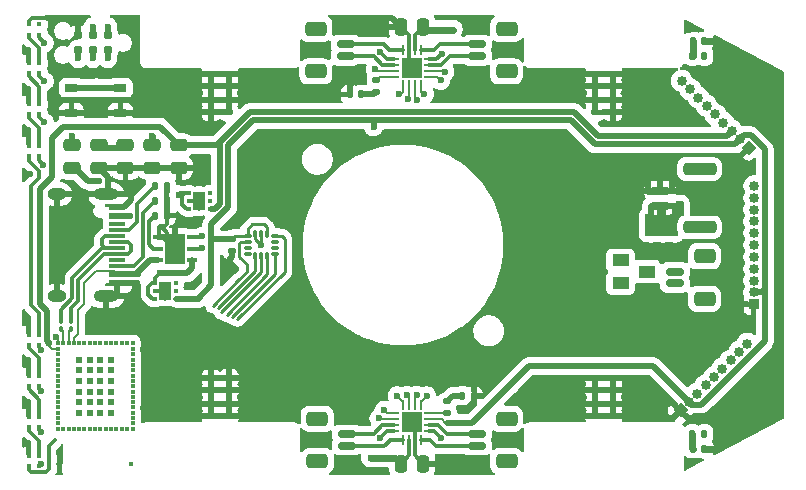
<source format=gbr>
%TF.GenerationSoftware,KiCad,Pcbnew,9.0.3*%
%TF.CreationDate,2025-07-23T20:32:43-05:00*%
%TF.ProjectId,MouseWB5,4d6f7573-6557-4423-952e-6b696361645f,rev?*%
%TF.SameCoordinates,Original*%
%TF.FileFunction,Copper,L1,Top*%
%TF.FilePolarity,Positive*%
%FSLAX46Y46*%
G04 Gerber Fmt 4.6, Leading zero omitted, Abs format (unit mm)*
G04 Created by KiCad (PCBNEW 9.0.3) date 2025-07-23 20:32:43*
%MOMM*%
%LPD*%
G01*
G04 APERTURE LIST*
G04 Aperture macros list*
%AMRoundRect*
0 Rectangle with rounded corners*
0 $1 Rounding radius*
0 $2 $3 $4 $5 $6 $7 $8 $9 X,Y pos of 4 corners*
0 Add a 4 corners polygon primitive as box body*
4,1,4,$2,$3,$4,$5,$6,$7,$8,$9,$2,$3,0*
0 Add four circle primitives for the rounded corners*
1,1,$1+$1,$2,$3*
1,1,$1+$1,$4,$5*
1,1,$1+$1,$6,$7*
1,1,$1+$1,$8,$9*
0 Add four rect primitives between the rounded corners*
20,1,$1+$1,$2,$3,$4,$5,0*
20,1,$1+$1,$4,$5,$6,$7,0*
20,1,$1+$1,$6,$7,$8,$9,0*
20,1,$1+$1,$8,$9,$2,$3,0*%
%AMHorizOval*
0 Thick line with rounded ends*
0 $1 width*
0 $2 $3 position (X,Y) of the first rounded end (center of the circle)*
0 $4 $5 position (X,Y) of the second rounded end (center of the circle)*
0 Add line between two ends*
20,1,$1,$2,$3,$4,$5,0*
0 Add two circle primitives to create the rounded ends*
1,1,$1,$2,$3*
1,1,$1,$4,$5*%
%AMRotRect*
0 Rectangle, with rotation*
0 The origin of the aperture is its center*
0 $1 length*
0 $2 width*
0 $3 Rotation angle, in degrees counterclockwise*
0 Add horizontal line*
21,1,$1,$2,0,0,$3*%
G04 Aperture macros list end*
%TA.AperFunction,SMDPad,CuDef*%
%ADD10RoundRect,0.250000X0.250000X0.475000X-0.250000X0.475000X-0.250000X-0.475000X0.250000X-0.475000X0*%
%TD*%
%TA.AperFunction,SMDPad,CuDef*%
%ADD11R,1.050000X0.650000*%
%TD*%
%TA.AperFunction,ComponentPad*%
%ADD12R,0.850000X0.850000*%
%TD*%
%TA.AperFunction,ComponentPad*%
%ADD13O,0.850000X0.850000*%
%TD*%
%TA.AperFunction,SMDPad,CuDef*%
%ADD14RoundRect,0.135000X0.135000X0.185000X-0.135000X0.185000X-0.135000X-0.185000X0.135000X-0.185000X0*%
%TD*%
%TA.AperFunction,SMDPad,CuDef*%
%ADD15RoundRect,0.135000X0.185000X-0.135000X0.185000X0.135000X-0.185000X0.135000X-0.185000X-0.135000X0*%
%TD*%
%TA.AperFunction,SMDPad,CuDef*%
%ADD16R,0.450000X0.450000*%
%TD*%
%TA.AperFunction,SMDPad,CuDef*%
%ADD17RoundRect,0.150000X0.625000X-0.150000X0.625000X0.150000X-0.625000X0.150000X-0.625000X-0.150000X0*%
%TD*%
%TA.AperFunction,SMDPad,CuDef*%
%ADD18RoundRect,0.250000X0.650000X-0.350000X0.650000X0.350000X-0.650000X0.350000X-0.650000X-0.350000X0*%
%TD*%
%TA.AperFunction,SMDPad,CuDef*%
%ADD19RoundRect,0.250000X-0.475000X0.250000X-0.475000X-0.250000X0.475000X-0.250000X0.475000X0.250000X0*%
%TD*%
%TA.AperFunction,SMDPad,CuDef*%
%ADD20RoundRect,0.062500X0.325000X0.062500X-0.325000X0.062500X-0.325000X-0.062500X0.325000X-0.062500X0*%
%TD*%
%TA.AperFunction,SMDPad,CuDef*%
%ADD21RoundRect,0.062500X0.062500X0.325000X-0.062500X0.325000X-0.062500X-0.325000X0.062500X-0.325000X0*%
%TD*%
%TA.AperFunction,HeatsinkPad*%
%ADD22R,1.800000X1.800000*%
%TD*%
%TA.AperFunction,SMDPad,CuDef*%
%ADD23RoundRect,0.150000X-0.625000X0.150000X-0.625000X-0.150000X0.625000X-0.150000X0.625000X0.150000X0*%
%TD*%
%TA.AperFunction,SMDPad,CuDef*%
%ADD24RoundRect,0.250000X-0.650000X0.350000X-0.650000X-0.350000X0.650000X-0.350000X0.650000X0.350000X0*%
%TD*%
%TA.AperFunction,SMDPad,CuDef*%
%ADD25RoundRect,0.135000X-0.185000X0.135000X-0.185000X-0.135000X0.185000X-0.135000X0.185000X0.135000X0*%
%TD*%
%TA.AperFunction,SMDPad,CuDef*%
%ADD26RoundRect,0.093750X0.093750X0.106250X-0.093750X0.106250X-0.093750X-0.106250X0.093750X-0.106250X0*%
%TD*%
%TA.AperFunction,HeatsinkPad*%
%ADD27C,0.500000*%
%TD*%
%TA.AperFunction,HeatsinkPad*%
%ADD28R,1.000000X1.600000*%
%TD*%
%TA.AperFunction,SMDPad,CuDef*%
%ADD29R,0.804800X0.450000*%
%TD*%
%TA.AperFunction,SMDPad,CuDef*%
%ADD30R,1.750000X2.500000*%
%TD*%
%TA.AperFunction,SMDPad,CuDef*%
%ADD31R,1.450000X0.600000*%
%TD*%
%TA.AperFunction,SMDPad,CuDef*%
%ADD32R,1.450000X0.300000*%
%TD*%
%TA.AperFunction,ComponentPad*%
%ADD33O,2.100000X1.000000*%
%TD*%
%TA.AperFunction,ComponentPad*%
%ADD34O,1.600000X1.000000*%
%TD*%
%TA.AperFunction,ConnectorPad*%
%ADD35C,0.787400*%
%TD*%
%TA.AperFunction,SMDPad,CuDef*%
%ADD36RoundRect,0.140000X-0.140000X-0.170000X0.140000X-0.170000X0.140000X0.170000X-0.140000X0.170000X0*%
%TD*%
%TA.AperFunction,SMDPad,CuDef*%
%ADD37RoundRect,0.062500X-0.325000X-0.062500X0.325000X-0.062500X0.325000X0.062500X-0.325000X0.062500X0*%
%TD*%
%TA.AperFunction,SMDPad,CuDef*%
%ADD38RoundRect,0.062500X-0.062500X-0.325000X0.062500X-0.325000X0.062500X0.325000X-0.062500X0.325000X0*%
%TD*%
%TA.AperFunction,SMDPad,CuDef*%
%ADD39RoundRect,0.147500X0.147500X0.172500X-0.147500X0.172500X-0.147500X-0.172500X0.147500X-0.172500X0*%
%TD*%
%TA.AperFunction,ComponentPad*%
%ADD40RotRect,0.850000X0.850000X135.000000*%
%TD*%
%TA.AperFunction,ComponentPad*%
%ADD41HorizOval,0.850000X0.000000X0.000000X0.000000X0.000000X0*%
%TD*%
%TA.AperFunction,SMDPad,CuDef*%
%ADD42RoundRect,0.150000X-0.700000X0.150000X-0.700000X-0.150000X0.700000X-0.150000X0.700000X0.150000X0*%
%TD*%
%TA.AperFunction,SMDPad,CuDef*%
%ADD43RoundRect,0.250000X-1.150000X0.250000X-1.150000X-0.250000X1.150000X-0.250000X1.150000X0.250000X0*%
%TD*%
%TA.AperFunction,ComponentPad*%
%ADD44RotRect,0.850000X0.850000X225.000000*%
%TD*%
%TA.AperFunction,ComponentPad*%
%ADD45HorizOval,0.850000X0.000000X0.000000X0.000000X0.000000X0*%
%TD*%
%TA.AperFunction,SMDPad,CuDef*%
%ADD46RoundRect,0.100000X-0.100000X0.130000X-0.100000X-0.130000X0.100000X-0.130000X0.100000X0.130000X0*%
%TD*%
%TA.AperFunction,SMDPad,CuDef*%
%ADD47R,1.400000X1.000000*%
%TD*%
%TA.AperFunction,SMDPad,CuDef*%
%ADD48RoundRect,0.140000X-0.170000X0.140000X-0.170000X-0.140000X0.170000X-0.140000X0.170000X0.140000X0*%
%TD*%
%TA.AperFunction,SMDPad,CuDef*%
%ADD49RoundRect,0.250000X-0.250000X-0.475000X0.250000X-0.475000X0.250000X0.475000X-0.250000X0.475000X0*%
%TD*%
%TA.AperFunction,SMDPad,CuDef*%
%ADD50RoundRect,0.250000X0.475000X-0.250000X0.475000X0.250000X-0.475000X0.250000X-0.475000X-0.250000X0*%
%TD*%
%TA.AperFunction,SMDPad,CuDef*%
%ADD51RoundRect,0.140000X0.140000X0.170000X-0.140000X0.170000X-0.140000X-0.170000X0.140000X-0.170000X0*%
%TD*%
%TA.AperFunction,SMDPad,CuDef*%
%ADD52RoundRect,0.087500X0.225000X0.087500X-0.225000X0.087500X-0.225000X-0.087500X0.225000X-0.087500X0*%
%TD*%
%TA.AperFunction,SMDPad,CuDef*%
%ADD53RoundRect,0.087500X0.087500X0.225000X-0.087500X0.225000X-0.087500X-0.225000X0.087500X-0.225000X0*%
%TD*%
%TA.AperFunction,SMDPad,CuDef*%
%ADD54R,0.350000X0.350000*%
%TD*%
%TA.AperFunction,SMDPad,CuDef*%
%ADD55R,0.350000X0.300000*%
%TD*%
%TA.AperFunction,SMDPad,CuDef*%
%ADD56R,0.300000X0.350000*%
%TD*%
%TA.AperFunction,SMDPad,CuDef*%
%ADD57R,0.600000X0.600000*%
%TD*%
%TA.AperFunction,SMDPad,CuDef*%
%ADD58R,0.430000X0.430000*%
%TD*%
%TA.AperFunction,ViaPad*%
%ADD59C,0.600000*%
%TD*%
%TA.AperFunction,Conductor*%
%ADD60C,0.500000*%
%TD*%
%TA.AperFunction,Conductor*%
%ADD61C,0.250000*%
%TD*%
%TA.AperFunction,Conductor*%
%ADD62C,0.200000*%
%TD*%
%TA.AperFunction,Conductor*%
%ADD63C,0.300000*%
%TD*%
%TA.AperFunction,Conductor*%
%ADD64C,0.600000*%
%TD*%
%TA.AperFunction,Conductor*%
%ADD65C,0.350000*%
%TD*%
G04 APERTURE END LIST*
D10*
%TO.P,C3,1*%
%TO.N,+BATT*%
X134450000Y-101500000D03*
%TO.P,C3,2*%
%TO.N,GND*%
X132550000Y-101500000D03*
%TD*%
D11*
%TO.P,SW1,1,1*%
%TO.N,GND*%
X108825000Y-108825000D03*
X104675000Y-108825000D03*
%TO.P,SW1,2,2*%
%TO.N,Net-(U1-PH3-BOOT0)*%
X108825000Y-106675000D03*
X104675000Y-106675000D03*
%TD*%
D12*
%TO.P,J2,1,Pin_1*%
%TO.N,GND*%
X162500000Y-125000000D03*
D13*
%TO.P,J2,2,Pin_2*%
%TO.N,+1V8*%
X162500000Y-124000000D03*
%TO.P,J2,3,Pin_3*%
%TO.N,+3V3*%
X162500000Y-123000000D03*
%TO.P,J2,4,Pin_4*%
%TO.N,unconnected-(J2-Pin_4-Pad4)*%
X162500000Y-122000000D03*
%TO.P,J2,5,Pin_5*%
%TO.N,unconnected-(J2-Pin_5-Pad5)*%
X162500000Y-121000000D03*
%TO.P,J2,6,Pin_6*%
%TO.N,unconnected-(J2-Pin_6-Pad6)*%
X162500000Y-120000000D03*
%TO.P,J2,7,Pin_7*%
%TO.N,unconnected-(J2-Pin_7-Pad7)*%
X162500000Y-119000000D03*
%TO.P,J2,8,Pin_8*%
%TO.N,unconnected-(J2-Pin_8-Pad8)*%
X162500000Y-118000000D03*
%TO.P,J2,9,Pin_9*%
%TO.N,unconnected-(J2-Pin_9-Pad9)*%
X162500000Y-117000000D03*
%TO.P,J2,10,Pin_10*%
%TO.N,unconnected-(J2-Pin_10-Pad10)*%
X162500000Y-116000000D03*
%TO.P,J2,11,Pin_11*%
%TO.N,unconnected-(J2-Pin_11-Pad11)*%
X162500000Y-115000000D03*
%TD*%
D14*
%TO.P,R3,1*%
%TO.N,/TURN_L*%
X158260000Y-104000000D03*
%TO.P,R3,2*%
%TO.N,Net-(D2-A)*%
X157240000Y-104000000D03*
%TD*%
D15*
%TO.P,MR9,1*%
%TO.N,GND*%
X116500000Y-132280000D03*
%TO.P,MR9,2*%
X116500000Y-131260000D03*
%TD*%
%TO.P,MR3,1*%
%TO.N,GND*%
X116500000Y-108760000D03*
%TO.P,MR3,2*%
X116500000Y-107740000D03*
%TD*%
D14*
%TO.P,R1,1*%
%TO.N,GND*%
X112760000Y-115000000D03*
%TO.P,R1,2*%
%TO.N,Net-(J1-CC1)*%
X111740000Y-115000000D03*
%TD*%
D15*
%TO.P,MR14,1*%
%TO.N,GND*%
X150510000Y-132240000D03*
%TO.P,MR14,2*%
X150510000Y-131220000D03*
%TD*%
D16*
%TO.P,LED4,1,DOUT*%
%TO.N,Net-(LED4-DOUT)*%
X101924700Y-127575100D03*
%TO.P,LED4,2,VDD*%
%TO.N,+BATT*%
X101924900Y-128424900D03*
%TO.P,LED4,3,VSS*%
%TO.N,GND*%
X101075100Y-127575100D03*
%TO.P,LED4,4,DIN*%
%TO.N,Net-(LED3-DOUT)*%
X101075100Y-128424900D03*
%TD*%
D17*
%TO.P,M2,1,Pin_1*%
%TO.N,Net-(M2-Pin_1)*%
X128000000Y-137000000D03*
%TO.P,M2,2,Pin_2*%
%TO.N,Net-(M2-Pin_2)*%
X128000000Y-136000000D03*
D18*
%TO.P,M2,MP*%
%TO.N,N/C*%
X125475000Y-138300000D03*
X125475000Y-134700000D03*
%TD*%
D19*
%TO.P,C5,1*%
%TO.N,+1V8*%
X109250000Y-111550000D03*
%TO.P,C5,2*%
%TO.N,GND*%
X109250000Y-113450000D03*
%TD*%
D20*
%TO.P,U2,1,PHA*%
%TO.N,/L_PH_A*%
X134987500Y-105750000D03*
%TO.P,U2,2,PWMA*%
%TO.N,/L_PWM_A*%
X134987500Y-105250000D03*
%TO.P,U2,3,OUTA1*%
%TO.N,Net-(M3-Pin_2)*%
X134987500Y-104750000D03*
%TO.P,U2,4,SENSEA*%
%TO.N,/SENSE_LF*%
X134987500Y-104250000D03*
D21*
%TO.P,U2,5,OUTA2*%
%TO.N,Net-(M3-Pin_1)*%
X134250000Y-103512500D03*
%TO.P,U2,6,VS*%
%TO.N,+BATT*%
X133750000Y-103512500D03*
%TO.P,U2,7,GND*%
%TO.N,GND*%
X133250000Y-103512500D03*
%TO.P,U2,8,OUTB2*%
%TO.N,Net-(M4-Pin_2)*%
X132750000Y-103512500D03*
D20*
%TO.P,U2,9,SENSEB*%
%TO.N,/SENSE_LR*%
X132012500Y-104250000D03*
%TO.P,U2,10,OUTB1*%
%TO.N,Net-(M4-Pin_1)*%
X132012500Y-104750000D03*
%TO.P,U2,11,REF*%
%TO.N,+1V8*%
X132012500Y-105250000D03*
%TO.P,U2,12,TOFF*%
%TO.N,Net-(U2-TOFF)*%
X132012500Y-105750000D03*
D21*
%TO.P,U2,13,EN/FLT*%
%TO.N,/L_EN*%
X132750000Y-106487500D03*
%TO.P,U2,14,STBY/RESET*%
%TO.N,/L_RESET*%
X133250000Y-106487500D03*
%TO.P,U2,15,PHB*%
%TO.N,/L_PH_B*%
X133750000Y-106487500D03*
%TO.P,U2,16,PWMB*%
%TO.N,/L_PWM_B*%
X134250000Y-106487500D03*
D22*
%TO.P,U2,17,EPAD*%
%TO.N,GND*%
X133500000Y-105000000D03*
%TD*%
D19*
%TO.P,C4,1*%
%TO.N,+1V8*%
X107000000Y-111550000D03*
%TO.P,C4,2*%
%TO.N,GND*%
X107000000Y-113450000D03*
%TD*%
%TO.P,C10,1*%
%TO.N,+3V3*%
X113750000Y-111550000D03*
%TO.P,C10,2*%
%TO.N,GND*%
X113750000Y-113450000D03*
%TD*%
D23*
%TO.P,M3,1,Pin_1*%
%TO.N,Net-(M3-Pin_1)*%
X139000000Y-103000000D03*
%TO.P,M3,2,Pin_2*%
%TO.N,Net-(M3-Pin_2)*%
X139000000Y-104000000D03*
D24*
%TO.P,M3,MP*%
%TO.N,N/C*%
X141525000Y-101700000D03*
X141525000Y-105300000D03*
%TD*%
D25*
%TO.P,R7,1*%
%TO.N,Net-(U2-TOFF)*%
X130500000Y-105990000D03*
%TO.P,R7,2*%
%TO.N,Net-(C8-Pad1)*%
X130500000Y-107010000D03*
%TD*%
D26*
%TO.P,U7,1,OUT*%
%TO.N,+3V3*%
X116387500Y-116925000D03*
%TO.P,U7,2,NC*%
%TO.N,unconnected-(U7-NC-Pad2)*%
X116387500Y-116275000D03*
%TO.P,U7,3,PG*%
%TO.N,unconnected-(U7-PG-Pad3)*%
X116387500Y-115625000D03*
%TO.P,U7,4,EN*%
%TO.N,+BATT*%
X114612500Y-115625000D03*
%TO.P,U7,5,GND*%
%TO.N,GND*%
X114612500Y-116275000D03*
%TO.P,U7,6,IN*%
%TO.N,+BATT*%
X114612500Y-116925000D03*
D27*
%TO.P,U7,7,EP*%
%TO.N,GND*%
X115500000Y-116825000D03*
D28*
X115500000Y-116275000D03*
D27*
X115500000Y-115725000D03*
%TD*%
D29*
%TO.P,U6,1,BAT*%
%TO.N,+BATT*%
X114904800Y-121250000D03*
%TO.P,U6,2,POWERON*%
%TO.N,/PWRON*%
X114904800Y-120299999D03*
%TO.P,U6,3,CHRG*%
%TO.N,/CHARGE*%
X114904800Y-119349998D03*
%TO.P,U6,4,GND*%
%TO.N,GND*%
X112000000Y-119349998D03*
%TO.P,U6,5,PROG*%
%TO.N,Net-(U6-PROG)*%
X112000000Y-120299999D03*
%TO.P,U6,6,VCC*%
%TO.N,VBUS*%
X112000000Y-121250000D03*
D30*
%TO.P,U6,7,EPAD*%
%TO.N,GND*%
X113452400Y-120299999D03*
%TD*%
D31*
%TO.P,J1,A1,GND*%
%TO.N,GND*%
X108545000Y-116750000D03*
%TO.P,J1,A4,VBUS*%
%TO.N,VBUS*%
X108545000Y-117550000D03*
D32*
%TO.P,J1,A5,CC1*%
%TO.N,Net-(J1-CC1)*%
X108545000Y-118750000D03*
%TO.P,J1,A6,D+*%
%TO.N,Net-(J1-D+-PadA6)*%
X108545000Y-119750000D03*
%TO.P,J1,A7,D-*%
%TO.N,Net-(J1-D--PadA7)*%
X108545000Y-120250000D03*
%TO.P,J1,A8*%
%TO.N,N/C*%
X108545000Y-121250000D03*
D31*
%TO.P,J1,A9,VBUS*%
%TO.N,VBUS*%
X108545000Y-122450000D03*
%TO.P,J1,A12,GND*%
%TO.N,GND*%
X108545000Y-123250000D03*
%TO.P,J1,B1,GND*%
X108545000Y-123250000D03*
%TO.P,J1,B4,VBUS*%
%TO.N,VBUS*%
X108545000Y-122450000D03*
D32*
%TO.P,J1,B5,CC2*%
%TO.N,Net-(J1-CC2)*%
X108545000Y-121750000D03*
%TO.P,J1,B6,D+*%
%TO.N,Net-(J1-D+-PadA6)*%
X108545000Y-120750000D03*
%TO.P,J1,B7,D-*%
%TO.N,Net-(J1-D--PadA7)*%
X108545000Y-119250000D03*
%TO.P,J1,B8*%
%TO.N,N/C*%
X108545000Y-118250000D03*
D31*
%TO.P,J1,B9,VBUS*%
%TO.N,VBUS*%
X108545000Y-117550000D03*
%TO.P,J1,B12,GND*%
%TO.N,GND*%
X108545000Y-116750000D03*
D33*
%TO.P,J1,S1,SHIELD*%
X107630000Y-115680000D03*
D34*
X103450000Y-115680000D03*
D33*
X107630000Y-124320000D03*
D34*
X103450000Y-124320000D03*
%TD*%
D35*
%TO.P,J11,1*%
%TO.N,+1V8*%
X107770000Y-102250000D03*
%TO.P,J11,2*%
%TO.N,/SWDIO*%
X107770000Y-103520000D03*
%TO.P,J11,3*%
%TO.N,/RST*%
X106500000Y-102250000D03*
%TO.P,J11,4*%
%TO.N,/SWCLK*%
X106500000Y-103520000D03*
%TO.P,J11,5*%
%TO.N,GND*%
X105230000Y-102250000D03*
%TO.P,J11,6*%
%TO.N,/SWO*%
X105230000Y-103520000D03*
%TD*%
D15*
%TO.P,MR8,1*%
%TO.N,GND*%
X150500000Y-108760000D03*
%TO.P,MR8,2*%
X150500000Y-107740000D03*
%TD*%
%TO.P,MR11,1*%
%TO.N,GND*%
X116510000Y-134510000D03*
%TO.P,MR11,2*%
X116510000Y-133490000D03*
%TD*%
%TO.P,MR16,1*%
%TO.N,GND*%
X150510000Y-134500000D03*
%TO.P,MR16,2*%
X150510000Y-133480000D03*
%TD*%
D36*
%TO.P,C9,1*%
%TO.N,Net-(C9-Pad1)*%
X137770000Y-132750000D03*
%TO.P,C9,2*%
%TO.N,GND*%
X138730000Y-132750000D03*
%TD*%
D15*
%TO.P,MR10,1*%
%TO.N,GND*%
X118010000Y-132260000D03*
%TO.P,MR10,2*%
X118010000Y-131240000D03*
%TD*%
D26*
%TO.P,U4,1,OUT*%
%TO.N,+1V8*%
X113500000Y-124550000D03*
%TO.P,U4,2,NC*%
%TO.N,unconnected-(U4-NC-Pad2)*%
X113500000Y-123900000D03*
%TO.P,U4,3,PG*%
%TO.N,unconnected-(U4-PG-Pad3)*%
X113500000Y-123250000D03*
%TO.P,U4,4,EN*%
%TO.N,+BATT*%
X111725000Y-123250000D03*
%TO.P,U4,5,GND*%
%TO.N,GND*%
X111725000Y-123900000D03*
%TO.P,U4,6,IN*%
%TO.N,+BATT*%
X111725000Y-124550000D03*
D27*
%TO.P,U4,7,EP*%
%TO.N,GND*%
X112612500Y-124450000D03*
D28*
X112612500Y-123900000D03*
D27*
X112612500Y-123350000D03*
%TD*%
D16*
%TO.P,LED7,1,DOUT*%
%TO.N,Net-(LED7-DOUT)*%
X101924700Y-104575100D03*
%TO.P,LED7,2,VDD*%
%TO.N,+BATT*%
X101924900Y-105424900D03*
%TO.P,LED7,3,VSS*%
%TO.N,GND*%
X101075100Y-104575100D03*
%TO.P,LED7,4,DIN*%
%TO.N,Net-(LED6-DOUT)*%
X101075100Y-105424900D03*
%TD*%
D15*
%TO.P,MR12,1*%
%TO.N,GND*%
X118010000Y-134510000D03*
%TO.P,MR12,2*%
X118010000Y-133490000D03*
%TD*%
%TO.P,MR7,1*%
%TO.N,GND*%
X149000000Y-108775000D03*
%TO.P,MR7,2*%
X149000000Y-107755000D03*
%TD*%
D37*
%TO.P,U3,1,PHA*%
%TO.N,/R_PH_A*%
X132012500Y-134250000D03*
%TO.P,U3,2,PWMA*%
%TO.N,/R_PWM_A*%
X132012500Y-134750000D03*
%TO.P,U3,3,OUTA1*%
%TO.N,Net-(M2-Pin_2)*%
X132012500Y-135250000D03*
%TO.P,U3,4,SENSEA*%
%TO.N,/SENSE_RR*%
X132012500Y-135750000D03*
D38*
%TO.P,U3,5,OUTA2*%
%TO.N,Net-(M2-Pin_1)*%
X132750000Y-136487500D03*
%TO.P,U3,6,VS*%
%TO.N,+BATT*%
X133250000Y-136487500D03*
%TO.P,U3,7,GND*%
%TO.N,GND*%
X133750000Y-136487500D03*
%TO.P,U3,8,OUTB2*%
%TO.N,Net-(M1-Pin_2)*%
X134250000Y-136487500D03*
D37*
%TO.P,U3,9,SENSEB*%
%TO.N,/SENSE_RF*%
X134987500Y-135750000D03*
%TO.P,U3,10,OUTB1*%
%TO.N,Net-(M1-Pin_1)*%
X134987500Y-135250000D03*
%TO.P,U3,11,REF*%
%TO.N,+1V8*%
X134987500Y-134750000D03*
%TO.P,U3,12,TOFF*%
%TO.N,Net-(U3-TOFF)*%
X134987500Y-134250000D03*
D38*
%TO.P,U3,13,EN/FLT*%
%TO.N,/R_EN*%
X134250000Y-133512500D03*
%TO.P,U3,14,STBY/RESET*%
%TO.N,/R_RESET*%
X133750000Y-133512500D03*
%TO.P,U3,15,PHB*%
%TO.N,/R_PH_B*%
X133250000Y-133512500D03*
%TO.P,U3,16,PWMB*%
%TO.N,/R_PWM_B*%
X132750000Y-133512500D03*
D22*
%TO.P,U3,17,EPAD*%
%TO.N,GND*%
X133500000Y-135000000D03*
%TD*%
D39*
%TO.P,D1,1,K*%
%TO.N,GND*%
X158250000Y-137250000D03*
%TO.P,D1,2,A*%
%TO.N,Net-(D1-A)*%
X157280000Y-137250000D03*
%TD*%
D40*
%TO.P,J10,1,Pin_1*%
%TO.N,GND*%
X156250000Y-134000000D03*
D41*
%TO.P,J10,2,Pin_2*%
%TO.N,+1V8*%
X156957107Y-133292893D03*
%TO.P,J10,3,Pin_3*%
%TO.N,+3V3*%
X157664214Y-132585786D03*
%TO.P,J10,4,Pin_4*%
%TO.N,unconnected-(J10-Pin_4-Pad4)*%
X158371320Y-131878680D03*
%TO.P,J10,5,Pin_5*%
%TO.N,unconnected-(J10-Pin_5-Pad5)*%
X159078427Y-131171573D03*
%TO.P,J10,6,Pin_6*%
%TO.N,unconnected-(J10-Pin_6-Pad6)*%
X159785534Y-130464466D03*
%TO.P,J10,7,Pin_7*%
%TO.N,unconnected-(J10-Pin_7-Pad7)*%
X160492641Y-129757359D03*
%TO.P,J10,8,Pin_8*%
%TO.N,unconnected-(J10-Pin_8-Pad8)*%
X161199747Y-129050253D03*
%TO.P,J10,9,Pin_9*%
%TO.N,unconnected-(J10-Pin_9-Pad9)*%
X161906854Y-128343146D03*
%TD*%
D15*
%TO.P,MR13,1*%
%TO.N,GND*%
X149000000Y-132270000D03*
%TO.P,MR13,2*%
X149000000Y-131250000D03*
%TD*%
D42*
%TO.P,J9,1,Pin_1*%
%TO.N,GND*%
X154500000Y-115400000D03*
%TO.P,J9,2,Pin_2*%
%TO.N,+BATT*%
X154500000Y-116650000D03*
D43*
%TO.P,J9,MP*%
%TO.N,N/C*%
X157850000Y-113550000D03*
X157850000Y-118500000D03*
%TD*%
D23*
%TO.P,M5,1,Pin_1*%
%TO.N,unconnected-(M5-Pin_1-Pad1)*%
X155750000Y-122250000D03*
%TO.P,M5,2,Pin_2*%
%TO.N,unconnected-(M5-Pin_2-Pad2)*%
X155750000Y-123250000D03*
D24*
%TO.P,M5,MP*%
%TO.N,N/C*%
X158275000Y-120950000D03*
X158275000Y-124550000D03*
%TD*%
D15*
%TO.P,MR2,1*%
%TO.N,GND*%
X118000000Y-106510000D03*
%TO.P,MR2,2*%
X118000000Y-105490000D03*
%TD*%
D44*
%TO.P,J3,1,Pin_1*%
%TO.N,GND*%
X162000000Y-111750000D03*
D45*
%TO.P,J3,2,Pin_2*%
%TO.N,+1V8*%
X161292893Y-111042893D03*
%TO.P,J3,3,Pin_3*%
%TO.N,+3V3*%
X160585786Y-110335786D03*
%TO.P,J3,4,Pin_4*%
%TO.N,unconnected-(J3-Pin_4-Pad4)*%
X159878680Y-109628680D03*
%TO.P,J3,5,Pin_5*%
%TO.N,unconnected-(J3-Pin_5-Pad5)*%
X159171573Y-108921573D03*
%TO.P,J3,6,Pin_6*%
%TO.N,unconnected-(J3-Pin_6-Pad6)*%
X158464466Y-108214466D03*
%TO.P,J3,7,Pin_7*%
%TO.N,unconnected-(J3-Pin_7-Pad7)*%
X157757359Y-107507359D03*
%TO.P,J3,8,Pin_8*%
%TO.N,unconnected-(J3-Pin_8-Pad8)*%
X157050253Y-106800253D03*
%TO.P,J3,9,Pin_9*%
%TO.N,unconnected-(J3-Pin_9-Pad9)*%
X156343146Y-106093146D03*
%TD*%
D15*
%TO.P,R8,1*%
%TO.N,Net-(U3-TOFF)*%
X136500000Y-134260000D03*
%TO.P,R8,2*%
%TO.N,Net-(C9-Pad1)*%
X136500000Y-133240000D03*
%TD*%
D19*
%TO.P,C7,1*%
%TO.N,+BATT*%
X111500000Y-111550000D03*
%TO.P,C7,2*%
%TO.N,GND*%
X111500000Y-113450000D03*
%TD*%
D16*
%TO.P,LED1,1,DOUT*%
%TO.N,Net-(LED1-DOUT)*%
X101924700Y-137825100D03*
%TO.P,LED1,2,VDD*%
%TO.N,+BATT*%
X101924900Y-138674900D03*
%TO.P,LED1,3,VSS*%
%TO.N,GND*%
X101075100Y-137825100D03*
%TO.P,LED1,4,DIN*%
%TO.N,/LED_INPUT*%
X101075100Y-138674900D03*
%TD*%
D15*
%TO.P,MR4,1*%
%TO.N,GND*%
X118000000Y-108770000D03*
%TO.P,MR4,2*%
X118000000Y-107750000D03*
%TD*%
%TO.P,MR1,1*%
%TO.N,GND*%
X116500000Y-106510000D03*
%TO.P,MR1,2*%
X116500000Y-105490000D03*
%TD*%
D46*
%TO.P,R5,1*%
%TO.N,Net-(J1-D+-PadA6)*%
X104625000Y-126430000D03*
%TO.P,R5,2*%
%TO.N,/USB_D+*%
X104625000Y-127070000D03*
%TD*%
%TO.P,R6,1*%
%TO.N,Net-(J1-D--PadA7)*%
X103750000Y-126430000D03*
%TO.P,R6,2*%
%TO.N,/USB_D-*%
X103750000Y-127070000D03*
%TD*%
D16*
%TO.P,LED6,1,DOUT*%
%TO.N,Net-(LED6-DOUT)*%
X101924700Y-108075100D03*
%TO.P,LED6,2,VDD*%
%TO.N,+BATT*%
X101924900Y-108924900D03*
%TO.P,LED6,3,VSS*%
%TO.N,GND*%
X101075100Y-108075100D03*
%TO.P,LED6,4,DIN*%
%TO.N,Net-(LED5-DOUT)*%
X101075100Y-108924900D03*
%TD*%
D15*
%TO.P,MR15,1*%
%TO.N,GND*%
X149010000Y-134500000D03*
%TO.P,MR15,2*%
X149010000Y-133480000D03*
%TD*%
D47*
%TO.P,Q1,1*%
%TO.N,/FAN_CTRL*%
X151162700Y-121300000D03*
%TO.P,Q1,2*%
%TO.N,unconnected-(Q1-Pad2)*%
X151162700Y-123200000D03*
%TO.P,Q1,3*%
%TO.N,unconnected-(Q1-Pad3)*%
X153362700Y-122250000D03*
%TD*%
D16*
%TO.P,LED5,1,DOUT*%
%TO.N,Net-(LED5-DOUT)*%
X101924700Y-111575100D03*
%TO.P,LED5,2,VDD*%
%TO.N,+BATT*%
X101924900Y-112424900D03*
%TO.P,LED5,3,VSS*%
%TO.N,GND*%
X101075100Y-111575100D03*
%TO.P,LED5,4,DIN*%
%TO.N,Net-(LED4-DOUT)*%
X101075100Y-112424900D03*
%TD*%
D48*
%TO.P,C2,1*%
%TO.N,+1V8*%
X118250000Y-119520000D03*
%TO.P,C2,2*%
%TO.N,GND*%
X118250000Y-120480000D03*
%TD*%
D14*
%TO.P,R10,1*%
%TO.N,GND*%
X112760000Y-117500000D03*
%TO.P,R10,2*%
%TO.N,Net-(U6-PROG)*%
X111740000Y-117500000D03*
%TD*%
%TO.P,R4,1*%
%TO.N,/TURN_R*%
X158260000Y-136000000D03*
%TO.P,R4,2*%
%TO.N,Net-(D1-A)*%
X157240000Y-136000000D03*
%TD*%
D17*
%TO.P,M4,1,Pin_1*%
%TO.N,Net-(M4-Pin_1)*%
X127900000Y-104000000D03*
%TO.P,M4,2,Pin_2*%
%TO.N,Net-(M4-Pin_2)*%
X127900000Y-103000000D03*
D18*
%TO.P,M4,MP*%
%TO.N,N/C*%
X125375000Y-105300000D03*
X125375000Y-101700000D03*
%TD*%
D39*
%TO.P,D2,1,K*%
%TO.N,GND*%
X158235000Y-102750000D03*
%TO.P,D2,2,A*%
%TO.N,Net-(D2-A)*%
X157265000Y-102750000D03*
%TD*%
D23*
%TO.P,M1,1,Pin_1*%
%TO.N,Net-(M1-Pin_1)*%
X139000000Y-136000000D03*
%TO.P,M1,2,Pin_2*%
%TO.N,Net-(M1-Pin_2)*%
X139000000Y-137000000D03*
D24*
%TO.P,M1,MP*%
%TO.N,N/C*%
X141525000Y-134700000D03*
X141525000Y-138300000D03*
%TD*%
D49*
%TO.P,C6,1*%
%TO.N,+BATT*%
X132550000Y-138500000D03*
%TO.P,C6,2*%
%TO.N,GND*%
X134450000Y-138500000D03*
%TD*%
D16*
%TO.P,LED3,1,DOUT*%
%TO.N,Net-(LED3-DOUT)*%
X101924700Y-131075100D03*
%TO.P,LED3,2,VDD*%
%TO.N,+BATT*%
X101924900Y-131924900D03*
%TO.P,LED3,3,VSS*%
%TO.N,GND*%
X101075100Y-131075100D03*
%TO.P,LED3,4,DIN*%
%TO.N,Net-(LED2-DOUT)*%
X101075100Y-131924900D03*
%TD*%
D50*
%TO.P,C1,1*%
%TO.N,VBUS*%
X104750000Y-113450000D03*
%TO.P,C1,2*%
%TO.N,GND*%
X104750000Y-111550000D03*
%TD*%
D15*
%TO.P,MR6,1*%
%TO.N,GND*%
X150500000Y-106510000D03*
%TO.P,MR6,2*%
X150500000Y-105490000D03*
%TD*%
D16*
%TO.P,LED2,1,DOUT*%
%TO.N,Net-(LED2-DOUT)*%
X101924700Y-134575100D03*
%TO.P,LED2,2,VDD*%
%TO.N,+BATT*%
X101924900Y-135424900D03*
%TO.P,LED2,3,VSS*%
%TO.N,GND*%
X101075100Y-134575100D03*
%TO.P,LED2,4,DIN*%
%TO.N,Net-(LED1-DOUT)*%
X101075100Y-135424900D03*
%TD*%
D51*
%TO.P,C8,1*%
%TO.N,Net-(C8-Pad1)*%
X129230000Y-107250000D03*
%TO.P,C8,2*%
%TO.N,GND*%
X128270000Y-107250000D03*
%TD*%
D52*
%TO.P,U5,1,SDO/SA0*%
%TO.N,/IMU_MISO*%
X121912500Y-120750000D03*
%TO.P,U5,2,SDX*%
%TO.N,unconnected-(U5-SDX-Pad2)*%
X121912500Y-120250000D03*
%TO.P,U5,3,SCX*%
%TO.N,unconnected-(U5-SCX-Pad3)*%
X121912500Y-119750000D03*
%TO.P,U5,4,INT1*%
%TO.N,/IMU_INT1*%
X121912500Y-119250000D03*
D53*
%TO.P,U5,5,VDDIO*%
%TO.N,+1V8*%
X121250000Y-119087500D03*
%TO.P,U5,6,GND*%
%TO.N,GND*%
X120750000Y-119087500D03*
%TO.P,U5,7,GND*%
X120250000Y-119087500D03*
D52*
%TO.P,U5,8,VDD*%
%TO.N,+1V8*%
X119587500Y-119250000D03*
%TO.P,U5,9,INT2*%
%TO.N,/IMU_INT2*%
X119587500Y-119750000D03*
%TO.P,U5,10,NC*%
%TO.N,unconnected-(U5-NC-Pad10)*%
X119587500Y-120250000D03*
%TO.P,U5,11,NC*%
%TO.N,unconnected-(U5-NC-Pad11)*%
X119587500Y-120750000D03*
D53*
%TO.P,U5,12,CS*%
%TO.N,/IMU_CS*%
X120250000Y-120912500D03*
%TO.P,U5,13,SCL*%
%TO.N,/IMU_CLK*%
X120750000Y-120912500D03*
%TO.P,U5,14,SDA*%
%TO.N,/IMU_MOSI*%
X121250000Y-120912500D03*
%TD*%
D54*
%TO.P,U1,1,PA2*%
%TO.N,unconnected-(U1-PA2-Pad1)*%
X109850000Y-135575000D03*
D55*
%TO.P,U1,2,PA1*%
%TO.N,unconnected-(U1-PA1-Pad2)*%
X109850000Y-135100000D03*
%TO.P,U1,3,PA0*%
%TO.N,unconnected-(U1-PA0-Pad3)*%
X109850000Y-134650000D03*
%TO.P,U1,4,VREF*%
%TO.N,+1V8*%
X109850000Y-134200000D03*
%TO.P,U1,5,VSS*%
%TO.N,GND*%
X109850000Y-133750000D03*
%TO.P,U1,6,VDDA*%
%TO.N,+1V8*%
X109850000Y-133300000D03*
%TO.P,U1,7,PC3*%
%TO.N,unconnected-(U1-PC3-Pad7)*%
X109850000Y-132850000D03*
%TO.P,U1,8,PC2*%
%TO.N,unconnected-(U1-PC2-Pad8)*%
X109850000Y-132400000D03*
%TO.P,U1,9,PC1*%
%TO.N,unconnected-(U1-PC1-Pad9)*%
X109850000Y-131950000D03*
%TO.P,U1,10,NRST*%
%TO.N,/RST*%
X109850000Y-131500000D03*
%TO.P,U1,11,PB9*%
%TO.N,unconnected-(U1-PB9-Pad11)*%
X109850000Y-131050000D03*
%TO.P,U1,12,PC0*%
%TO.N,unconnected-(U1-PC0-Pad12)*%
X109850000Y-130600000D03*
%TO.P,U1,13,PH3-BOOT0*%
%TO.N,Net-(U1-PH3-BOOT0)*%
X109850000Y-130150000D03*
%TO.P,U1,14,PB8*%
%TO.N,unconnected-(U1-PB8-Pad14)*%
X109850000Y-129700000D03*
%TO.P,U1,15,VBAT*%
%TO.N,+1V8*%
X109850000Y-129250000D03*
%TO.P,U1,16,VSSSMPS*%
%TO.N,GND*%
X109850000Y-128800000D03*
D54*
%TO.P,U1,17,VDDSMPS*%
%TO.N,+1V8*%
X109850000Y-128325000D03*
D56*
%TO.P,U1,18,PB7*%
%TO.N,unconnected-(U1-PB7-Pad18)*%
X109375000Y-128325000D03*
%TO.P,U1,19,PB5*%
%TO.N,unconnected-(U1-PB5-Pad19)*%
X108925000Y-128325000D03*
%TO.P,U1,20,PB4*%
%TO.N,unconnected-(U1-PB4-Pad20)*%
X108475000Y-128325000D03*
%TO.P,U1,21,PB3*%
%TO.N,/SWO*%
X108025000Y-128325000D03*
%TO.P,U1,22,PC10*%
%TO.N,unconnected-(U1-PC10-Pad22)*%
X107575000Y-128325000D03*
%TO.P,U1,23,PC11*%
%TO.N,unconnected-(U1-PC11-Pad23)*%
X107125000Y-128325000D03*
%TO.P,U1,24,PC12*%
%TO.N,unconnected-(U1-PC12-Pad24)*%
X106675000Y-128325000D03*
%TO.P,U1,25,PA13*%
%TO.N,/SWDIO*%
X106225000Y-128325000D03*
%TO.P,U1,26,PA14*%
%TO.N,/SWCLK*%
X105775000Y-128325000D03*
%TO.P,U1,27,PA15*%
%TO.N,unconnected-(U1-PA15-Pad27)*%
X105325000Y-128325000D03*
%TO.P,U1,28,PA10*%
%TO.N,VBUS*%
X104875000Y-128325000D03*
%TO.P,U1,29,PA12*%
%TO.N,/USB_D+*%
X104425000Y-128325000D03*
%TO.P,U1,30,PA11*%
%TO.N,/USB_D-*%
X103975000Y-128325000D03*
D54*
%TO.P,U1,31,VSS*%
%TO.N,GND*%
X103500000Y-128325000D03*
D55*
%TO.P,U1,32,VDDUSB*%
%TO.N,+3V3*%
X103500000Y-128800000D03*
%TO.P,U1,33,PD0*%
%TO.N,unconnected-(U1-PD0-Pad33)*%
X103500000Y-129250000D03*
%TO.P,U1,34,PD1*%
%TO.N,unconnected-(U1-PD1-Pad34)*%
X103500000Y-129700000D03*
%TO.P,U1,35,PB13*%
%TO.N,unconnected-(U1-PB13-Pad35)*%
X103500000Y-130150000D03*
%TO.P,U1,36,PC6*%
%TO.N,unconnected-(U1-PC6-Pad36)*%
X103500000Y-130600000D03*
%TO.P,U1,37,PB14*%
%TO.N,unconnected-(U1-PB14-Pad37)*%
X103500000Y-131050000D03*
%TO.P,U1,38,PB15*%
%TO.N,unconnected-(U1-PB15-Pad38)*%
X103500000Y-131500000D03*
%TO.P,U1,39,PB6*%
%TO.N,unconnected-(U1-PB6-Pad39)*%
X103500000Y-131950000D03*
%TO.P,U1,40,PC13*%
%TO.N,unconnected-(U1-PC13-Pad40)*%
X103500000Y-132400000D03*
%TO.P,U1,41,PB12*%
%TO.N,unconnected-(U1-PB12-Pad41)*%
X103500000Y-132850000D03*
%TO.P,U1,42,PE4*%
%TO.N,unconnected-(U1-PE4-Pad42)*%
X103500000Y-133300000D03*
%TO.P,U1,43,PB1*%
%TO.N,unconnected-(U1-PB1-Pad43)*%
X103500000Y-133750000D03*
%TO.P,U1,44,PB0*%
%TO.N,unconnected-(U1-PB0-Pad44)*%
X103500000Y-134200000D03*
%TO.P,U1,45,PC5*%
%TO.N,unconnected-(U1-PC5-Pad45)*%
X103500000Y-134650000D03*
%TO.P,U1,46,PB11*%
%TO.N,unconnected-(U1-PB11-Pad46)*%
X103500000Y-135100000D03*
D54*
%TO.P,U1,47,PB10*%
%TO.N,unconnected-(U1-PB10-Pad47)*%
X103500000Y-135575000D03*
D56*
%TO.P,U1,48,PB2*%
%TO.N,unconnected-(U1-PB2-Pad48)*%
X103975000Y-135575000D03*
%TO.P,U1,49,PC4*%
%TO.N,unconnected-(U1-PC4-Pad49)*%
X104425000Y-135575000D03*
%TO.P,U1,50,PA8*%
%TO.N,unconnected-(U1-PA8-Pad50)*%
X104875000Y-135575000D03*
%TO.P,U1,51,PA9*%
%TO.N,unconnected-(U1-PA9-Pad51)*%
X105325000Y-135575000D03*
%TO.P,U1,52,PA7*%
%TO.N,unconnected-(U1-PA7-Pad52)*%
X105775000Y-135575000D03*
%TO.P,U1,53,PA6*%
%TO.N,unconnected-(U1-PA6-Pad53)*%
X106225000Y-135575000D03*
%TO.P,U1,54,PA5*%
%TO.N,unconnected-(U1-PA5-Pad54)*%
X106675000Y-135575000D03*
%TO.P,U1,55,PA4*%
%TO.N,unconnected-(U1-PA4-Pad55)*%
X107125000Y-135575000D03*
%TO.P,U1,56,PA3*%
%TO.N,unconnected-(U1-PA3-Pad56)*%
X107575000Y-135575000D03*
%TO.P,U1,57,VSS*%
%TO.N,GND*%
X108025000Y-135575000D03*
%TO.P,U1,58,ANT_IN*%
%TO.N,unconnected-(U1-ANT_IN-Pad58)*%
X108475000Y-135575000D03*
%TO.P,U1,59,RF_OUT*%
%TO.N,unconnected-(U1-RF_OUT-Pad59)*%
X108925000Y-135575000D03*
%TO.P,U1,60,VSS*%
%TO.N,GND*%
X109375000Y-135575000D03*
D57*
%TO.P,U1,61,PH0*%
%TO.N,unconnected-(U1-PH0-Pad61)*%
X108025000Y-134200000D03*
%TO.P,U1,62,PH1*%
%TO.N,unconnected-(U1-PH1-Pad62)*%
X108025000Y-133300000D03*
%TO.P,U1,63,PD14*%
%TO.N,unconnected-(U1-PD14-Pad63)*%
X108025000Y-132400000D03*
%TO.P,U1,64,PE1*%
%TO.N,unconnected-(U1-PE1-Pad64)*%
X108025000Y-131500000D03*
%TO.P,U1,65,PD13*%
%TO.N,unconnected-(U1-PD13-Pad65)*%
X108025000Y-130600000D03*
%TO.P,U1,66,PD12*%
%TO.N,unconnected-(U1-PD12-Pad66)*%
X108025000Y-129700000D03*
%TO.P,U1,67,PD7*%
%TO.N,unconnected-(U1-PD7-Pad67)*%
X107125000Y-129700000D03*
%TO.P,U1,68,PD2*%
%TO.N,unconnected-(U1-PD2-Pad68)*%
X106225000Y-129700000D03*
%TO.P,U1,69,PC9*%
%TO.N,unconnected-(U1-PC9-Pad69)*%
X105325000Y-129700000D03*
%TO.P,U1,70,PD3*%
%TO.N,unconnected-(U1-PD3-Pad70)*%
X105325000Y-130600000D03*
%TO.P,U1,71,PC7*%
%TO.N,unconnected-(U1-PC7-Pad71)*%
X105325000Y-131500000D03*
%TO.P,U1,72,PE3*%
%TO.N,unconnected-(U1-PE3-Pad72)*%
X105325000Y-132400000D03*
%TO.P,U1,73,PD4*%
%TO.N,unconnected-(U1-PD4-Pad73)*%
X105325000Y-133300000D03*
%TO.P,U1,74,PD9*%
%TO.N,unconnected-(U1-PD9-Pad74)*%
X105325000Y-134200000D03*
%TO.P,U1,75,PD8*%
%TO.N,unconnected-(U1-PD8-Pad75)*%
X106225000Y-134200000D03*
%TO.P,U1,76,PD15*%
%TO.N,unconnected-(U1-PD15-Pad76)*%
X107125000Y-134200000D03*
%TO.P,U1,77,PD10*%
%TO.N,unconnected-(U1-PD10-Pad77)*%
X107125000Y-133300000D03*
%TO.P,U1,78,PE2*%
%TO.N,unconnected-(U1-PE2-Pad78)*%
X107125000Y-132400000D03*
%TO.P,U1,79,PE0*%
%TO.N,unconnected-(U1-PE0-Pad79)*%
X107125000Y-131500000D03*
%TO.P,U1,80,PD5*%
%TO.N,unconnected-(U1-PD5-Pad80)*%
X107125000Y-130600000D03*
%TO.P,U1,81,PD6*%
%TO.N,unconnected-(U1-PD6-Pad81)*%
X106225000Y-130600000D03*
%TO.P,U1,82,PD11*%
%TO.N,unconnected-(U1-PD11-Pad82)*%
X106225000Y-131500000D03*
%TO.P,U1,83,PC8*%
%TO.N,unconnected-(U1-PC8-Pad83)*%
X106225000Y-132400000D03*
%TO.P,U1,84,VSS*%
%TO.N,GND*%
X106225000Y-133300000D03*
D58*
%TO.P,U1,85,ANT_NC*%
%TO.N,unconnected-(U1-ANT_NC-Pad85)*%
X109725000Y-138535000D03*
%TO.P,U1,86,VSS*%
%TO.N,GND*%
X103625000Y-138535000D03*
%TD*%
D15*
%TO.P,MR5,1*%
%TO.N,GND*%
X149000000Y-106510000D03*
%TO.P,MR5,2*%
X149000000Y-105490000D03*
%TD*%
D14*
%TO.P,R2,1*%
%TO.N,GND*%
X112760000Y-116250000D03*
%TO.P,R2,2*%
%TO.N,Net-(J1-CC2)*%
X111740000Y-116250000D03*
%TD*%
D16*
%TO.P,LED8,1,DOUT*%
%TO.N,unconnected-(LED8-DOUT-Pad1)*%
X101924700Y-101325100D03*
%TO.P,LED8,2,VDD*%
%TO.N,+BATT*%
X101924900Y-102174900D03*
%TO.P,LED8,3,VSS*%
%TO.N,GND*%
X101075100Y-101325100D03*
%TO.P,LED8,4,DIN*%
%TO.N,Net-(LED7-DOUT)*%
X101075100Y-102174900D03*
%TD*%
D59*
%TO.N,Net-(U1-PH3-BOOT0)*%
X106800000Y-106675000D03*
%TO.N,GND*%
X104700000Y-110749000D03*
X109702789Y-114797211D03*
X147800000Y-105500000D03*
X147400000Y-134500000D03*
%TO.N,+BATT*%
X153750000Y-118000000D03*
X131250000Y-138000000D03*
X111500000Y-110750000D03*
X154750000Y-118000000D03*
X137000000Y-101750000D03*
X102104133Y-132336894D03*
X102380087Y-102862847D03*
X102133620Y-135866380D03*
X130000000Y-138000000D03*
X113750000Y-115750000D03*
X135750000Y-101750000D03*
X153750000Y-119000000D03*
X102383620Y-106116380D03*
X102294947Y-113205053D03*
X155750000Y-119000000D03*
X155750000Y-118000000D03*
X102100000Y-138550100D03*
X154750000Y-119000000D03*
X102380087Y-109612847D03*
X112130250Y-122380250D03*
X102133620Y-128866380D03*
%TO.N,VBUS*%
X107000000Y-114552832D03*
X110300000Y-122450000D03*
X109594600Y-117500000D03*
%TO.N,GND*%
X125000000Y-136500000D03*
X159250000Y-137250000D03*
X133500000Y-105000000D03*
X101000000Y-133250000D03*
X154500000Y-113250000D03*
X155500000Y-113250000D03*
X103375000Y-127750000D03*
X105250000Y-101500000D03*
X133500000Y-135000000D03*
X142000000Y-103500000D03*
X139750000Y-101000000D03*
X118000000Y-122000000D03*
X125000000Y-103500000D03*
X155500000Y-114250000D03*
X101000000Y-136750000D03*
X101000000Y-126250000D03*
X101000000Y-103500000D03*
X137250000Y-139000000D03*
X142000000Y-136500000D03*
X101000000Y-129750000D03*
X128250000Y-138500000D03*
X153500000Y-114250000D03*
X157000000Y-138250000D03*
X114500000Y-123500000D03*
X101200000Y-114000000D03*
X154500000Y-114250000D03*
X130250000Y-100750000D03*
X131250000Y-100750000D03*
X136250000Y-139000000D03*
X138000000Y-134000000D03*
X101000000Y-110250000D03*
X113451200Y-120298800D03*
X120750000Y-120000000D03*
X101000000Y-106750000D03*
X159250000Y-102750000D03*
X128750000Y-106000000D03*
X112300000Y-118500000D03*
X103700000Y-137500000D03*
X102750000Y-100800000D03*
X153500000Y-113250000D03*
X157000000Y-101750000D03*
X110250000Y-123250000D03*
%TO.N,+3V3*%
X102800000Y-128306215D03*
%TO.N,/SENSE_LF*%
X136040380Y-103790380D03*
%TO.N,/SENSE_LR*%
X130818037Y-103650000D03*
%TO.N,/SENSE_RF*%
X135931482Y-136350722D03*
%TO.N,/SENSE_RR*%
X130818361Y-136350879D03*
%TO.N,/SWCLK*%
X106500000Y-104200000D03*
%TO.N,/SWO*%
X105250000Y-104200000D03*
%TO.N,/RST*%
X106500000Y-101500000D03*
%TO.N,/SWDIO*%
X107750000Y-104200000D03*
%TO.N,/R_PH_B*%
X133111529Y-132710809D03*
%TO.N,/R_PWM_A*%
X130703793Y-134671414D03*
%TO.N,/R_PWM_B*%
X132250000Y-132750000D03*
%TO.N,/R_RESET*%
X133911402Y-132696607D03*
%TO.N,/R_EN*%
X134750000Y-132750000D03*
%TO.N,/R_PH_A*%
X131129355Y-133993994D03*
%TO.N,/PWRON*%
X115750000Y-120250000D03*
%TO.N,/CHARGE*%
X115750000Y-119250000D03*
%TO.N,/L_PH_A*%
X135934313Y-106065687D03*
%TO.N,/L_EN*%
X132439937Y-107190641D03*
%TO.N,/L_PWM_B*%
X134560063Y-107190641D03*
%TO.N,/L_RESET*%
X133130976Y-107630976D03*
%TO.N,/L_PWM_A*%
X136290689Y-105331378D03*
%TO.N,/L_PH_B*%
X133929303Y-107682719D03*
%TO.N,+1V8*%
X115356037Y-124550000D03*
X108125000Y-111750000D03*
X130415380Y-105084620D03*
X130250000Y-110000000D03*
X107750000Y-101500000D03*
%TD*%
D60*
%TO.N,Net-(U1-PH3-BOOT0)*%
X104675000Y-106675000D02*
X108825000Y-106675000D01*
%TO.N,GND*%
X104750000Y-110799000D02*
X104700000Y-110749000D01*
X104750000Y-111550000D02*
X104750000Y-110799000D01*
X109700000Y-114800000D02*
X109702789Y-114797211D01*
X109700000Y-116200000D02*
X109700000Y-114800000D01*
X108545000Y-116750000D02*
X109150000Y-116750000D01*
X109150000Y-116750000D02*
X109700000Y-116200000D01*
D61*
%TO.N,/IMU_CS*%
X120250000Y-120912500D02*
X120250000Y-122000000D01*
X120250000Y-122181095D02*
X117090547Y-125340547D01*
X120250000Y-122000000D02*
X120250000Y-122181095D01*
X117090547Y-125340548D02*
X117090547Y-125340547D01*
D62*
%TO.N,Net-(U3-TOFF)*%
X136490000Y-134250000D02*
X136500000Y-134260000D01*
X134987500Y-134250000D02*
X136490000Y-134250000D01*
%TO.N,Net-(U2-TOFF)*%
X132012500Y-105750000D02*
X130740000Y-105750000D01*
X130740000Y-105750000D02*
X130500000Y-105990000D01*
D63*
%TO.N,Net-(M1-Pin_2)*%
X135480761Y-136900000D02*
X135068261Y-136487500D01*
X139000000Y-137000000D02*
X135580761Y-137000000D01*
X135068261Y-136487500D02*
X134250000Y-136487500D01*
X135580761Y-137000000D02*
X135068261Y-136487500D01*
D60*
%TO.N,+BATT*%
X154500000Y-116650000D02*
X154750000Y-116900000D01*
X154500000Y-116650000D02*
X153750000Y-116650000D01*
D63*
X101924900Y-108924900D02*
X101924900Y-109157660D01*
D60*
X153750000Y-118000000D02*
X153750000Y-116650000D01*
D63*
X133250000Y-137800000D02*
X132550000Y-138500000D01*
X133750000Y-102200000D02*
X134450000Y-101500000D01*
D64*
X137000000Y-101750000D02*
X135750000Y-101750000D01*
D60*
X154500000Y-116650000D02*
X155650000Y-116650000D01*
D63*
X101924900Y-112835006D02*
X102294947Y-113205053D01*
D60*
X114904800Y-121975000D02*
X114499550Y-122380250D01*
D63*
X111543430Y-124550000D02*
X111186500Y-124193070D01*
D60*
X114499550Y-122380250D02*
X112130250Y-122380250D01*
D64*
X111500000Y-110750000D02*
X111500000Y-111550000D01*
D63*
X101924900Y-105424900D02*
X101924900Y-105657660D01*
X111186500Y-123563500D02*
X111500000Y-123250000D01*
X101924900Y-109157660D02*
X102380087Y-109612847D01*
X101924900Y-128424900D02*
X101924900Y-128657660D01*
D60*
X155650000Y-116650000D02*
X155750000Y-116750000D01*
D63*
X102104133Y-132336894D02*
X101924900Y-132157660D01*
D64*
X134700000Y-101750000D02*
X134450000Y-101500000D01*
D63*
X101924900Y-135657660D02*
X101924900Y-135424900D01*
X101924900Y-102407660D02*
X102380087Y-102862847D01*
X114074000Y-116573999D02*
X114074000Y-115801000D01*
X114250000Y-115625000D02*
X113875000Y-115625000D01*
X111500000Y-123250000D02*
X111725000Y-123250000D01*
X133250000Y-136487500D02*
X133250000Y-137800000D01*
X133750000Y-103512500D02*
X133750000Y-102200000D01*
X114425001Y-116925000D02*
X114074000Y-116573999D01*
D60*
X155750000Y-118000000D02*
X155750000Y-116750000D01*
D64*
X132050000Y-138000000D02*
X132550000Y-138500000D01*
D63*
X111725000Y-123250000D02*
X111725000Y-122785500D01*
X111725000Y-124550000D02*
X111543430Y-124550000D01*
X102100000Y-138550100D02*
X101975200Y-138674900D01*
X102133620Y-135866380D02*
X101924900Y-135657660D01*
X113875000Y-115625000D02*
X113750000Y-115750000D01*
X114074000Y-115801000D02*
X114250000Y-115625000D01*
D60*
X154750000Y-116900000D02*
X154750000Y-118000000D01*
D63*
X101924900Y-102174900D02*
X101924900Y-102407660D01*
X111186500Y-124193070D02*
X111186500Y-123563500D01*
X101975200Y-138674900D02*
X101924900Y-138674900D01*
X101924900Y-128657660D02*
X102133620Y-128866380D01*
X101924900Y-105657660D02*
X102383620Y-106116380D01*
X111725000Y-122785500D02*
X112130250Y-122380250D01*
D60*
X114904800Y-121250000D02*
X114904800Y-121975000D01*
D63*
X114612500Y-115625000D02*
X114250000Y-115625000D01*
D64*
X135750000Y-101750000D02*
X134700000Y-101750000D01*
D63*
X114612500Y-116925000D02*
X114425001Y-116925000D01*
X101924900Y-112424900D02*
X101924900Y-112835006D01*
X101924900Y-132157660D02*
X101924900Y-131924900D01*
D64*
X130000000Y-138000000D02*
X132050000Y-138000000D01*
D63*
%TO.N,Net-(M1-Pin_1)*%
X135750000Y-135250000D02*
X136500000Y-136000000D01*
X134987500Y-135250000D02*
X135750000Y-135250000D01*
X136500000Y-136000000D02*
X139000000Y-136000000D01*
%TO.N,Net-(M2-Pin_2)*%
X128000000Y-136000000D02*
X130250000Y-136000000D01*
X130250000Y-136000000D02*
X131000000Y-135250000D01*
X131000000Y-135250000D02*
X132012500Y-135250000D01*
%TO.N,Net-(M2-Pin_1)*%
X131169239Y-137000000D02*
X131669239Y-136500000D01*
X131669239Y-136500000D02*
X132737500Y-136500000D01*
X128000000Y-137000000D02*
X131169239Y-137000000D01*
X131269239Y-136900000D02*
X131669239Y-136500000D01*
X132737500Y-136500000D02*
X132750000Y-136487500D01*
%TO.N,Net-(M3-Pin_2)*%
X139000000Y-104000000D02*
X136750000Y-104000000D01*
X136750000Y-104000000D02*
X136000000Y-104750000D01*
X136000000Y-104750000D02*
X134987500Y-104750000D01*
%TO.N,Net-(M3-Pin_1)*%
X134250000Y-103512500D02*
X135399021Y-103512500D01*
X135399021Y-103512500D02*
X135911521Y-103000000D01*
X135911521Y-103000000D02*
X139000000Y-103000000D01*
D60*
%TO.N,VBUS*%
X110300000Y-122299942D02*
X110799971Y-121799971D01*
X109544600Y-117550000D02*
X109594600Y-117500000D01*
D62*
X105750000Y-123250000D02*
X106786000Y-122214000D01*
D60*
X106052832Y-114552832D02*
X104950000Y-113450000D01*
D62*
X108309000Y-122214000D02*
X108545000Y-122450000D01*
X105750000Y-125000000D02*
X105750000Y-123250000D01*
D60*
X110300000Y-122450000D02*
X108545000Y-122450000D01*
X110799971Y-121799971D02*
X111349942Y-121250000D01*
X107000000Y-114552832D02*
X106052832Y-114552832D01*
D62*
X104875000Y-128325000D02*
X104875000Y-127875000D01*
D60*
X104950000Y-113450000D02*
X104750000Y-113450000D01*
X111349942Y-121250000D02*
X112000000Y-121250000D01*
D62*
X105250000Y-125500000D02*
X105750000Y-125000000D01*
X105250000Y-127500000D02*
X105250000Y-125500000D01*
D60*
X110300000Y-122450000D02*
X110300000Y-122299942D01*
X110799971Y-121799971D02*
X110149942Y-122450000D01*
D62*
X104875000Y-127875000D02*
X105250000Y-127500000D01*
X106786000Y-122214000D02*
X108309000Y-122214000D01*
D60*
X108545000Y-117550000D02*
X109544600Y-117550000D01*
X110149942Y-122450000D02*
X108545000Y-122450000D01*
%TO.N,GND*%
X138000000Y-134000000D02*
X138730000Y-133270000D01*
D62*
X103500000Y-128325000D02*
X103500000Y-127750000D01*
D60*
X131800000Y-100750000D02*
X132550000Y-101500000D01*
D61*
X120750000Y-119087500D02*
X120750000Y-120000000D01*
D63*
X101075100Y-108075100D02*
X101075100Y-106825100D01*
X101075100Y-137825100D02*
X101075100Y-136825100D01*
D60*
X108545000Y-123250000D02*
X110250000Y-123250000D01*
X107751000Y-114201000D02*
X107751000Y-115559000D01*
D63*
X101075100Y-136825100D02*
X101000000Y-136750000D01*
X102750000Y-100800000D02*
X104550000Y-100800000D01*
D60*
X118000000Y-122000000D02*
X118000000Y-121250000D01*
D62*
X103500000Y-127750000D02*
X103375000Y-127750000D01*
D63*
X111725000Y-123900000D02*
X112612500Y-123900000D01*
D60*
X109250000Y-113450000D02*
X107000000Y-113450000D01*
X128270000Y-106480000D02*
X128750000Y-106000000D01*
D63*
X112500000Y-118500000D02*
X112760000Y-118240000D01*
X101075100Y-110325100D02*
X101000000Y-110250000D01*
X112760000Y-115750000D02*
X112760000Y-117500000D01*
X112300000Y-118500000D02*
X112750000Y-118950000D01*
X101075100Y-106825100D02*
X101000000Y-106750000D01*
D60*
X130250000Y-100750000D02*
X131250000Y-100750000D01*
X107751000Y-115559000D02*
X107630000Y-115680000D01*
D63*
X112750000Y-119597599D02*
X113451200Y-120298800D01*
X133750000Y-137800000D02*
X134450000Y-138500000D01*
D60*
X131250000Y-100750000D02*
X131800000Y-100750000D01*
D63*
X133250000Y-104750000D02*
X133500000Y-105000000D01*
D60*
X118250000Y-121000000D02*
X118250000Y-120480000D01*
D63*
X133750000Y-136487500D02*
X133750000Y-135250000D01*
D60*
X154500000Y-114250000D02*
X154500000Y-115400000D01*
D63*
X101075100Y-103575100D02*
X101000000Y-103500000D01*
X101075100Y-104575100D02*
X101075100Y-103575100D01*
X101075100Y-111575100D02*
X101075100Y-110325100D01*
X104550000Y-100800000D02*
X105250000Y-101500000D01*
D61*
X120250000Y-119500000D02*
X120750000Y-120000000D01*
D60*
X107000000Y-113450000D02*
X107751000Y-114201000D01*
X112000000Y-119349998D02*
X112502399Y-119349998D01*
D63*
X112760000Y-115000000D02*
X112760000Y-115750000D01*
D64*
X158235000Y-102750000D02*
X159250000Y-102750000D01*
D63*
X101075100Y-127575100D02*
X101075100Y-126325100D01*
D60*
X136250000Y-139000000D02*
X137250000Y-139000000D01*
D63*
X133250000Y-103512500D02*
X133250000Y-102200000D01*
D60*
X153500000Y-114250000D02*
X153500000Y-115500000D01*
D63*
X114612500Y-116275000D02*
X115500000Y-116275000D01*
D60*
X103700000Y-137500000D02*
X103700000Y-138460000D01*
D63*
X133250000Y-102200000D02*
X132550000Y-101500000D01*
D60*
X105230000Y-102250000D02*
X105230000Y-101520000D01*
D63*
X101075100Y-133325100D02*
X101000000Y-133250000D01*
X101075100Y-131075100D02*
X101075100Y-129825100D01*
D60*
X118000000Y-121250000D02*
X118250000Y-121000000D01*
D63*
X101075100Y-134575100D02*
X101075100Y-133325100D01*
X113451200Y-120298800D02*
X113452400Y-120299999D01*
X101347800Y-100750000D02*
X101075100Y-101022700D01*
X133750000Y-135250000D02*
X133500000Y-135000000D01*
X101075100Y-129825100D02*
X101000000Y-129750000D01*
D60*
X103700000Y-138460000D02*
X103625000Y-138535000D01*
X135750000Y-138500000D02*
X134450000Y-138500000D01*
D63*
X112760000Y-118240000D02*
X112760000Y-115750000D01*
D64*
X158250000Y-137250000D02*
X159250000Y-137250000D01*
D60*
X112502399Y-119349998D02*
X113452400Y-120299999D01*
D63*
X102750000Y-100800000D02*
X102750000Y-100750000D01*
D60*
X138730000Y-133270000D02*
X138730000Y-132750000D01*
D61*
X120250000Y-119087500D02*
X120250000Y-119500000D01*
D60*
X155500000Y-114250000D02*
X155500000Y-115250000D01*
D63*
X112300000Y-118500000D02*
X112500000Y-118500000D01*
D60*
X155349999Y-115400000D02*
X154500000Y-115400000D01*
D63*
X102750000Y-100750000D02*
X101347800Y-100750000D01*
D60*
X128270000Y-107250000D02*
X128270000Y-106480000D01*
D63*
X101075100Y-126325100D02*
X101000000Y-126250000D01*
D60*
X136250000Y-139000000D02*
X135750000Y-138500000D01*
D63*
X112750000Y-118950000D02*
X112750000Y-119597599D01*
D60*
X154400000Y-115500000D02*
X154500000Y-115400000D01*
X155500000Y-115250000D02*
X155349999Y-115400000D01*
D63*
X133250000Y-103512500D02*
X133250000Y-104750000D01*
X101075100Y-101022700D02*
X101075100Y-101325100D01*
X133750000Y-136487500D02*
X133750000Y-137800000D01*
D60*
X153500000Y-115500000D02*
X154400000Y-115500000D01*
X105230000Y-101520000D02*
X105250000Y-101500000D01*
%TO.N,+3V3*%
X117250000Y-111250000D02*
X116950000Y-111550000D01*
X147250000Y-108750000D02*
X149250000Y-110750000D01*
X160171572Y-110750000D02*
X160585786Y-110335786D01*
X102624000Y-128130215D02*
X102624000Y-125599358D01*
X149250000Y-110750000D02*
X160171572Y-110750000D01*
X117250000Y-114750000D02*
X117250000Y-111250000D01*
X117250000Y-113500000D02*
X117250000Y-114750000D01*
X118500000Y-110000000D02*
X119750000Y-108750000D01*
X104001000Y-109999000D02*
X112199000Y-109999000D01*
X103045947Y-114204053D02*
X103045947Y-110954053D01*
X117250000Y-116500000D02*
X116825000Y-116925000D01*
D62*
X102800000Y-128306215D02*
X102800000Y-128550000D01*
X103500000Y-128800000D02*
X103050000Y-128800000D01*
D60*
X116950000Y-111550000D02*
X113750000Y-111550000D01*
X112199000Y-109999000D02*
X113750000Y-111550000D01*
X117250000Y-114750000D02*
X117250000Y-116500000D01*
X102000000Y-115250000D02*
X103045947Y-114204053D01*
X117250000Y-111250000D02*
X118500000Y-110000000D01*
D62*
X102800000Y-128550000D02*
X103050000Y-128800000D01*
D60*
X103045947Y-110954053D02*
X104001000Y-109999000D01*
X119750000Y-108750000D02*
X147250000Y-108750000D01*
X102624000Y-125599358D02*
X102000000Y-124975358D01*
X102800000Y-128306215D02*
X102624000Y-128130215D01*
X102000000Y-124975358D02*
X102000000Y-115250000D01*
X116825000Y-116925000D02*
X116451000Y-116925000D01*
D63*
%TO.N,Net-(J1-CC1)*%
X108545000Y-118750000D02*
X109570000Y-118750000D01*
X110244600Y-118075400D02*
X110244600Y-116495400D01*
X110244600Y-116495400D02*
X111740000Y-115000000D01*
X109570000Y-118750000D02*
X110244600Y-118075400D01*
D62*
%TO.N,/USB_D+*%
X104425000Y-128325000D02*
X104425000Y-127270000D01*
X104425000Y-127270000D02*
X104625000Y-127070000D01*
%TO.N,/USB_D-*%
X103975000Y-128325000D02*
X103975000Y-127295000D01*
X103975000Y-127295000D02*
X103750000Y-127070000D01*
D63*
%TO.N,Net-(J1-CC2)*%
X110000000Y-121750000D02*
X110745600Y-121004400D01*
X110745600Y-117244400D02*
X111740000Y-116250000D01*
X110745600Y-121004400D02*
X110745600Y-117244400D01*
X108545000Y-121750000D02*
X110000000Y-121750000D01*
D61*
%TO.N,/IMU_CLK*%
X120750000Y-122318905D02*
X117375000Y-125693905D01*
X120750000Y-120912500D02*
X120750000Y-122318905D01*
%TO.N,/IMU_MISO*%
X121912500Y-122449690D02*
X118280475Y-126081715D01*
X121912500Y-120750000D02*
X121912500Y-122449690D01*
D63*
%TO.N,/SENSE_LF*%
X135580760Y-104250000D02*
X134987500Y-104250000D01*
X136040380Y-103790380D02*
X135580760Y-104250000D01*
%TO.N,/SENSE_LR*%
X130818037Y-103650000D02*
X131418037Y-104250000D01*
X131418037Y-104250000D02*
X132012500Y-104250000D01*
%TO.N,/SENSE_RF*%
X135330760Y-135750000D02*
X134987500Y-135750000D01*
X135931482Y-136350722D02*
X135330760Y-135750000D01*
%TO.N,/SENSE_RR*%
X131419240Y-135750000D02*
X132012500Y-135750000D01*
X130818361Y-136350879D02*
X131419240Y-135750000D01*
D61*
%TO.N,/IMU_INT2*%
X119000000Y-119750000D02*
X118886000Y-119864000D01*
X118886000Y-120750000D02*
X118886000Y-121000000D01*
X118886000Y-119864000D02*
X118886000Y-120750000D01*
X119587500Y-119750000D02*
X119000000Y-119750000D01*
X118886000Y-121000000D02*
X119500000Y-121614000D01*
X119500000Y-121614000D02*
X119500000Y-122293285D01*
X119500000Y-122293285D02*
X118886000Y-122907285D01*
X118886000Y-122907285D02*
X116646642Y-125146642D01*
%TO.N,/IMU_MOSI*%
X121250000Y-122474380D02*
X117836570Y-125887810D01*
X121250000Y-120912500D02*
X121250000Y-122474380D01*
D60*
%TO.N,/SWCLK*%
X106500000Y-103520000D02*
X106500000Y-104200000D01*
%TO.N,/SWO*%
X105230000Y-103520000D02*
X105230000Y-104180000D01*
X105230000Y-104180000D02*
X105250000Y-104200000D01*
%TO.N,/RST*%
X106500000Y-102250000D02*
X106500000Y-101500000D01*
%TO.N,/SWDIO*%
X107770000Y-103520000D02*
X107770000Y-104180000D01*
X107770000Y-104180000D02*
X107750000Y-104200000D01*
D64*
%TO.N,Net-(D1-A)*%
X157240000Y-137210000D02*
X157280000Y-137250000D01*
X157240000Y-136000000D02*
X157240000Y-137210000D01*
%TO.N,Net-(D2-A)*%
X157265000Y-103975000D02*
X157240000Y-104000000D01*
X157265000Y-102750000D02*
X157265000Y-103975000D01*
D61*
%TO.N,/IMU_INT1*%
X122750000Y-122250000D02*
X118724380Y-126275620D01*
X122750000Y-119500000D02*
X122750000Y-122250000D01*
X122500000Y-119250000D02*
X122750000Y-119500000D01*
X121912500Y-119250000D02*
X122500000Y-119250000D01*
D63*
%TO.N,Net-(M4-Pin_1)*%
X132012500Y-104750000D02*
X131000000Y-104750000D01*
X130250000Y-104000000D02*
X127900000Y-104000000D01*
X131000000Y-104750000D02*
X130250000Y-104000000D01*
%TO.N,Net-(M4-Pin_2)*%
X131088479Y-103000000D02*
X131588479Y-103500000D01*
X131103859Y-103015380D02*
X131588479Y-103500000D01*
X131588479Y-103500000D02*
X132737500Y-103500000D01*
X127900000Y-103000000D02*
X131088479Y-103000000D01*
X132737500Y-103500000D02*
X132750000Y-103512500D01*
D62*
%TO.N,/R_PH_B*%
X133250000Y-132849280D02*
X133111529Y-132710809D01*
X133250000Y-133512500D02*
X133250000Y-132849280D01*
%TO.N,/R_PWM_A*%
X130703793Y-134671414D02*
X130707711Y-134675332D01*
X130750000Y-134750000D02*
X132012500Y-134750000D01*
X130707711Y-134675332D02*
X130707711Y-134707711D01*
X130707711Y-134707711D02*
X130750000Y-134750000D01*
%TO.N,/R_PWM_B*%
X132250000Y-132750000D02*
X132699223Y-133199223D01*
%TO.N,/R_RESET*%
X133750000Y-132858009D02*
X133911402Y-132696607D01*
X133750000Y-133512500D02*
X133750000Y-132858009D01*
%TO.N,/R_EN*%
X134250000Y-133250000D02*
X134750000Y-132750000D01*
X134250000Y-133512500D02*
X134250000Y-133250000D01*
%TO.N,/R_PH_A*%
X131385361Y-134250000D02*
X132012500Y-134250000D01*
X131129355Y-133993994D02*
X131385361Y-134250000D01*
D63*
%TO.N,Net-(J1-D+-PadA6)*%
X105251000Y-124731016D02*
X104866009Y-125116009D01*
X104625000Y-125357016D02*
X104625000Y-126430000D01*
X109500000Y-119750000D02*
X109750000Y-120000000D01*
X109500000Y-120750000D02*
X109750000Y-120500000D01*
X104866009Y-125116009D02*
X104625000Y-125357016D01*
X105251000Y-122957520D02*
X105251000Y-124731016D01*
X107458520Y-120750000D02*
X105251000Y-122957520D01*
X108545000Y-119750000D02*
X109500000Y-119750000D01*
X108545000Y-120750000D02*
X109500000Y-120750000D01*
X109750000Y-120000000D02*
X109750000Y-120500000D01*
X108545000Y-120750000D02*
X107458520Y-120750000D01*
%TO.N,Net-(J1-D--PadA7)*%
X107500000Y-120250000D02*
X108545000Y-120250000D01*
X108545000Y-119250000D02*
X107500000Y-119250000D01*
X107500000Y-119250000D02*
X107250000Y-119500000D01*
X107250000Y-119500000D02*
X107250000Y-120000000D01*
X103750000Y-126430000D02*
X103750000Y-125523496D01*
X103750000Y-125523496D02*
X104750000Y-124523496D01*
X104750000Y-124523496D02*
X104750000Y-122750000D01*
X107250000Y-120000000D02*
X107500000Y-120250000D01*
X107250000Y-120250000D02*
X107500000Y-120250000D01*
X104750000Y-122750000D02*
X107250000Y-120250000D01*
%TO.N,Net-(LED1-DOUT)*%
X101924700Y-136576700D02*
X101075100Y-135727100D01*
X101924700Y-137825100D02*
X101924700Y-136576700D01*
X101075100Y-135727100D02*
X101075100Y-135424900D01*
%TO.N,Net-(LED2-DOUT)*%
X101924700Y-134575100D02*
X101924700Y-133076700D01*
X101075100Y-132227100D02*
X101075100Y-131924900D01*
X101924700Y-133076700D02*
X101075100Y-132227100D01*
%TO.N,Net-(LED3-DOUT)*%
X101075100Y-128727100D02*
X101075100Y-128424900D01*
X101924700Y-129576700D02*
X101075100Y-128727100D01*
X101924700Y-131075100D02*
X101924700Y-129576700D01*
%TO.N,Net-(LED4-DOUT)*%
X101075100Y-112904446D02*
X101924700Y-113754046D01*
X101250000Y-125075300D02*
X101924700Y-125750000D01*
X101924700Y-114325300D02*
X101250000Y-115000000D01*
X101924700Y-125750000D02*
X101924700Y-127575100D01*
X101924700Y-113754046D02*
X101924700Y-114325300D01*
X101250000Y-115000000D02*
X101250000Y-125075300D01*
X101075100Y-112424900D02*
X101075100Y-112904446D01*
%TO.N,Net-(LED5-DOUT)*%
X101924700Y-110076700D02*
X101075100Y-109227100D01*
X101924700Y-111575100D02*
X101924700Y-110076700D01*
X101075100Y-109227100D02*
X101075100Y-108924900D01*
%TO.N,Net-(LED6-DOUT)*%
X101924700Y-108075100D02*
X101924700Y-106576700D01*
X101924700Y-106576700D02*
X101075100Y-105727100D01*
X101075100Y-105727100D02*
X101075100Y-105424900D01*
%TO.N,Net-(LED7-DOUT)*%
X101075100Y-102477100D02*
X101075100Y-102174900D01*
X101924700Y-103326700D02*
X101075100Y-102477100D01*
X101924700Y-104575100D02*
X101924700Y-103326700D01*
D60*
%TO.N,Net-(C8-Pad1)*%
X129230000Y-107250000D02*
X130260000Y-107250000D01*
X130260000Y-107250000D02*
X130500000Y-107010000D01*
%TO.N,Net-(C9-Pad1)*%
X136990000Y-132750000D02*
X136500000Y-133240000D01*
X137770000Y-132750000D02*
X136990000Y-132750000D01*
D63*
%TO.N,/LED_INPUT*%
X102750000Y-139001800D02*
X102750000Y-138750000D01*
X102750000Y-138750000D02*
X102750000Y-137000000D01*
X101075100Y-139075100D02*
X101250900Y-139250900D01*
X101075100Y-138674900D02*
X101075100Y-139075100D01*
X103000000Y-136750000D02*
X103250000Y-136500000D01*
X102750000Y-137000000D02*
X103000000Y-136750000D01*
X101250900Y-139250900D02*
X102500900Y-139250900D01*
X102500900Y-139250900D02*
X102750000Y-139001800D01*
%TO.N,/PWRON*%
X115700001Y-120299999D02*
X115750000Y-120250000D01*
X114904800Y-120299999D02*
X115700001Y-120299999D01*
%TO.N,/CHARGE*%
X114904800Y-119349998D02*
X115650002Y-119349998D01*
X115650002Y-119349998D02*
X115750000Y-119250000D01*
%TO.N,Net-(U6-PROG)*%
X111246600Y-119925998D02*
X111246600Y-117993400D01*
X111620601Y-120299999D02*
X111246600Y-119925998D01*
X112000000Y-120299999D02*
X111620601Y-120299999D01*
X111246600Y-117993400D02*
X111740000Y-117500000D01*
D62*
%TO.N,/L_PH_A*%
X135618626Y-105750000D02*
X134987500Y-105750000D01*
X135934313Y-106065687D02*
X135618626Y-105750000D01*
%TO.N,/L_EN*%
X132559359Y-107190641D02*
X132750000Y-107000000D01*
X132439937Y-107190641D02*
X132559359Y-107190641D01*
X132750000Y-107000000D02*
X132750000Y-106487500D01*
%TO.N,/L_PWM_B*%
X134440641Y-107190641D02*
X134250000Y-107000000D01*
X134250000Y-107000000D02*
X134250000Y-106487500D01*
X134560063Y-107190641D02*
X134440641Y-107190641D01*
%TO.N,/L_RESET*%
X133250000Y-107511952D02*
X133250000Y-106487500D01*
X133130976Y-107630976D02*
X133250000Y-107511952D01*
%TO.N,/L_PWM_A*%
X136209311Y-105250000D02*
X134987500Y-105250000D01*
X136290689Y-105331378D02*
X136209311Y-105250000D01*
%TO.N,/L_PH_B*%
X133929303Y-107682719D02*
X133750000Y-107503416D01*
X133750000Y-107503416D02*
X133750000Y-106487500D01*
D60*
%TO.N,+1V8*%
X160884786Y-111451000D02*
X148959636Y-111451000D01*
D62*
X136049660Y-134750000D02*
X136329660Y-135030000D01*
D60*
X157988852Y-133500000D02*
X157164214Y-133500000D01*
X138619616Y-135030000D02*
X143399616Y-130250000D01*
D65*
X162301000Y-123801000D02*
X162500000Y-124000000D01*
D60*
X115356037Y-124550000D02*
X113563500Y-124550000D01*
X117951000Y-111540364D02*
X117951000Y-116799000D01*
D61*
X121250000Y-119087500D02*
X121250000Y-118500000D01*
D60*
X120040364Y-109451000D02*
X117951000Y-111540364D01*
X107500000Y-111750000D02*
X107300000Y-111550000D01*
X161292893Y-111042893D02*
X161637827Y-110697959D01*
X107300000Y-111550000D02*
X107000000Y-111550000D01*
X153914214Y-130250000D02*
X156957107Y-133292893D01*
D62*
X132012500Y-105250000D02*
X130580760Y-105250000D01*
D60*
X130250000Y-109451000D02*
X120040364Y-109451000D01*
X163376000Y-123725040D02*
X163101040Y-124000000D01*
X109200000Y-111550000D02*
X109250000Y-111550000D01*
X109000000Y-111750000D02*
X109200000Y-111550000D01*
X116500000Y-119500000D02*
X116500000Y-123406037D01*
X136500000Y-135030000D02*
X138619616Y-135030000D01*
X158369426Y-133119426D02*
X157988852Y-133500000D01*
X163376000Y-123000000D02*
X163376000Y-128112852D01*
X108000000Y-111750000D02*
X107500000Y-111750000D01*
D62*
X134987500Y-134750000D02*
X136049660Y-134750000D01*
D61*
X118250000Y-119520000D02*
X118521000Y-119249000D01*
D60*
X117951000Y-116799000D02*
X116500000Y-118250000D01*
X108000000Y-111750000D02*
X109000000Y-111750000D01*
D61*
X121000000Y-118250000D02*
X120000000Y-118250000D01*
D60*
X157164214Y-133500000D02*
X156957107Y-133292893D01*
D62*
X136329660Y-135030000D02*
X136500000Y-135030000D01*
D61*
X118521000Y-119249000D02*
X119587500Y-119249000D01*
D60*
X163376000Y-123000000D02*
X163376000Y-123725040D01*
D61*
X119587500Y-118662500D02*
X120000000Y-118250000D01*
D60*
X130250000Y-109451000D02*
X130250000Y-110000000D01*
X161292893Y-111042893D02*
X160884786Y-111451000D01*
X116500000Y-123406037D02*
X115356037Y-124550000D01*
X146959636Y-109451000D02*
X130250000Y-109451000D01*
X162186811Y-110697959D02*
X163376000Y-111887148D01*
X116500000Y-118250000D02*
X116500000Y-119500000D01*
X148959636Y-111451000D02*
X146959636Y-109451000D01*
X163376000Y-111887148D02*
X163376000Y-123000000D01*
D65*
X157051000Y-133386786D02*
X156957107Y-133292893D01*
D60*
X143399616Y-130250000D02*
X153914214Y-130250000D01*
X163376000Y-128112852D02*
X158369426Y-133119426D01*
X116520000Y-119520000D02*
X118250000Y-119520000D01*
D61*
X119587500Y-119250000D02*
X119587500Y-118662500D01*
D62*
X130580760Y-105250000D02*
X130415380Y-105084620D01*
D60*
X107770000Y-101520000D02*
X107750000Y-101500000D01*
D61*
X121250000Y-118500000D02*
X121000000Y-118250000D01*
D60*
X163101040Y-124000000D02*
X162500000Y-124000000D01*
X161637827Y-110697959D02*
X162186811Y-110697959D01*
X107770000Y-102250000D02*
X107770000Y-101520000D01*
X116500000Y-119500000D02*
X116520000Y-119520000D01*
%TD*%
%TA.AperFunction,Conductor*%
%TO.N,GND*%
G36*
X103958862Y-136864938D02*
G01*
X103995582Y-136924381D01*
X104000000Y-136957187D01*
X104000000Y-137696000D01*
X103980315Y-137763039D01*
X103927511Y-137808794D01*
X103876000Y-137820000D01*
X103840000Y-137820000D01*
X103840000Y-139250000D01*
X103876000Y-139250000D01*
X103884685Y-139252550D01*
X103893647Y-139251262D01*
X103917687Y-139262240D01*
X103943039Y-139269685D01*
X103948966Y-139276525D01*
X103957203Y-139280287D01*
X103971492Y-139302521D01*
X103988794Y-139322489D01*
X103991081Y-139333003D01*
X103994977Y-139339065D01*
X104000000Y-139374000D01*
X104000000Y-139375500D01*
X103980315Y-139442539D01*
X103927511Y-139488294D01*
X103876000Y-139499500D01*
X103431784Y-139499500D01*
X103364745Y-139479815D01*
X103318990Y-139427011D01*
X103309046Y-139357853D01*
X103328705Y-139306575D01*
X103329708Y-139305075D01*
X103383335Y-139260287D01*
X103404014Y-139255985D01*
X103410000Y-139250000D01*
X103410000Y-137797703D01*
X103403334Y-137785496D01*
X103400500Y-137759138D01*
X103400500Y-137320808D01*
X103409144Y-137291367D01*
X103415668Y-137261381D01*
X103419422Y-137256365D01*
X103420185Y-137253769D01*
X103436819Y-137233127D01*
X103755272Y-136914674D01*
X103755276Y-136914670D01*
X103772898Y-136888295D01*
X103826510Y-136843491D01*
X103895834Y-136834784D01*
X103958862Y-136864938D01*
G37*
%TD.AperFunction*%
%TA.AperFunction,Conductor*%
G36*
X129116001Y-137654539D02*
G01*
X129121194Y-137654355D01*
X129126896Y-137657739D01*
X129169282Y-137670185D01*
X129215037Y-137722989D01*
X129224981Y-137792147D01*
X129223860Y-137798692D01*
X129199500Y-137921155D01*
X129199500Y-138078846D01*
X129230261Y-138233489D01*
X129230264Y-138233501D01*
X129290602Y-138379172D01*
X129290609Y-138379185D01*
X129378210Y-138510288D01*
X129378213Y-138510292D01*
X129489707Y-138621786D01*
X129489711Y-138621789D01*
X129620814Y-138709390D01*
X129620827Y-138709397D01*
X129718853Y-138750000D01*
X129766503Y-138769737D01*
X129921153Y-138800499D01*
X129921156Y-138800500D01*
X129921158Y-138800500D01*
X130078842Y-138800500D01*
X131171158Y-138800500D01*
X131328842Y-138800500D01*
X131425501Y-138800500D01*
X131492540Y-138820185D01*
X131538295Y-138872989D01*
X131549501Y-138924500D01*
X131549501Y-139025018D01*
X131560000Y-139127796D01*
X131560001Y-139127799D01*
X131609285Y-139276525D01*
X131615186Y-139294334D01*
X131625098Y-139310404D01*
X131643538Y-139377795D01*
X131622616Y-139444459D01*
X131568974Y-139489229D01*
X131519559Y-139499500D01*
X126614574Y-139499500D01*
X126547535Y-139479815D01*
X126501780Y-139427011D01*
X126491836Y-139357853D01*
X126520861Y-139294297D01*
X126549478Y-139269961D01*
X126593656Y-139242712D01*
X126717712Y-139118656D01*
X126809814Y-138969334D01*
X126864999Y-138802797D01*
X126875500Y-138700009D01*
X126875499Y-137899992D01*
X126868971Y-137836093D01*
X126881740Y-137767404D01*
X126929620Y-137716519D01*
X126997410Y-137699598D01*
X127055449Y-137716762D01*
X127097263Y-137741490D01*
X127114602Y-137751744D01*
X127119280Y-137753103D01*
X127272426Y-137797597D01*
X127272429Y-137797597D01*
X127272431Y-137797598D01*
X127309306Y-137800500D01*
X127309314Y-137800500D01*
X128690686Y-137800500D01*
X128690694Y-137800500D01*
X128727569Y-137797598D01*
X128727571Y-137797597D01*
X128727573Y-137797597D01*
X128801207Y-137776204D01*
X128885398Y-137751744D01*
X129000566Y-137683634D01*
X129027395Y-137667768D01*
X129040984Y-137664050D01*
X129051369Y-137656842D01*
X129069723Y-137656188D01*
X129090516Y-137650500D01*
X129102243Y-137650500D01*
X129116001Y-137654539D01*
G37*
%TD.AperFunction*%
%TA.AperFunction,Conductor*%
G36*
X137972605Y-137667768D02*
G01*
X138028967Y-137701100D01*
X138114602Y-137751744D01*
X138119280Y-137753103D01*
X138272426Y-137797597D01*
X138272429Y-137797597D01*
X138272431Y-137797598D01*
X138309306Y-137800500D01*
X138309314Y-137800500D01*
X139690686Y-137800500D01*
X139690694Y-137800500D01*
X139727569Y-137797598D01*
X139727571Y-137797597D01*
X139727573Y-137797597D01*
X139885392Y-137751746D01*
X139885392Y-137751745D01*
X139885398Y-137751744D01*
X139944551Y-137716760D01*
X140012271Y-137699579D01*
X140078534Y-137721738D01*
X140122297Y-137776204D01*
X140131027Y-137836096D01*
X140124500Y-137899981D01*
X140124500Y-138700001D01*
X140124501Y-138700019D01*
X140135000Y-138802796D01*
X140135001Y-138802799D01*
X140158260Y-138872989D01*
X140190186Y-138969334D01*
X140282288Y-139118656D01*
X140406344Y-139242712D01*
X140450074Y-139269685D01*
X140450522Y-139269961D01*
X140497247Y-139321909D01*
X140508470Y-139390871D01*
X140480627Y-139454953D01*
X140422558Y-139493810D01*
X140385426Y-139499500D01*
X135479854Y-139499500D01*
X135412815Y-139479815D01*
X135367060Y-139427011D01*
X135357116Y-139357853D01*
X135374316Y-139310402D01*
X135384355Y-139294126D01*
X135384358Y-139294119D01*
X135439505Y-139127697D01*
X135439506Y-139127690D01*
X135449999Y-139024986D01*
X135450000Y-139024973D01*
X135450000Y-138750000D01*
X134574000Y-138750000D01*
X134506961Y-138730315D01*
X134461206Y-138677511D01*
X134450000Y-138626000D01*
X134450000Y-138374000D01*
X134469685Y-138306961D01*
X134522489Y-138261206D01*
X134574000Y-138250000D01*
X135449999Y-138250000D01*
X135449999Y-137975028D01*
X135449998Y-137975013D01*
X135439505Y-137872302D01*
X135420022Y-137813504D01*
X135417620Y-137743675D01*
X135453352Y-137683634D01*
X135515873Y-137652441D01*
X135537728Y-137650500D01*
X137909484Y-137650500D01*
X137972605Y-137667768D01*
G37*
%TD.AperFunction*%
%TA.AperFunction,Conductor*%
G36*
X156628814Y-137885451D02*
G01*
X156642147Y-137883535D01*
X156662290Y-137892734D01*
X156683927Y-137897441D01*
X156701652Y-137910709D01*
X156705703Y-137912560D01*
X156712181Y-137918592D01*
X156732174Y-137938585D01*
X156732178Y-137938588D01*
X156732180Y-137938590D01*
X156873103Y-138021931D01*
X156873104Y-138021931D01*
X156873107Y-138021933D01*
X157030320Y-138067608D01*
X157030323Y-138067608D01*
X157030325Y-138067609D01*
X157067060Y-138070500D01*
X157067068Y-138070500D01*
X157492932Y-138070500D01*
X157492940Y-138070500D01*
X157529675Y-138067609D01*
X157529677Y-138067608D01*
X157529679Y-138067608D01*
X157686892Y-138021933D01*
X157686892Y-138021932D01*
X157686897Y-138021931D01*
X157702370Y-138012780D01*
X157770090Y-137995597D01*
X157828611Y-138012780D01*
X157843302Y-138021468D01*
X157843307Y-138021470D01*
X158000399Y-138067110D01*
X158000405Y-138067111D01*
X158037112Y-138069999D01*
X158090537Y-138069999D01*
X158157577Y-138089682D01*
X158203332Y-138142486D01*
X158213277Y-138211644D01*
X158184253Y-138275200D01*
X158148292Y-138303729D01*
X156682253Y-139075329D01*
X156613760Y-139089133D01*
X156548678Y-139063716D01*
X156507668Y-139007148D01*
X156500500Y-138965599D01*
X156500500Y-138006273D01*
X156506738Y-137985027D01*
X156508318Y-137962939D01*
X156516390Y-137952155D01*
X156520185Y-137939234D01*
X156536918Y-137924734D01*
X156550190Y-137907006D01*
X156562810Y-137902298D01*
X156572989Y-137893479D01*
X156594906Y-137890327D01*
X156615654Y-137882589D01*
X156628814Y-137885451D01*
G37*
%TD.AperFunction*%
%TA.AperFunction,Conductor*%
G36*
X100705703Y-136278095D02*
G01*
X100712181Y-136284127D01*
X101237881Y-136809827D01*
X101271366Y-136871150D01*
X101274200Y-136897508D01*
X101274200Y-137292613D01*
X101259033Y-137352039D01*
X101255903Y-137357770D01*
X101205608Y-137492617D01*
X101199201Y-137552216D01*
X101199200Y-137552235D01*
X101199200Y-137701100D01*
X101196649Y-137709785D01*
X101197938Y-137718747D01*
X101186959Y-137742787D01*
X101179515Y-137768139D01*
X101172674Y-137774066D01*
X101168913Y-137782303D01*
X101146678Y-137796592D01*
X101126711Y-137813894D01*
X101116196Y-137816181D01*
X101110135Y-137820077D01*
X101075200Y-137825100D01*
X100974100Y-137825100D01*
X100907061Y-137805415D01*
X100861306Y-137752611D01*
X100850100Y-137701100D01*
X100850100Y-137100100D01*
X100802255Y-137100100D01*
X100742727Y-137106501D01*
X100742719Y-137106503D01*
X100667833Y-137134434D01*
X100598141Y-137139418D01*
X100536818Y-137105933D01*
X100503334Y-137044609D01*
X100500500Y-137018252D01*
X100500500Y-136371808D01*
X100520185Y-136304769D01*
X100572989Y-136259014D01*
X100642147Y-136249070D01*
X100705703Y-136278095D01*
G37*
%TD.AperFunction*%
%TA.AperFunction,Conductor*%
G36*
X159170856Y-102234658D02*
G01*
X159176759Y-102237567D01*
X164905201Y-105252536D01*
X164933253Y-105267300D01*
X164983409Y-105315943D01*
X164999500Y-105377030D01*
X164999500Y-134622968D01*
X164979815Y-134690007D01*
X164933253Y-134732698D01*
X159194483Y-137753103D01*
X159125990Y-137766907D01*
X159060907Y-137741490D01*
X159019898Y-137684922D01*
X159015982Y-137615162D01*
X159017654Y-137608778D01*
X159042109Y-137524602D01*
X159042111Y-137524591D01*
X159044047Y-137500000D01*
X158374000Y-137500000D01*
X158306961Y-137480315D01*
X158261206Y-137427511D01*
X158250000Y-137376000D01*
X158250000Y-137124000D01*
X158269685Y-137056961D01*
X158322489Y-137011206D01*
X158374000Y-137000000D01*
X159044046Y-137000000D01*
X159042110Y-136975402D01*
X158996470Y-136818307D01*
X158996468Y-136818302D01*
X158914955Y-136680470D01*
X158897772Y-136612746D01*
X158914954Y-136554231D01*
X158982869Y-136439393D01*
X159015851Y-136325865D01*
X159027664Y-136285208D01*
X159027665Y-136285202D01*
X159030233Y-136252569D01*
X159030500Y-136249181D01*
X159030499Y-135750820D01*
X159027665Y-135714796D01*
X158982869Y-135560607D01*
X158901135Y-135422402D01*
X158901133Y-135422400D01*
X158901130Y-135422396D01*
X158787603Y-135308869D01*
X158787595Y-135308863D01*
X158649393Y-135227131D01*
X158649388Y-135227129D01*
X158495208Y-135182335D01*
X158495202Y-135182334D01*
X158459181Y-135179500D01*
X158060830Y-135179500D01*
X158060808Y-135179501D01*
X158024794Y-135182335D01*
X157870611Y-135227129D01*
X157870604Y-135227132D01*
X157813119Y-135261128D01*
X157745395Y-135278309D01*
X157686881Y-135261128D01*
X157629395Y-135227132D01*
X157629388Y-135227129D01*
X157475208Y-135182335D01*
X157475202Y-135182334D01*
X157439181Y-135179500D01*
X157040830Y-135179500D01*
X157040808Y-135179501D01*
X157004794Y-135182335D01*
X156850611Y-135227129D01*
X156850606Y-135227131D01*
X156712404Y-135308863D01*
X156712395Y-135308870D01*
X156670270Y-135350995D01*
X156647602Y-135363372D01*
X156627078Y-135379058D01*
X156617435Y-135379844D01*
X156608947Y-135384479D01*
X156583188Y-135382636D01*
X156557440Y-135384736D01*
X156548902Y-135380184D01*
X156539255Y-135379494D01*
X156518579Y-135364016D01*
X156495786Y-135351863D01*
X156489078Y-135341931D01*
X156483322Y-135337622D01*
X156474355Y-135323821D01*
X156467813Y-135312120D01*
X156466392Y-135306814D01*
X156417695Y-135222469D01*
X156417276Y-135221719D01*
X156409696Y-135188471D01*
X156401651Y-135155311D01*
X156401943Y-135154466D01*
X156401745Y-135153597D01*
X156413332Y-135121558D01*
X156424503Y-135089284D01*
X156425220Y-135088691D01*
X156425509Y-135087893D01*
X156434637Y-135080916D01*
X156474001Y-135048416D01*
X156523097Y-135025994D01*
X156523101Y-135025992D01*
X156569732Y-134988415D01*
X156727297Y-134830850D01*
X156727297Y-134830849D01*
X156250001Y-134353553D01*
X156250000Y-134353553D01*
X155772702Y-134830849D01*
X155772702Y-134875500D01*
X155753017Y-134942539D01*
X155700213Y-134988294D01*
X155648702Y-134999500D01*
X151415511Y-134999500D01*
X151348472Y-134979815D01*
X151302717Y-134927011D01*
X151292773Y-134857853D01*
X151296434Y-134840905D01*
X151322844Y-134750000D01*
X148197156Y-134750000D01*
X148223566Y-134840905D01*
X148223366Y-134910775D01*
X148185424Y-134969445D01*
X148121785Y-134998288D01*
X148104489Y-134999500D01*
X143434108Y-134999500D01*
X143306812Y-135033608D01*
X143192686Y-135099500D01*
X143137180Y-135155006D01*
X143075856Y-135188490D01*
X143006164Y-135183505D01*
X142950231Y-135141634D01*
X142925815Y-135076169D01*
X142925499Y-135067350D01*
X142925499Y-134299992D01*
X142922751Y-134273094D01*
X142920392Y-134250000D01*
X148197156Y-134250000D01*
X148760000Y-134250000D01*
X149260000Y-134250000D01*
X150260000Y-134250000D01*
X150760000Y-134250000D01*
X151322845Y-134250000D01*
X151322844Y-134249999D01*
X151282405Y-134110806D01*
X151248960Y-134054255D01*
X151248940Y-134054221D01*
X151248271Y-134053089D01*
X151234819Y-134000000D01*
X155143818Y-134000000D01*
X155164278Y-134142313D01*
X155164280Y-134142321D01*
X155224002Y-134273094D01*
X155224007Y-134273101D01*
X155261584Y-134319732D01*
X155419149Y-134477297D01*
X155896446Y-134000000D01*
X155896446Y-133999999D01*
X155419150Y-133522702D01*
X155419148Y-133522702D01*
X155261588Y-133680262D01*
X155224007Y-133726898D01*
X155224002Y-133726905D01*
X155164280Y-133857678D01*
X155164278Y-133857686D01*
X155143818Y-134000000D01*
X151234819Y-134000000D01*
X151231109Y-133985360D01*
X151248291Y-133926878D01*
X151282404Y-133869196D01*
X151282405Y-133869194D01*
X151322844Y-133730000D01*
X150760000Y-133730000D01*
X150760000Y-134250000D01*
X150260000Y-134250000D01*
X150260000Y-133730000D01*
X149260000Y-133730000D01*
X149260000Y-134250000D01*
X148760000Y-134250000D01*
X148760000Y-133730000D01*
X148197156Y-133730000D01*
X148237595Y-133869195D01*
X148237596Y-133869197D01*
X148271709Y-133926880D01*
X148288892Y-133994604D01*
X148271709Y-134053120D01*
X148237596Y-134110802D01*
X148237595Y-134110804D01*
X148197156Y-134250000D01*
X142920392Y-134250000D01*
X142914999Y-134197203D01*
X142914998Y-134197200D01*
X142903044Y-134161125D01*
X142859814Y-134030666D01*
X142767712Y-133881344D01*
X142643656Y-133757288D01*
X142494334Y-133665186D01*
X142327797Y-133610001D01*
X142327795Y-133610000D01*
X142225016Y-133599500D01*
X142225009Y-133599500D01*
X141410845Y-133599500D01*
X141343806Y-133579815D01*
X141298051Y-133527011D01*
X141288107Y-133457853D01*
X141317132Y-133394297D01*
X141323164Y-133387819D01*
X142190983Y-132520000D01*
X148187156Y-132520000D01*
X148227595Y-132659194D01*
X148309261Y-132797285D01*
X148314047Y-132803455D01*
X148311847Y-132805161D01*
X148338972Y-132854836D01*
X148333988Y-132924528D01*
X148322328Y-132945459D01*
X148323235Y-132945996D01*
X148237595Y-133090805D01*
X148197156Y-133230000D01*
X148760000Y-133230000D01*
X148760000Y-133148119D01*
X148752834Y-133134996D01*
X148750000Y-133108638D01*
X148750000Y-132520000D01*
X149253182Y-132520000D01*
X149259793Y-132634195D01*
X149259407Y-132635855D01*
X149260000Y-132641362D01*
X149260000Y-133230000D01*
X150260000Y-133230000D01*
X150760000Y-133230000D01*
X151322844Y-133230000D01*
X151282404Y-133090805D01*
X151200738Y-132952714D01*
X151200732Y-132952707D01*
X151195710Y-132947685D01*
X151162222Y-132886364D01*
X151167203Y-132816672D01*
X151195710Y-132772315D01*
X151200732Y-132767292D01*
X151200738Y-132767285D01*
X151282404Y-132629194D01*
X151322844Y-132490000D01*
X150760000Y-132490000D01*
X150760000Y-133230000D01*
X150260000Y-133230000D01*
X150260000Y-132490000D01*
X149944747Y-132490000D01*
X149894996Y-132517166D01*
X149868638Y-132520000D01*
X149253182Y-132520000D01*
X148750000Y-132520000D01*
X148187156Y-132520000D01*
X142190983Y-132520000D01*
X142303568Y-132407415D01*
X142459339Y-132251645D01*
X142690984Y-132020000D01*
X148187156Y-132020000D01*
X148750000Y-132020000D01*
X148750000Y-131500000D01*
X149250000Y-131500000D01*
X149250000Y-132020000D01*
X149565253Y-132020000D01*
X149615004Y-131992834D01*
X149641362Y-131990000D01*
X150260000Y-131990000D01*
X150760000Y-131990000D01*
X151322845Y-131990000D01*
X151322844Y-131989999D01*
X151282405Y-131850805D01*
X151282404Y-131850803D01*
X151248291Y-131793122D01*
X151231107Y-131725399D01*
X151248291Y-131666878D01*
X151282404Y-131609196D01*
X151282405Y-131609194D01*
X151322844Y-131470000D01*
X150760000Y-131470000D01*
X150760000Y-131990000D01*
X150260000Y-131990000D01*
X150260000Y-131470000D01*
X149944747Y-131470000D01*
X149894996Y-131497166D01*
X149868638Y-131500000D01*
X149250000Y-131500000D01*
X148750000Y-131500000D01*
X148187156Y-131500000D01*
X148227595Y-131639195D01*
X148227596Y-131639197D01*
X148261709Y-131696880D01*
X148278892Y-131764604D01*
X148261709Y-131823120D01*
X148227596Y-131880802D01*
X148227595Y-131880804D01*
X148187156Y-132020000D01*
X142690984Y-132020000D01*
X143674165Y-131036819D01*
X143735488Y-131003334D01*
X143761846Y-131000500D01*
X153551984Y-131000500D01*
X153619023Y-131020185D01*
X153639665Y-131036819D01*
X156016111Y-133413264D01*
X156049596Y-133474587D01*
X156050047Y-133476753D01*
X156067172Y-133562845D01*
X156067175Y-133562855D01*
X156136938Y-133731280D01*
X156136940Y-133731284D01*
X156160463Y-133766489D01*
X156108386Y-133788060D01*
X156038060Y-133858386D01*
X156000000Y-133950272D01*
X156000000Y-134049728D01*
X156038060Y-134141614D01*
X156108386Y-134211940D01*
X156200272Y-134250000D01*
X156299728Y-134250000D01*
X156391614Y-134211940D01*
X156461940Y-134141614D01*
X156483511Y-134089536D01*
X156518715Y-134113059D01*
X156518719Y-134113061D01*
X156634748Y-134161121D01*
X156687149Y-134182826D01*
X156774130Y-134200128D01*
X156836036Y-134232510D01*
X156837617Y-134234062D01*
X157080850Y-134477296D01*
X157238411Y-134319736D01*
X157238417Y-134319729D01*
X157256982Y-134296693D01*
X157314375Y-134256845D01*
X157353533Y-134250500D01*
X158062772Y-134250500D01*
X158160314Y-134231096D01*
X158207765Y-134221658D01*
X158301514Y-134182826D01*
X158344343Y-134165086D01*
X158344344Y-134165085D01*
X158344347Y-134165084D01*
X158405084Y-134124501D01*
X158467268Y-134082952D01*
X158952378Y-133597842D01*
X163958952Y-128591268D01*
X164029483Y-128485709D01*
X164041084Y-128468347D01*
X164097658Y-128331765D01*
X164126500Y-128186770D01*
X164126500Y-122926082D01*
X164126500Y-111813230D01*
X164126500Y-111813227D01*
X164097659Y-111668240D01*
X164097658Y-111668239D01*
X164097658Y-111668235D01*
X164085016Y-111637715D01*
X164041087Y-111531659D01*
X164041080Y-111531646D01*
X163958952Y-111408733D01*
X163958951Y-111408732D01*
X163854416Y-111304197D01*
X163592832Y-111042613D01*
X162665232Y-110115011D01*
X162665231Y-110115010D01*
X162553877Y-110040607D01*
X162553875Y-110040605D01*
X162550052Y-110038051D01*
X162542306Y-110032875D01*
X162542303Y-110032873D01*
X162542302Y-110032873D01*
X162542301Y-110032872D01*
X162405728Y-109976302D01*
X162405718Y-109976299D01*
X162260731Y-109947459D01*
X162260729Y-109947459D01*
X161711744Y-109947459D01*
X161563909Y-109947459D01*
X161563908Y-109947459D01*
X161535268Y-109953155D01*
X161465677Y-109946926D01*
X161410500Y-109904061D01*
X161407977Y-109900427D01*
X161405953Y-109897399D01*
X161405953Y-109897397D01*
X161304669Y-109745814D01*
X161304667Y-109745811D01*
X161175761Y-109616905D01*
X161175753Y-109616899D01*
X161024177Y-109515619D01*
X161024173Y-109515617D01*
X160855739Y-109445850D01*
X160852306Y-109444809D01*
X160850729Y-109443775D01*
X160850117Y-109443522D01*
X160850165Y-109443405D01*
X160793871Y-109406507D01*
X160769650Y-109362142D01*
X160768611Y-109358717D01*
X160698848Y-109190292D01*
X160698846Y-109190288D01*
X160597566Y-109038712D01*
X160597560Y-109038704D01*
X160468655Y-108909799D01*
X160468647Y-108909793D01*
X160317071Y-108808513D01*
X160317067Y-108808511D01*
X160148633Y-108738744D01*
X160145200Y-108737703D01*
X160143623Y-108736669D01*
X160143011Y-108736416D01*
X160143059Y-108736299D01*
X160086765Y-108699401D01*
X160062546Y-108655044D01*
X160061504Y-108651610D01*
X159991741Y-108483185D01*
X159991739Y-108483181D01*
X159890459Y-108331605D01*
X159890453Y-108331597D01*
X159761548Y-108202692D01*
X159761540Y-108202686D01*
X159609964Y-108101406D01*
X159609960Y-108101404D01*
X159441526Y-108031637D01*
X159438093Y-108030596D01*
X159436516Y-108029562D01*
X159435904Y-108029309D01*
X159435952Y-108029192D01*
X159379658Y-107992294D01*
X159355439Y-107947937D01*
X159354397Y-107944503D01*
X159284634Y-107776078D01*
X159284632Y-107776074D01*
X159183352Y-107624498D01*
X159183346Y-107624490D01*
X159054441Y-107495585D01*
X159054433Y-107495579D01*
X158902857Y-107394299D01*
X158902853Y-107394297D01*
X158734419Y-107324530D01*
X158730986Y-107323489D01*
X158729409Y-107322455D01*
X158728797Y-107322202D01*
X158728845Y-107322085D01*
X158672551Y-107285187D01*
X158648332Y-107240830D01*
X158647290Y-107237396D01*
X158577527Y-107068971D01*
X158577525Y-107068967D01*
X158476245Y-106917391D01*
X158476239Y-106917383D01*
X158347334Y-106788478D01*
X158347326Y-106788472D01*
X158195750Y-106687192D01*
X158195746Y-106687190D01*
X158027312Y-106617423D01*
X158023879Y-106616382D01*
X158022302Y-106615348D01*
X158021690Y-106615095D01*
X158021738Y-106614978D01*
X157965444Y-106578080D01*
X157941223Y-106533715D01*
X157940184Y-106530290D01*
X157870421Y-106361865D01*
X157870419Y-106361861D01*
X157769139Y-106210285D01*
X157769133Y-106210277D01*
X157640228Y-106081372D01*
X157640220Y-106081366D01*
X157488644Y-105980086D01*
X157488640Y-105980084D01*
X157320206Y-105910317D01*
X157316773Y-105909276D01*
X157315196Y-105908242D01*
X157314584Y-105907989D01*
X157314632Y-105907872D01*
X157258338Y-105870974D01*
X157234119Y-105826617D01*
X157233077Y-105823183D01*
X157163314Y-105654758D01*
X157163312Y-105654754D01*
X157062032Y-105503178D01*
X157062026Y-105503170D01*
X156933121Y-105374265D01*
X156933113Y-105374259D01*
X156781537Y-105272979D01*
X156781533Y-105272977D01*
X156613108Y-105203214D01*
X156613098Y-105203211D01*
X156434302Y-105167646D01*
X156434300Y-105167646D01*
X156307378Y-105167646D01*
X156240339Y-105147961D01*
X156194584Y-105095157D01*
X156184640Y-105025999D01*
X156213665Y-104962443D01*
X156245378Y-104936259D01*
X156251585Y-104932675D01*
X156307314Y-104900500D01*
X156400500Y-104807314D01*
X156466392Y-104693186D01*
X156466395Y-104693174D01*
X156468026Y-104689239D01*
X156470300Y-104686416D01*
X156470456Y-104686147D01*
X156470497Y-104686171D01*
X156511865Y-104634834D01*
X156578158Y-104612765D01*
X156645858Y-104630041D01*
X156670271Y-104649005D01*
X156712396Y-104691130D01*
X156712400Y-104691133D01*
X156712402Y-104691135D01*
X156850607Y-104772869D01*
X156891268Y-104784682D01*
X157004791Y-104817664D01*
X157004794Y-104817664D01*
X157004796Y-104817665D01*
X157040819Y-104820500D01*
X157439180Y-104820499D01*
X157475204Y-104817665D01*
X157629393Y-104772869D01*
X157686882Y-104738869D01*
X157754602Y-104721688D01*
X157813117Y-104738869D01*
X157870607Y-104772869D01*
X157870610Y-104772869D01*
X157870612Y-104772871D01*
X158024791Y-104817664D01*
X158024794Y-104817664D01*
X158024796Y-104817665D01*
X158060819Y-104820500D01*
X158459180Y-104820499D01*
X158495204Y-104817665D01*
X158649393Y-104772869D01*
X158787598Y-104691135D01*
X158901135Y-104577598D01*
X158982869Y-104439393D01*
X159022723Y-104302216D01*
X159027664Y-104285208D01*
X159027665Y-104285202D01*
X159028165Y-104278846D01*
X159030500Y-104249181D01*
X159030499Y-103750820D01*
X159027665Y-103714796D01*
X158982869Y-103560607D01*
X158907454Y-103433088D01*
X158890272Y-103365365D01*
X158907455Y-103306847D01*
X158981468Y-103181697D01*
X158981470Y-103181692D01*
X159027109Y-103024603D01*
X159027111Y-103024591D01*
X159029047Y-103000000D01*
X158359000Y-103000000D01*
X158291961Y-102980315D01*
X158246206Y-102927511D01*
X158235000Y-102876000D01*
X158235000Y-102624000D01*
X158254685Y-102556961D01*
X158307489Y-102511206D01*
X158359000Y-102500000D01*
X159029046Y-102500000D01*
X159027111Y-102475407D01*
X158999945Y-102381900D01*
X159000145Y-102312030D01*
X159038087Y-102253360D01*
X159101726Y-102224517D01*
X159170856Y-102234658D01*
G37*
%TD.AperFunction*%
%TA.AperFunction,Conductor*%
G36*
X124205703Y-135486392D02*
G01*
X124230038Y-135515008D01*
X124232288Y-135518656D01*
X124356344Y-135642712D01*
X124505666Y-135734814D01*
X124672203Y-135789999D01*
X124774991Y-135800500D01*
X126175008Y-135800499D01*
X126277797Y-135789999D01*
X126444334Y-135734814D01*
X126535404Y-135678641D01*
X126602796Y-135660202D01*
X126669459Y-135681125D01*
X126714229Y-135734767D01*
X126724500Y-135784181D01*
X126724500Y-136215701D01*
X126727401Y-136252567D01*
X126727402Y-136252573D01*
X126773253Y-136410393D01*
X126788918Y-136436881D01*
X126806098Y-136504606D01*
X126788918Y-136563119D01*
X126773253Y-136589606D01*
X126727402Y-136747426D01*
X126727401Y-136747432D01*
X126724500Y-136784298D01*
X126724500Y-137215818D01*
X126704815Y-137282857D01*
X126652011Y-137328612D01*
X126582853Y-137338556D01*
X126535404Y-137321357D01*
X126463922Y-137277268D01*
X126444334Y-137265186D01*
X126277797Y-137210001D01*
X126277795Y-137210000D01*
X126175010Y-137199500D01*
X124774998Y-137199500D01*
X124774981Y-137199501D01*
X124672203Y-137210000D01*
X124672200Y-137210001D01*
X124505668Y-137265185D01*
X124505663Y-137265187D01*
X124356342Y-137357289D01*
X124232289Y-137481342D01*
X124230039Y-137484991D01*
X124227841Y-137486967D01*
X124227807Y-137487011D01*
X124227799Y-137487005D01*
X124178091Y-137531715D01*
X124109128Y-137542938D01*
X124045046Y-137515094D01*
X124006190Y-137457025D01*
X124000500Y-137419894D01*
X124000500Y-135580105D01*
X124020185Y-135513066D01*
X124072989Y-135467311D01*
X124142147Y-135457367D01*
X124205703Y-135486392D01*
G37*
%TD.AperFunction*%
%TA.AperFunction,Conductor*%
G36*
X142954950Y-135484901D02*
G01*
X142993808Y-135542968D01*
X142999500Y-135580105D01*
X142999500Y-137419894D01*
X142979815Y-137486933D01*
X142927011Y-137532688D01*
X142857853Y-137542632D01*
X142794297Y-137513607D01*
X142769961Y-137484991D01*
X142767712Y-137481344D01*
X142643656Y-137357288D01*
X142538801Y-137292613D01*
X142494336Y-137265187D01*
X142494331Y-137265185D01*
X142467714Y-137256365D01*
X142327797Y-137210001D01*
X142327795Y-137210000D01*
X142225010Y-137199500D01*
X140824998Y-137199500D01*
X140824981Y-137199501D01*
X140722203Y-137210000D01*
X140722200Y-137210001D01*
X140555668Y-137265185D01*
X140555659Y-137265190D01*
X140464596Y-137321357D01*
X140397203Y-137339797D01*
X140330540Y-137318874D01*
X140285771Y-137265231D01*
X140275500Y-137215818D01*
X140275500Y-136784313D01*
X140275499Y-136784298D01*
X140272598Y-136747432D01*
X140272597Y-136747426D01*
X140226745Y-136589606D01*
X140226744Y-136589602D01*
X140211084Y-136563122D01*
X140193900Y-136495399D01*
X140211084Y-136436878D01*
X140226742Y-136410401D01*
X140226744Y-136410398D01*
X140263117Y-136285202D01*
X140272597Y-136252573D01*
X140272598Y-136252567D01*
X140272864Y-136249188D01*
X140275500Y-136215694D01*
X140275500Y-135784306D01*
X140275500Y-135784181D01*
X140295185Y-135717142D01*
X140347989Y-135671387D01*
X140417147Y-135661443D01*
X140464594Y-135678641D01*
X140555666Y-135734814D01*
X140722203Y-135789999D01*
X140824991Y-135800500D01*
X142225008Y-135800499D01*
X142327797Y-135789999D01*
X142494334Y-135734814D01*
X142643656Y-135642712D01*
X142767712Y-135518656D01*
X142769960Y-135515010D01*
X142772155Y-135513035D01*
X142772193Y-135512989D01*
X142772201Y-135512995D01*
X142821904Y-135468286D01*
X142890866Y-135457061D01*
X142954950Y-135484901D01*
G37*
%TD.AperFunction*%
%TA.AperFunction,Conductor*%
G36*
X133532514Y-134384501D02*
G01*
X133532674Y-134383905D01*
X133540524Y-134386008D01*
X133540526Y-134386008D01*
X133540528Y-134386009D01*
X133650599Y-134400500D01*
X133849400Y-134400499D01*
X133849401Y-134400499D01*
X133869401Y-134397866D01*
X133959472Y-134386009D01*
X133959481Y-134386005D01*
X133963089Y-134385039D01*
X133966265Y-134385114D01*
X133967531Y-134384948D01*
X133967556Y-134385145D01*
X134032939Y-134386700D01*
X134090803Y-134425861D01*
X134118309Y-134490088D01*
X134114963Y-134536898D01*
X134113991Y-134540524D01*
X134099500Y-134650598D01*
X134099500Y-134849403D01*
X134113989Y-134959468D01*
X134116094Y-134967322D01*
X134112814Y-134968200D01*
X134118581Y-135022073D01*
X134115517Y-135032522D01*
X134116095Y-135032677D01*
X134113990Y-135040529D01*
X134099500Y-135150598D01*
X134099500Y-135349403D01*
X134113990Y-135459471D01*
X134115112Y-135463659D01*
X134115024Y-135467329D01*
X134115051Y-135467531D01*
X134115019Y-135467535D01*
X134113447Y-135533509D01*
X134074282Y-135591370D01*
X134010052Y-135618872D01*
X133963249Y-135615525D01*
X133959341Y-135614478D01*
X133875000Y-135603373D01*
X133875000Y-135631494D01*
X133873922Y-135635164D01*
X133874779Y-135638893D01*
X133864155Y-135668425D01*
X133855315Y-135698533D01*
X133852048Y-135702082D01*
X133851129Y-135704639D01*
X133826466Y-135729885D01*
X133825466Y-135730652D01*
X133760292Y-135755833D01*
X133691850Y-135741781D01*
X133674534Y-135730652D01*
X133673534Y-135729885D01*
X133658236Y-135708944D01*
X133641870Y-135692956D01*
X133639718Y-135683595D01*
X133632319Y-135673466D01*
X133625000Y-135631494D01*
X133625000Y-135603373D01*
X133540658Y-135614478D01*
X133532806Y-135616582D01*
X133531917Y-135613264D01*
X133477804Y-135618709D01*
X133467444Y-135615630D01*
X133467320Y-135616094D01*
X133459472Y-135613991D01*
X133349401Y-135599500D01*
X133150596Y-135599500D01*
X133040526Y-135613990D01*
X133036895Y-135614963D01*
X133033715Y-135614886D01*
X133032469Y-135615051D01*
X133032443Y-135614856D01*
X132967045Y-135613293D01*
X132909187Y-135574125D01*
X132881689Y-135509894D01*
X132885040Y-135463085D01*
X132886005Y-135459481D01*
X132886009Y-135459472D01*
X132900500Y-135349401D01*
X132900499Y-135150600D01*
X132898970Y-135138988D01*
X132894408Y-135104328D01*
X132886009Y-135040528D01*
X132886008Y-135040525D01*
X132883905Y-135032674D01*
X132887207Y-135031789D01*
X132881392Y-134978075D01*
X132884501Y-134967485D01*
X132883905Y-134967326D01*
X132886008Y-134959475D01*
X132886008Y-134959474D01*
X132886009Y-134959472D01*
X132900500Y-134849401D01*
X132900499Y-134650600D01*
X132896861Y-134622968D01*
X132892859Y-134592567D01*
X132886009Y-134540528D01*
X132886005Y-134540520D01*
X132885038Y-134536907D01*
X132885113Y-134533727D01*
X132884948Y-134532469D01*
X132885144Y-134532443D01*
X132886701Y-134467058D01*
X132925863Y-134409195D01*
X132990091Y-134381690D01*
X133036907Y-134385038D01*
X133040520Y-134386005D01*
X133040528Y-134386009D01*
X133150599Y-134400500D01*
X133349400Y-134400499D01*
X133349401Y-134400499D01*
X133369401Y-134397866D01*
X133459472Y-134386009D01*
X133459475Y-134386007D01*
X133467326Y-134383905D01*
X133468210Y-134387207D01*
X133521925Y-134381392D01*
X133532514Y-134384501D01*
G37*
%TD.AperFunction*%
%TA.AperFunction,Conductor*%
G36*
X129403336Y-110207132D02*
G01*
X129423315Y-110207846D01*
X129436175Y-110216774D01*
X129451194Y-110221185D01*
X129464283Y-110236290D01*
X129480707Y-110247694D01*
X129494915Y-110271642D01*
X129496949Y-110273989D01*
X129498716Y-110278048D01*
X129540602Y-110379172D01*
X129540609Y-110379185D01*
X129628210Y-110510288D01*
X129628213Y-110510292D01*
X129739707Y-110621786D01*
X129739711Y-110621789D01*
X129870814Y-110709390D01*
X129870827Y-110709397D01*
X129967646Y-110749500D01*
X130016503Y-110769737D01*
X130166131Y-110799500D01*
X130171153Y-110800499D01*
X130171156Y-110800500D01*
X130171158Y-110800500D01*
X130328844Y-110800500D01*
X130328845Y-110800499D01*
X130483497Y-110769737D01*
X130629179Y-110709394D01*
X130760289Y-110621789D01*
X130871789Y-110510289D01*
X130959394Y-110379179D01*
X130973077Y-110346146D01*
X131001284Y-110278048D01*
X131045125Y-110223644D01*
X131111419Y-110201579D01*
X131115845Y-110201500D01*
X146597406Y-110201500D01*
X146664445Y-110221185D01*
X146685087Y-110237819D01*
X147549308Y-111102039D01*
X148376685Y-111929416D01*
X148430622Y-111983353D01*
X148481221Y-112033952D01*
X148604134Y-112116080D01*
X148604147Y-112116087D01*
X148740718Y-112172656D01*
X148740723Y-112172658D01*
X148740727Y-112172658D01*
X148740728Y-112172659D01*
X148885715Y-112201500D01*
X148885718Y-112201500D01*
X160958705Y-112201500D01*
X161016406Y-112190022D01*
X161047710Y-112183795D01*
X161117301Y-112190022D01*
X161159583Y-112217731D01*
X161169148Y-112227296D01*
X161354944Y-112041501D01*
X161355481Y-112040967D01*
X161361286Y-112035231D01*
X161363202Y-112033952D01*
X161413584Y-111983569D01*
X161413803Y-111983353D01*
X161444287Y-111966947D01*
X161474588Y-111950402D01*
X161475315Y-111950250D01*
X161475329Y-111950243D01*
X161475345Y-111950244D01*
X161476619Y-111949978D01*
X161562851Y-111932826D01*
X161731282Y-111863060D01*
X161766488Y-111839535D01*
X161788060Y-111891614D01*
X161858386Y-111961940D01*
X161950272Y-112000000D01*
X162049728Y-112000000D01*
X162116038Y-111972533D01*
X162089095Y-112014457D01*
X161522702Y-112580849D01*
X161522702Y-112580850D01*
X161680267Y-112738415D01*
X161726898Y-112775992D01*
X161726905Y-112775997D01*
X161857678Y-112835719D01*
X161857686Y-112835721D01*
X162000000Y-112856181D01*
X162142313Y-112835721D01*
X162142321Y-112835719D01*
X162273094Y-112775997D01*
X162273101Y-112775992D01*
X162319732Y-112738415D01*
X162319736Y-112738411D01*
X162413819Y-112644329D01*
X162475142Y-112610844D01*
X162544834Y-112615828D01*
X162600767Y-112657700D01*
X162625184Y-112723164D01*
X162625500Y-112732010D01*
X162625500Y-113950500D01*
X162605815Y-114017539D01*
X162553011Y-114063294D01*
X162501500Y-114074500D01*
X162408844Y-114074500D01*
X162230047Y-114110065D01*
X162230037Y-114110068D01*
X162061612Y-114179831D01*
X162061608Y-114179833D01*
X161910032Y-114281113D01*
X161910024Y-114281119D01*
X161781119Y-114410024D01*
X161781113Y-114410032D01*
X161679833Y-114561608D01*
X161679831Y-114561612D01*
X161610068Y-114730037D01*
X161610065Y-114730047D01*
X161574500Y-114908843D01*
X161574500Y-114908846D01*
X161574500Y-115091154D01*
X161574500Y-115091156D01*
X161574499Y-115091156D01*
X161610065Y-115269952D01*
X161610067Y-115269958D01*
X161679835Y-115438394D01*
X161681525Y-115441556D01*
X161681908Y-115443399D01*
X161682164Y-115444016D01*
X161682047Y-115444064D01*
X161695761Y-115509960D01*
X161681525Y-115558444D01*
X161679835Y-115561605D01*
X161610067Y-115730041D01*
X161610065Y-115730047D01*
X161574500Y-115908843D01*
X161574500Y-115908846D01*
X161574500Y-116091154D01*
X161574500Y-116091156D01*
X161574499Y-116091156D01*
X161610065Y-116269952D01*
X161610067Y-116269958D01*
X161679835Y-116438394D01*
X161681525Y-116441556D01*
X161681908Y-116443399D01*
X161682164Y-116444016D01*
X161682047Y-116444064D01*
X161695761Y-116509960D01*
X161681525Y-116558444D01*
X161679835Y-116561605D01*
X161610067Y-116730041D01*
X161610065Y-116730047D01*
X161574500Y-116908843D01*
X161574500Y-116908846D01*
X161574500Y-117091154D01*
X161574500Y-117091156D01*
X161574499Y-117091156D01*
X161610065Y-117269952D01*
X161610067Y-117269958D01*
X161679835Y-117438394D01*
X161681525Y-117441556D01*
X161681908Y-117443399D01*
X161682164Y-117444016D01*
X161682047Y-117444064D01*
X161695761Y-117509960D01*
X161681525Y-117558444D01*
X161679835Y-117561605D01*
X161610067Y-117730041D01*
X161610065Y-117730047D01*
X161574500Y-117908843D01*
X161574500Y-117908846D01*
X161574500Y-118091154D01*
X161574500Y-118091156D01*
X161574499Y-118091156D01*
X161610065Y-118269952D01*
X161610067Y-118269958D01*
X161679835Y-118438394D01*
X161681525Y-118441556D01*
X161681908Y-118443399D01*
X161682164Y-118444016D01*
X161682047Y-118444064D01*
X161695761Y-118509960D01*
X161681525Y-118558444D01*
X161679835Y-118561605D01*
X161610067Y-118730041D01*
X161610065Y-118730047D01*
X161574500Y-118908843D01*
X161574500Y-118908846D01*
X161574500Y-119091154D01*
X161574500Y-119091156D01*
X161574499Y-119091156D01*
X161610065Y-119269952D01*
X161610067Y-119269958D01*
X161679835Y-119438394D01*
X161681525Y-119441556D01*
X161681908Y-119443399D01*
X161682164Y-119444016D01*
X161682047Y-119444064D01*
X161695761Y-119509960D01*
X161681525Y-119558444D01*
X161679835Y-119561605D01*
X161610067Y-119730041D01*
X161610065Y-119730047D01*
X161574500Y-119908843D01*
X161574500Y-119908846D01*
X161574500Y-120091154D01*
X161574500Y-120091156D01*
X161574499Y-120091156D01*
X161610065Y-120269952D01*
X161610067Y-120269958D01*
X161679835Y-120438394D01*
X161681525Y-120441556D01*
X161681908Y-120443399D01*
X161682164Y-120444016D01*
X161682047Y-120444064D01*
X161695761Y-120509960D01*
X161681525Y-120558444D01*
X161679835Y-120561605D01*
X161610067Y-120730041D01*
X161610065Y-120730047D01*
X161574500Y-120908843D01*
X161574500Y-120908846D01*
X161574500Y-121091154D01*
X161574500Y-121091156D01*
X161574499Y-121091156D01*
X161610065Y-121269952D01*
X161610067Y-121269958D01*
X161679835Y-121438394D01*
X161681525Y-121441556D01*
X161681908Y-121443399D01*
X161682164Y-121444016D01*
X161682047Y-121444064D01*
X161695761Y-121509960D01*
X161681525Y-121558444D01*
X161679835Y-121561605D01*
X161610067Y-121730041D01*
X161610065Y-121730047D01*
X161574500Y-121908843D01*
X161574500Y-121908846D01*
X161574500Y-122091154D01*
X161574500Y-122091156D01*
X161574499Y-122091156D01*
X161610065Y-122269952D01*
X161610067Y-122269958D01*
X161679835Y-122438394D01*
X161681525Y-122441556D01*
X161681908Y-122443399D01*
X161682164Y-122444016D01*
X161682047Y-122444064D01*
X161695761Y-122509960D01*
X161681525Y-122558444D01*
X161679835Y-122561605D01*
X161610067Y-122730041D01*
X161610065Y-122730047D01*
X161574500Y-122908843D01*
X161574500Y-122908846D01*
X161574500Y-123091154D01*
X161574500Y-123091156D01*
X161574499Y-123091156D01*
X161610065Y-123269952D01*
X161610068Y-123269962D01*
X161680282Y-123439474D01*
X161683099Y-123465683D01*
X161689647Y-123491220D01*
X161687105Y-123502934D01*
X161687751Y-123508943D01*
X161683417Y-123525960D01*
X161682000Y-123530230D01*
X161651459Y-123603964D01*
X161642334Y-123649833D01*
X161639913Y-123657135D01*
X161638879Y-123658626D01*
X161636779Y-123665551D01*
X161611323Y-123727011D01*
X161610066Y-123730045D01*
X161610065Y-123730048D01*
X161574500Y-123908843D01*
X161574500Y-123908846D01*
X161574500Y-124091154D01*
X161574500Y-124091156D01*
X161574499Y-124091156D01*
X161610065Y-124269952D01*
X161610068Y-124269962D01*
X161615107Y-124282127D01*
X161622574Y-124351597D01*
X161616727Y-124372909D01*
X161581403Y-124467616D01*
X161581401Y-124467627D01*
X161575000Y-124527155D01*
X161575000Y-124750000D01*
X161918984Y-124750000D01*
X161986023Y-124769685D01*
X161987842Y-124770876D01*
X162061611Y-124820167D01*
X162230042Y-124889933D01*
X162230046Y-124889933D01*
X162230047Y-124889934D01*
X162271571Y-124898193D01*
X162250000Y-124950272D01*
X162250000Y-125049728D01*
X162288060Y-125141614D01*
X162358386Y-125211940D01*
X162450272Y-125250000D01*
X162549728Y-125250000D01*
X162625500Y-125218614D01*
X162625500Y-127478252D01*
X162605815Y-127545291D01*
X162553011Y-127591046D01*
X162483853Y-127600990D01*
X162432610Y-127581355D01*
X162392469Y-127554534D01*
X162345243Y-127522979D01*
X162345240Y-127522977D01*
X162345239Y-127522977D01*
X162176816Y-127453214D01*
X162176806Y-127453211D01*
X161998010Y-127417646D01*
X161998008Y-127417646D01*
X161815700Y-127417646D01*
X161815698Y-127417646D01*
X161636901Y-127453211D01*
X161636891Y-127453214D01*
X161468466Y-127522977D01*
X161468462Y-127522979D01*
X161316886Y-127624259D01*
X161316878Y-127624265D01*
X161187973Y-127753170D01*
X161187967Y-127753178D01*
X161086687Y-127904754D01*
X161086685Y-127904758D01*
X161016918Y-128073192D01*
X161015876Y-128076629D01*
X161014842Y-128078206D01*
X161014590Y-128078815D01*
X161014474Y-128078767D01*
X160977572Y-128135063D01*
X160933230Y-128159275D01*
X160929793Y-128160317D01*
X160761359Y-128230084D01*
X160761355Y-128230086D01*
X160609779Y-128331366D01*
X160609771Y-128331372D01*
X160480866Y-128460277D01*
X160480860Y-128460285D01*
X160379580Y-128611861D01*
X160379578Y-128611865D01*
X160309810Y-128780301D01*
X160308768Y-128783738D01*
X160307734Y-128785314D01*
X160307483Y-128785922D01*
X160307367Y-128785874D01*
X160270462Y-128842171D01*
X160226126Y-128866380D01*
X160222689Y-128867422D01*
X160054253Y-128937190D01*
X160054249Y-128937192D01*
X159902673Y-129038472D01*
X159902665Y-129038478D01*
X159773760Y-129167383D01*
X159773754Y-129167391D01*
X159672474Y-129318967D01*
X159672472Y-129318971D01*
X159602705Y-129487405D01*
X159601663Y-129490842D01*
X159600629Y-129492419D01*
X159600377Y-129493028D01*
X159600261Y-129492980D01*
X159563359Y-129549276D01*
X159519017Y-129573488D01*
X159515580Y-129574530D01*
X159347146Y-129644297D01*
X159347142Y-129644299D01*
X159195566Y-129745579D01*
X159195558Y-129745585D01*
X159066653Y-129874490D01*
X159066647Y-129874498D01*
X158965367Y-130026074D01*
X158965365Y-130026078D01*
X158895598Y-130194512D01*
X158894556Y-130197949D01*
X158893522Y-130199526D01*
X158893270Y-130200135D01*
X158893154Y-130200087D01*
X158856252Y-130256383D01*
X158811910Y-130280595D01*
X158808473Y-130281637D01*
X158640039Y-130351404D01*
X158640035Y-130351406D01*
X158488459Y-130452686D01*
X158488451Y-130452692D01*
X158359546Y-130581597D01*
X158359540Y-130581605D01*
X158258260Y-130733181D01*
X158258258Y-130733185D01*
X158188491Y-130901619D01*
X158187449Y-130905056D01*
X158186415Y-130906633D01*
X158186163Y-130907242D01*
X158186047Y-130907194D01*
X158149145Y-130963490D01*
X158104803Y-130987702D01*
X158101366Y-130988744D01*
X157932932Y-131058511D01*
X157932928Y-131058513D01*
X157781352Y-131159793D01*
X157781344Y-131159799D01*
X157652439Y-131288704D01*
X157652433Y-131288712D01*
X157551153Y-131440288D01*
X157551151Y-131440292D01*
X157481383Y-131608728D01*
X157480341Y-131612165D01*
X157479307Y-131613741D01*
X157479056Y-131614349D01*
X157478940Y-131614301D01*
X157442035Y-131670598D01*
X157397699Y-131694807D01*
X157394262Y-131695849D01*
X157225826Y-131765617D01*
X157225822Y-131765619D01*
X157074246Y-131866899D01*
X157074238Y-131866905D01*
X156945333Y-131995810D01*
X156945328Y-131995816D01*
X156939577Y-132004424D01*
X156885964Y-132049229D01*
X156816639Y-132057935D01*
X156753612Y-132027779D01*
X156748795Y-132023213D01*
X154392635Y-129667052D01*
X154392628Y-129667046D01*
X154318943Y-129617812D01*
X154318943Y-129617813D01*
X154269705Y-129584913D01*
X154133131Y-129528343D01*
X154133121Y-129528340D01*
X153988134Y-129499500D01*
X153988132Y-129499500D01*
X143325698Y-129499500D01*
X143325696Y-129499500D01*
X143180708Y-129528340D01*
X143180702Y-129528342D01*
X143044124Y-129584914D01*
X143044112Y-129584921D01*
X142994885Y-129617813D01*
X142921204Y-129667044D01*
X142921196Y-129667050D01*
X139624566Y-132963681D01*
X139563243Y-132997166D01*
X139536885Y-133000000D01*
X138980000Y-133000000D01*
X138980000Y-133556885D01*
X138960315Y-133623924D01*
X138943681Y-133644566D01*
X138345067Y-134243181D01*
X138283744Y-134276666D01*
X138257386Y-134279500D01*
X137444499Y-134279500D01*
X137377460Y-134259815D01*
X137331705Y-134207011D01*
X137320499Y-134155500D01*
X137320499Y-134060830D01*
X137320498Y-134060808D01*
X137317665Y-134024796D01*
X137272869Y-133870607D01*
X137238869Y-133813117D01*
X137236667Y-133804437D01*
X137231047Y-133797464D01*
X137228210Y-133771104D01*
X137221688Y-133745398D01*
X137224332Y-133735067D01*
X137223571Y-133727995D01*
X137231808Y-133705857D01*
X137234714Y-133694506D01*
X137236655Y-133690626D01*
X137272869Y-133629393D01*
X137280577Y-133602859D01*
X137285621Y-133592782D01*
X137302057Y-133575124D01*
X137315039Y-133554797D01*
X137325429Y-133550015D01*
X137333226Y-133541640D01*
X137356598Y-133535672D01*
X137378511Y-133525589D01*
X137392365Y-133526540D01*
X137400924Y-133524355D01*
X137411424Y-133527848D01*
X137431105Y-133529200D01*
X137529002Y-133557642D01*
X137529005Y-133557642D01*
X137529007Y-133557643D01*
X137565310Y-133560500D01*
X137565318Y-133560500D01*
X137974682Y-133560500D01*
X137974690Y-133560500D01*
X138010993Y-133557643D01*
X138010995Y-133557642D01*
X138010997Y-133557642D01*
X138069644Y-133540603D01*
X138166395Y-133512494D01*
X138187369Y-133500089D01*
X138255088Y-133482906D01*
X138313613Y-133500090D01*
X138333803Y-133512031D01*
X138480000Y-133554504D01*
X138480000Y-133248352D01*
X138497267Y-133185233D01*
X138502494Y-133176395D01*
X138511617Y-133144996D01*
X138547642Y-133020997D01*
X138547643Y-133020991D01*
X138548301Y-133012631D01*
X138550500Y-132984690D01*
X138550500Y-132515310D01*
X138547643Y-132479007D01*
X138540175Y-132453303D01*
X138502495Y-132323608D01*
X138502492Y-132323600D01*
X138497266Y-132314763D01*
X138480000Y-132251645D01*
X138480000Y-131945494D01*
X138980000Y-131945494D01*
X138980000Y-132500000D01*
X139508790Y-132500000D01*
X139507145Y-132479089D01*
X139462031Y-132323804D01*
X139379721Y-132184625D01*
X139379714Y-132184616D01*
X139265383Y-132070285D01*
X139265374Y-132070278D01*
X139126193Y-131987967D01*
X139126190Y-131987965D01*
X138980001Y-131945493D01*
X138980000Y-131945494D01*
X138480000Y-131945494D01*
X138479998Y-131945493D01*
X138333809Y-131987965D01*
X138333806Y-131987967D01*
X138313608Y-131999912D01*
X138245884Y-132017092D01*
X138187370Y-131999910D01*
X138166397Y-131987507D01*
X138166390Y-131987504D01*
X138010997Y-131942357D01*
X138010991Y-131942356D01*
X137974697Y-131939500D01*
X137974690Y-131939500D01*
X137565310Y-131939500D01*
X137565302Y-131939500D01*
X137529008Y-131942356D01*
X137529002Y-131942357D01*
X137373606Y-131987505D01*
X137369461Y-131989299D01*
X137320210Y-131999500D01*
X136916076Y-131999500D01*
X136887242Y-132005234D01*
X136887243Y-132005235D01*
X136771093Y-132028339D01*
X136771089Y-132028340D01*
X136719382Y-132049758D01*
X136719376Y-132049760D01*
X136713662Y-132052128D01*
X136634505Y-132084916D01*
X136560531Y-132134344D01*
X136555558Y-132137666D01*
X136555550Y-132137671D01*
X136511586Y-132167047D01*
X136225329Y-132453303D01*
X136172243Y-132484697D01*
X136060611Y-132517129D01*
X136060608Y-132517130D01*
X135922404Y-132598863D01*
X135922396Y-132598869D01*
X135808869Y-132712396D01*
X135808865Y-132712402D01*
X135781232Y-132759127D01*
X135730162Y-132806810D01*
X135661421Y-132819313D01*
X135596831Y-132792667D01*
X135556901Y-132735332D01*
X135550500Y-132696005D01*
X135550500Y-132671155D01*
X135550499Y-132671153D01*
X135543478Y-132635855D01*
X135519737Y-132516503D01*
X135474552Y-132407415D01*
X135459397Y-132370827D01*
X135459390Y-132370814D01*
X135371789Y-132239711D01*
X135371786Y-132239707D01*
X135260292Y-132128213D01*
X135260288Y-132128210D01*
X135129185Y-132040609D01*
X135129172Y-132040602D01*
X134983501Y-131980264D01*
X134983489Y-131980261D01*
X134828845Y-131949500D01*
X134828842Y-131949500D01*
X134671158Y-131949500D01*
X134671155Y-131949500D01*
X134516510Y-131980261D01*
X134516503Y-131980263D01*
X134431848Y-132015327D01*
X134362379Y-132022794D01*
X134315507Y-132003868D01*
X134311837Y-132001416D01*
X134290581Y-131987213D01*
X134290578Y-131987211D01*
X134290573Y-131987209D01*
X134144903Y-131926871D01*
X134144891Y-131926868D01*
X133990247Y-131896107D01*
X133990244Y-131896107D01*
X133832560Y-131896107D01*
X133832557Y-131896107D01*
X133677912Y-131926868D01*
X133677900Y-131926871D01*
X133541773Y-131983256D01*
X133472303Y-131990725D01*
X133446869Y-131983256D01*
X133345030Y-131941073D01*
X133345018Y-131941070D01*
X133190374Y-131910309D01*
X133190371Y-131910309D01*
X133032687Y-131910309D01*
X133032684Y-131910309D01*
X132878039Y-131941070D01*
X132878027Y-131941073D01*
X132732357Y-132001411D01*
X132732348Y-132001416D01*
X132711767Y-132015168D01*
X132645089Y-132036044D01*
X132595426Y-132026625D01*
X132483497Y-131980263D01*
X132483489Y-131980261D01*
X132328845Y-131949500D01*
X132328842Y-131949500D01*
X132171158Y-131949500D01*
X132171155Y-131949500D01*
X132016510Y-131980261D01*
X132016498Y-131980264D01*
X131870827Y-132040602D01*
X131870814Y-132040609D01*
X131739711Y-132128210D01*
X131739707Y-132128213D01*
X131628213Y-132239707D01*
X131628210Y-132239711D01*
X131540609Y-132370814D01*
X131540602Y-132370827D01*
X131480264Y-132516498D01*
X131480261Y-132516510D01*
X131449500Y-132671153D01*
X131449500Y-132828846D01*
X131480261Y-132983489D01*
X131480264Y-132983501D01*
X131510862Y-133057372D01*
X131518331Y-133126842D01*
X131487055Y-133189321D01*
X131426966Y-133224972D01*
X131369177Y-133223681D01*
X131368827Y-133225445D01*
X131208200Y-133193494D01*
X131208197Y-133193494D01*
X131050513Y-133193494D01*
X131050510Y-133193494D01*
X130895865Y-133224255D01*
X130895853Y-133224258D01*
X130750182Y-133284596D01*
X130750169Y-133284603D01*
X130619066Y-133372204D01*
X130619062Y-133372207D01*
X130507568Y-133483701D01*
X130507565Y-133483705D01*
X130419964Y-133614808D01*
X130419957Y-133614821D01*
X130359619Y-133760492D01*
X130359616Y-133760502D01*
X130328773Y-133915561D01*
X130296388Y-133977472D01*
X130276047Y-133994471D01*
X130193504Y-134049624D01*
X130193500Y-134049627D01*
X130082006Y-134161121D01*
X130082003Y-134161125D01*
X129994402Y-134292228D01*
X129994395Y-134292241D01*
X129934057Y-134437912D01*
X129934054Y-134437924D01*
X129903293Y-134592567D01*
X129903293Y-134750260D01*
X129934054Y-134904903D01*
X129934057Y-134904915D01*
X129994395Y-135050586D01*
X129994402Y-135050599D01*
X130052040Y-135136860D01*
X130061525Y-135167153D01*
X130072622Y-135196899D01*
X130071891Y-135200258D01*
X130072918Y-135203538D01*
X130064520Y-135234146D01*
X130057773Y-135265172D01*
X130054988Y-135268891D01*
X130054433Y-135270918D01*
X130036624Y-135293428D01*
X130016877Y-135313177D01*
X129955555Y-135346665D01*
X129929191Y-135349500D01*
X129090516Y-135349500D01*
X129027395Y-135332232D01*
X128927085Y-135272909D01*
X128885398Y-135248256D01*
X128885397Y-135248255D01*
X128885396Y-135248255D01*
X128885393Y-135248254D01*
X128727573Y-135202402D01*
X128727567Y-135202401D01*
X128690701Y-135199500D01*
X128690694Y-135199500D01*
X127309306Y-135199500D01*
X127309298Y-135199500D01*
X127272432Y-135202401D01*
X127272426Y-135202402D01*
X127114606Y-135248254D01*
X127114605Y-135248254D01*
X127055450Y-135283238D01*
X126987726Y-135300419D01*
X126921463Y-135278259D01*
X126877701Y-135223793D01*
X126868972Y-135163903D01*
X126875500Y-135100009D01*
X126875499Y-134299992D01*
X126872751Y-134273094D01*
X126864999Y-134197203D01*
X126864998Y-134197200D01*
X126853044Y-134161125D01*
X126809814Y-134030666D01*
X126717712Y-133881344D01*
X126593656Y-133757288D01*
X126444334Y-133665186D01*
X126277797Y-133610001D01*
X126277795Y-133610000D01*
X126175010Y-133599500D01*
X124774998Y-133599500D01*
X124774981Y-133599501D01*
X124672203Y-133610000D01*
X124672200Y-133610001D01*
X124505668Y-133665185D01*
X124505663Y-133665187D01*
X124356342Y-133757289D01*
X124232289Y-133881342D01*
X124140187Y-134030663D01*
X124140185Y-134030668D01*
X124113631Y-134110804D01*
X124085001Y-134197203D01*
X124085001Y-134197204D01*
X124085000Y-134197204D01*
X124074500Y-134299983D01*
X124074500Y-135067324D01*
X124054815Y-135134363D01*
X124002011Y-135180118D01*
X123932853Y-135190062D01*
X123869297Y-135161037D01*
X123862819Y-135155005D01*
X123807316Y-135099502D01*
X123807314Y-135099500D01*
X123749103Y-135065892D01*
X123693187Y-135033608D01*
X123604291Y-135009789D01*
X123565892Y-134999500D01*
X118918417Y-134999500D01*
X118851378Y-134979815D01*
X118805623Y-134927011D01*
X118795679Y-134857853D01*
X118799340Y-134840906D01*
X118822844Y-134760000D01*
X115697155Y-134760000D01*
X115720660Y-134840906D01*
X115720460Y-134910775D01*
X115682517Y-134969445D01*
X115618879Y-134998288D01*
X115601583Y-134999500D01*
X111065892Y-134999500D01*
X110934108Y-134999500D01*
X110806814Y-135033608D01*
X110806813Y-135033608D01*
X110806811Y-135033609D01*
X110806810Y-135033609D01*
X110711499Y-135088638D01*
X110706871Y-135089760D01*
X110703337Y-135092954D01*
X110673242Y-135097919D01*
X110643599Y-135105111D01*
X110639097Y-135103552D01*
X110634399Y-135104328D01*
X110606404Y-135092237D01*
X110577572Y-135082259D01*
X110574627Y-135078514D01*
X110570255Y-135076626D01*
X110553235Y-135051312D01*
X110534382Y-135027338D01*
X110533195Y-135021505D01*
X110531271Y-135018644D01*
X110527056Y-134991340D01*
X110525526Y-134983820D01*
X110525499Y-134982526D01*
X110525499Y-134902128D01*
X110523435Y-134882928D01*
X110523324Y-134877569D01*
X110524008Y-134875047D01*
X110524008Y-134861749D01*
X110525500Y-134847873D01*
X110525499Y-134452128D01*
X110525388Y-134451100D01*
X110524008Y-134438258D01*
X110524008Y-134411748D01*
X110525500Y-134397873D01*
X110525500Y-134260000D01*
X115697156Y-134260000D01*
X116260000Y-134260000D01*
X116760000Y-134260000D01*
X117760000Y-134260000D01*
X118260000Y-134260000D01*
X118822845Y-134260000D01*
X118822844Y-134259999D01*
X118782405Y-134120805D01*
X118782404Y-134120803D01*
X118748291Y-134063122D01*
X118731107Y-133995399D01*
X118748291Y-133936878D01*
X118782404Y-133879196D01*
X118782405Y-133879194D01*
X118822844Y-133740000D01*
X118260000Y-133740000D01*
X118260000Y-134260000D01*
X117760000Y-134260000D01*
X117760000Y-133740000D01*
X116760000Y-133740000D01*
X116760000Y-134260000D01*
X116260000Y-134260000D01*
X116260000Y-133740000D01*
X115697156Y-133740000D01*
X115737595Y-133879195D01*
X115737596Y-133879197D01*
X115771709Y-133936880D01*
X115788892Y-134004604D01*
X115771709Y-134063120D01*
X115737596Y-134120802D01*
X115737595Y-134120804D01*
X115697156Y-134260000D01*
X110525500Y-134260000D01*
X110525499Y-134002128D01*
X110519091Y-133942517D01*
X110468796Y-133807669D01*
X110468795Y-133807668D01*
X110465696Y-133799358D01*
X110467426Y-133798712D01*
X110454903Y-133741163D01*
X110466691Y-133701015D01*
X110465696Y-133700644D01*
X110476466Y-133671766D01*
X110476467Y-133671764D01*
X110480859Y-133659988D01*
X110480860Y-133659987D01*
X110509361Y-133615638D01*
X110525000Y-133599999D01*
X110525000Y-133552182D01*
X110524999Y-133552164D01*
X110523756Y-133540603D01*
X110523756Y-133514090D01*
X110525500Y-133497873D01*
X110525499Y-133102128D01*
X110524008Y-133088258D01*
X110524008Y-133061748D01*
X110525500Y-133047873D01*
X110525499Y-132652128D01*
X110524008Y-132638258D01*
X110523318Y-132622722D01*
X110523418Y-132617227D01*
X110525500Y-132597873D01*
X110525500Y-132530000D01*
X115687156Y-132530000D01*
X115727595Y-132669194D01*
X115809261Y-132807285D01*
X115814047Y-132813455D01*
X115811847Y-132815161D01*
X115838972Y-132864836D01*
X115833988Y-132934528D01*
X115822328Y-132955459D01*
X115823235Y-132955996D01*
X115737595Y-133100805D01*
X115697156Y-133240000D01*
X116260000Y-133240000D01*
X116260000Y-133158119D01*
X116252834Y-133144996D01*
X116250000Y-133118638D01*
X116250000Y-132530000D01*
X116753182Y-132530000D01*
X116759793Y-132644195D01*
X116759407Y-132645855D01*
X116760000Y-132651362D01*
X116760000Y-133240000D01*
X117760000Y-133240000D01*
X118260000Y-133240000D01*
X118822844Y-133240000D01*
X118782404Y-133100805D01*
X118700738Y-132962714D01*
X118700734Y-132962709D01*
X118700714Y-132962689D01*
X118700703Y-132962668D01*
X118695953Y-132956545D01*
X118696940Y-132955779D01*
X118667223Y-132901369D01*
X118672201Y-132831677D01*
X118696495Y-132793875D01*
X118695953Y-132793455D01*
X118700691Y-132787345D01*
X118700714Y-132787311D01*
X118700734Y-132787290D01*
X118700738Y-132787285D01*
X118782404Y-132649194D01*
X118822844Y-132510000D01*
X118260000Y-132510000D01*
X118260000Y-133240000D01*
X117760000Y-133240000D01*
X117760000Y-132510000D01*
X117436433Y-132510000D01*
X117404996Y-132527166D01*
X117378638Y-132530000D01*
X116753182Y-132530000D01*
X116250000Y-132530000D01*
X115687156Y-132530000D01*
X110525500Y-132530000D01*
X110525499Y-132202128D01*
X110524008Y-132188258D01*
X110524008Y-132161748D01*
X110525500Y-132147873D01*
X110525500Y-132030000D01*
X115687156Y-132030000D01*
X116250000Y-132030000D01*
X116250000Y-131510000D01*
X116750000Y-131510000D01*
X116750000Y-132030000D01*
X117073567Y-132030000D01*
X117105004Y-132012834D01*
X117131362Y-132010000D01*
X117760000Y-132010000D01*
X118260000Y-132010000D01*
X118822845Y-132010000D01*
X118822844Y-132009999D01*
X118782405Y-131870805D01*
X118782404Y-131870803D01*
X118748291Y-131813122D01*
X118731107Y-131745399D01*
X118748291Y-131686878D01*
X118782404Y-131629196D01*
X118782405Y-131629194D01*
X118822844Y-131490000D01*
X118260000Y-131490000D01*
X118260000Y-132010000D01*
X117760000Y-132010000D01*
X117760000Y-131490000D01*
X117436433Y-131490000D01*
X117404996Y-131507166D01*
X117378638Y-131510000D01*
X116750000Y-131510000D01*
X116250000Y-131510000D01*
X115687156Y-131510000D01*
X115727595Y-131649195D01*
X115727596Y-131649197D01*
X115761709Y-131706880D01*
X115778892Y-131774604D01*
X115761709Y-131833120D01*
X115727596Y-131890802D01*
X115727595Y-131890804D01*
X115687156Y-132030000D01*
X110525500Y-132030000D01*
X110525499Y-131752128D01*
X110524008Y-131738258D01*
X110523302Y-131723862D01*
X110523357Y-131717797D01*
X110525500Y-131697873D01*
X110525499Y-131302128D01*
X110523366Y-131282293D01*
X110523304Y-131276300D01*
X110524008Y-131273805D01*
X110524008Y-131261748D01*
X110525500Y-131247873D01*
X110525499Y-131010000D01*
X115687156Y-131010000D01*
X116250000Y-131010000D01*
X116250000Y-130490068D01*
X116750000Y-130490068D01*
X116750000Y-131010000D01*
X117073567Y-131010000D01*
X117105004Y-130992834D01*
X117131362Y-130990000D01*
X117760000Y-130990000D01*
X118260000Y-130990000D01*
X118822844Y-130990000D01*
X118782404Y-130850805D01*
X118700738Y-130712714D01*
X118700731Y-130712705D01*
X118587294Y-130599268D01*
X118587285Y-130599261D01*
X118449191Y-130517593D01*
X118449188Y-130517592D01*
X118295130Y-130472834D01*
X118260000Y-130470068D01*
X118260000Y-130990000D01*
X117760000Y-130990000D01*
X117760000Y-130470068D01*
X117759999Y-130470068D01*
X117724869Y-130472834D01*
X117724868Y-130472834D01*
X117570811Y-130517592D01*
X117570808Y-130517593D01*
X117432714Y-130599261D01*
X117432705Y-130599268D01*
X117332681Y-130699293D01*
X117271358Y-130732778D01*
X117201666Y-130727794D01*
X117157319Y-130699293D01*
X117077294Y-130619268D01*
X117077285Y-130619261D01*
X116939191Y-130537593D01*
X116939188Y-130537592D01*
X116785130Y-130492834D01*
X116750000Y-130490068D01*
X116250000Y-130490068D01*
X116249999Y-130490068D01*
X116214869Y-130492834D01*
X116214868Y-130492834D01*
X116060811Y-130537592D01*
X116060808Y-130537593D01*
X115922714Y-130619261D01*
X115922705Y-130619268D01*
X115809268Y-130732705D01*
X115809261Y-130732714D01*
X115727595Y-130870805D01*
X115687156Y-131010000D01*
X110525499Y-131010000D01*
X110525499Y-130852128D01*
X110523366Y-130832293D01*
X110523304Y-130826301D01*
X110524008Y-130823806D01*
X110524008Y-130811748D01*
X110525500Y-130797873D01*
X110525499Y-130402128D01*
X110524008Y-130388258D01*
X110524008Y-130361748D01*
X110525500Y-130347873D01*
X110525499Y-129952128D01*
X110524008Y-129938258D01*
X110524008Y-129911748D01*
X110525500Y-129897873D01*
X110525499Y-129502128D01*
X110525216Y-129499500D01*
X110524008Y-129488258D01*
X110524008Y-129461748D01*
X110525500Y-129447873D01*
X110525499Y-129052128D01*
X110519091Y-128992517D01*
X110468796Y-128857669D01*
X110468795Y-128857668D01*
X110465696Y-128849358D01*
X110467426Y-128848712D01*
X110454903Y-128791163D01*
X110466691Y-128751014D01*
X110465696Y-128750643D01*
X110468796Y-128742331D01*
X110480859Y-128709986D01*
X110509361Y-128665638D01*
X110525000Y-128649999D01*
X110525000Y-128602182D01*
X110524999Y-128602164D01*
X110523756Y-128590603D01*
X110523756Y-128564090D01*
X110525500Y-128547873D01*
X110525499Y-128102128D01*
X110519091Y-128042517D01*
X110477725Y-127931610D01*
X110468797Y-127907671D01*
X110468793Y-127907664D01*
X110382547Y-127792455D01*
X110382544Y-127792452D01*
X110267335Y-127706206D01*
X110267328Y-127706202D01*
X110132486Y-127655910D01*
X110132485Y-127655909D01*
X110132483Y-127655909D01*
X110072873Y-127649500D01*
X110072863Y-127649500D01*
X109627133Y-127649500D01*
X109627121Y-127649501D01*
X109613248Y-127650992D01*
X109586756Y-127650991D01*
X109572889Y-127649501D01*
X109572875Y-127649500D01*
X109572873Y-127649500D01*
X109572870Y-127649500D01*
X109177133Y-127649500D01*
X109177121Y-127649501D01*
X109163248Y-127650992D01*
X109136756Y-127650991D01*
X109122889Y-127649501D01*
X109122875Y-127649500D01*
X109122873Y-127649500D01*
X109122870Y-127649500D01*
X108727133Y-127649500D01*
X108727121Y-127649501D01*
X108713248Y-127650992D01*
X108686756Y-127650991D01*
X108672889Y-127649501D01*
X108672875Y-127649500D01*
X108672873Y-127649500D01*
X108672870Y-127649500D01*
X108277133Y-127649500D01*
X108277121Y-127649501D01*
X108263248Y-127650992D01*
X108236756Y-127650991D01*
X108222889Y-127649501D01*
X108222875Y-127649500D01*
X108222873Y-127649500D01*
X108222870Y-127649500D01*
X107827133Y-127649500D01*
X107827121Y-127649501D01*
X107813248Y-127650992D01*
X107786756Y-127650991D01*
X107772889Y-127649501D01*
X107772875Y-127649500D01*
X107772873Y-127649500D01*
X107772870Y-127649500D01*
X107377133Y-127649500D01*
X107377121Y-127649501D01*
X107363248Y-127650992D01*
X107336756Y-127650991D01*
X107322889Y-127649501D01*
X107322875Y-127649500D01*
X107322873Y-127649500D01*
X107322870Y-127649500D01*
X106927133Y-127649500D01*
X106927121Y-127649501D01*
X106913248Y-127650992D01*
X106886756Y-127650991D01*
X106872889Y-127649501D01*
X106872875Y-127649500D01*
X106872873Y-127649500D01*
X106872870Y-127649500D01*
X106477133Y-127649500D01*
X106477121Y-127649501D01*
X106463248Y-127650992D01*
X106436756Y-127650991D01*
X106422889Y-127649501D01*
X106422875Y-127649500D01*
X106422873Y-127649500D01*
X106422870Y-127649500D01*
X106027133Y-127649500D01*
X106027121Y-127649501D01*
X106013248Y-127650992D01*
X105989342Y-127651242D01*
X105988011Y-127651127D01*
X105972873Y-127649500D01*
X105969157Y-127649500D01*
X105963838Y-127649041D01*
X105936058Y-127638212D01*
X105907461Y-127629815D01*
X105903862Y-127625661D01*
X105898740Y-127623665D01*
X105881222Y-127599534D01*
X105861706Y-127577011D01*
X105860351Y-127570783D01*
X105857694Y-127567123D01*
X105857036Y-127555548D01*
X105850500Y-127525500D01*
X105850500Y-125800097D01*
X105870185Y-125733058D01*
X105886819Y-125712416D01*
X106014423Y-125584812D01*
X106230520Y-125368716D01*
X106309577Y-125231784D01*
X106315668Y-125209049D01*
X106352029Y-125149392D01*
X106414876Y-125118861D01*
X106484251Y-125127154D01*
X106504333Y-125138042D01*
X106606316Y-125206185D01*
X106606328Y-125206192D01*
X106788306Y-125281569D01*
X106788318Y-125281572D01*
X106981504Y-125319999D01*
X106981508Y-125320000D01*
X107380000Y-125320000D01*
X107380000Y-124620000D01*
X107880000Y-124620000D01*
X107880000Y-125320000D01*
X108278492Y-125320000D01*
X108278495Y-125319999D01*
X108471681Y-125281572D01*
X108471693Y-125281569D01*
X108653671Y-125206192D01*
X108653684Y-125206185D01*
X108817462Y-125096751D01*
X108817466Y-125096748D01*
X108956748Y-124957466D01*
X108956751Y-124957462D01*
X109066185Y-124793684D01*
X109066192Y-124793671D01*
X109141569Y-124611692D01*
X109141569Y-124611690D01*
X109149862Y-124570000D01*
X108346988Y-124570000D01*
X108364205Y-124560060D01*
X108420060Y-124504205D01*
X108459556Y-124435796D01*
X108480000Y-124359496D01*
X108480000Y-124280504D01*
X108459556Y-124204204D01*
X108420060Y-124135795D01*
X108364205Y-124079940D01*
X108346988Y-124070000D01*
X108795000Y-124070000D01*
X109166265Y-124070000D01*
X109186818Y-124056000D01*
X109224924Y-124050000D01*
X109317828Y-124050000D01*
X109317844Y-124049999D01*
X109377372Y-124043598D01*
X109377379Y-124043596D01*
X109512086Y-123993354D01*
X109512093Y-123993350D01*
X109627187Y-123907190D01*
X109627190Y-123907187D01*
X109713350Y-123792093D01*
X109713354Y-123792086D01*
X109763596Y-123657379D01*
X109763598Y-123657372D01*
X109769999Y-123597844D01*
X109770000Y-123597827D01*
X109770000Y-123500000D01*
X108795000Y-123500000D01*
X108795000Y-124070000D01*
X108346988Y-124070000D01*
X108295796Y-124040444D01*
X108295000Y-124040230D01*
X108295000Y-123500000D01*
X107603242Y-123500000D01*
X107536203Y-123480315D01*
X107490448Y-123427511D01*
X107480504Y-123358353D01*
X107509529Y-123294797D01*
X107515545Y-123288334D01*
X107544930Y-123258949D01*
X107606249Y-123225466D01*
X107675941Y-123230449D01*
X107675942Y-123230450D01*
X107706296Y-123241771D01*
X107712517Y-123244091D01*
X107772127Y-123250500D01*
X109317872Y-123250499D01*
X109377483Y-123244091D01*
X109419746Y-123228328D01*
X109473396Y-123208318D01*
X109516729Y-123200500D01*
X109995396Y-123200500D01*
X110042844Y-123209937D01*
X110066503Y-123219737D01*
X110066508Y-123219738D01*
X110066511Y-123219739D01*
X110221153Y-123250499D01*
X110221156Y-123250500D01*
X110221158Y-123250500D01*
X110378842Y-123250500D01*
X110412015Y-123243901D01*
X110481605Y-123250127D01*
X110536783Y-123292989D01*
X110560029Y-123358878D01*
X110557824Y-123389709D01*
X110536000Y-123499426D01*
X110536000Y-124257140D01*
X110547809Y-124316503D01*
X110547809Y-124316505D01*
X110560997Y-124382806D01*
X110560999Y-124382814D01*
X110597067Y-124469891D01*
X110610035Y-124501197D01*
X110681223Y-124607739D01*
X110681226Y-124607743D01*
X111128757Y-125055274D01*
X111128760Y-125055276D01*
X111194947Y-125099500D01*
X111235303Y-125126465D01*
X111296149Y-125151668D01*
X111301063Y-125154240D01*
X111303902Y-125156981D01*
X111319050Y-125165727D01*
X111331560Y-125175326D01*
X111331562Y-125175328D01*
X111419953Y-125211940D01*
X111476120Y-125235205D01*
X111592298Y-125250500D01*
X111592305Y-125250500D01*
X111857695Y-125250500D01*
X111857702Y-125250500D01*
X111973880Y-125235205D01*
X112118439Y-125175327D01*
X112161664Y-125142158D01*
X112226830Y-125116965D01*
X112284602Y-125125974D01*
X112393732Y-125171177D01*
X112393740Y-125171179D01*
X112538626Y-125199999D01*
X112538629Y-125200000D01*
X112686371Y-125200000D01*
X112686373Y-125199999D01*
X112831259Y-125171179D01*
X112831267Y-125171177D01*
X112940397Y-125125974D01*
X113009866Y-125118505D01*
X113063337Y-125142160D01*
X113106559Y-125175326D01*
X113106562Y-125175328D01*
X113242861Y-125231784D01*
X113251120Y-125235205D01*
X113251124Y-125235205D01*
X113258729Y-125237243D01*
X113274086Y-125242455D01*
X113344587Y-125271658D01*
X113344591Y-125271658D01*
X113344592Y-125271659D01*
X113489579Y-125300500D01*
X113489582Y-125300500D01*
X115051433Y-125300500D01*
X115098881Y-125309937D01*
X115122540Y-125319737D01*
X115122545Y-125319738D01*
X115122548Y-125319739D01*
X115277190Y-125350499D01*
X115277193Y-125350500D01*
X115277195Y-125350500D01*
X115434881Y-125350500D01*
X115434882Y-125350499D01*
X115589534Y-125319737D01*
X115735216Y-125259394D01*
X115842274Y-125187859D01*
X115908951Y-125166982D01*
X115976331Y-125185466D01*
X116023022Y-125237445D01*
X116032782Y-125266771D01*
X116043318Y-125319737D01*
X116045179Y-125329093D01*
X116078965Y-125410660D01*
X116092330Y-125442927D01*
X116130957Y-125500736D01*
X116160785Y-125545375D01*
X116247909Y-125632499D01*
X116274846Y-125650498D01*
X116350351Y-125700951D01*
X116350360Y-125700956D01*
X116464180Y-125748101D01*
X116464184Y-125748102D01*
X116464191Y-125748105D01*
X116585030Y-125772141D01*
X116585034Y-125772142D01*
X116585035Y-125772142D01*
X116586187Y-125772142D01*
X116586768Y-125772312D01*
X116591096Y-125772739D01*
X116591015Y-125773559D01*
X116608082Y-125778571D01*
X116630828Y-125780456D01*
X116644255Y-125789192D01*
X116653226Y-125791827D01*
X116661612Y-125797719D01*
X116668095Y-125802687D01*
X116691814Y-125826406D01*
X116748271Y-125864129D01*
X116751461Y-125866574D01*
X116769803Y-125891661D01*
X116789732Y-125915507D01*
X116790597Y-125917545D01*
X116820685Y-125990186D01*
X116820690Y-125990195D01*
X116840236Y-126019446D01*
X116889143Y-126092638D01*
X116976267Y-126179762D01*
X117017828Y-126207533D01*
X117078709Y-126248214D01*
X117078718Y-126248219D01*
X117192538Y-126295364D01*
X117192542Y-126295365D01*
X117192549Y-126295368D01*
X117313388Y-126319404D01*
X117313392Y-126319405D01*
X117313393Y-126319405D01*
X117332213Y-126319405D01*
X117399252Y-126339090D01*
X117419894Y-126355724D01*
X117437837Y-126373667D01*
X117481408Y-126402781D01*
X117540279Y-126442119D01*
X117540288Y-126442124D01*
X117654108Y-126489269D01*
X117654112Y-126489270D01*
X117654119Y-126489273D01*
X117774958Y-126513309D01*
X117774962Y-126513310D01*
X117774963Y-126513310D01*
X117776118Y-126513310D01*
X117776701Y-126513481D01*
X117781024Y-126513907D01*
X117780943Y-126514726D01*
X117843157Y-126532995D01*
X117863799Y-126549629D01*
X117881742Y-126567572D01*
X117892112Y-126574501D01*
X117984184Y-126636024D01*
X117984193Y-126636029D01*
X118098013Y-126683174D01*
X118098017Y-126683175D01*
X118098024Y-126683178D01*
X118213976Y-126706242D01*
X118218863Y-126707214D01*
X118218867Y-126707215D01*
X118218868Y-126707215D01*
X118220023Y-126707215D01*
X118220606Y-126707386D01*
X118224929Y-126707812D01*
X118224848Y-126708631D01*
X118287062Y-126726900D01*
X118307704Y-126743534D01*
X118325647Y-126761477D01*
X118375231Y-126794609D01*
X118428089Y-126829929D01*
X118428098Y-126829934D01*
X118541918Y-126877079D01*
X118541922Y-126877080D01*
X118541929Y-126877083D01*
X118662768Y-126901119D01*
X118662772Y-126901120D01*
X118662773Y-126901120D01*
X118785988Y-126901120D01*
X118785989Y-126901119D01*
X118906831Y-126877083D01*
X118956522Y-126856501D01*
X119020661Y-126829934D01*
X119020660Y-126829934D01*
X119020666Y-126829932D01*
X119123113Y-126761477D01*
X123235857Y-122648734D01*
X123246944Y-122632142D01*
X123304311Y-122546286D01*
X123351463Y-122432452D01*
X123363720Y-122370831D01*
X123375500Y-122311607D01*
X123375500Y-122188394D01*
X123375500Y-119721722D01*
X124249500Y-119721722D01*
X124249500Y-119732325D01*
X124249500Y-120278278D01*
X124275194Y-120670298D01*
X124285900Y-120833646D01*
X124358544Y-121385433D01*
X124358546Y-121385444D01*
X124467120Y-121931279D01*
X124467130Y-121931319D01*
X124611169Y-122468881D01*
X124611173Y-122468896D01*
X124790069Y-122995903D01*
X124790073Y-122995914D01*
X125003055Y-123510099D01*
X125249211Y-124009255D01*
X125527484Y-124491237D01*
X125527500Y-124491262D01*
X125836695Y-124954005D01*
X126175498Y-125395542D01*
X126175503Y-125395547D01*
X126175504Y-125395549D01*
X126239100Y-125468066D01*
X126542464Y-125813986D01*
X126936013Y-126207535D01*
X126982402Y-126248217D01*
X127347488Y-126568390D01*
X127354457Y-126574501D01*
X127795994Y-126913304D01*
X128258737Y-127222499D01*
X128258762Y-127222515D01*
X128740744Y-127500788D01*
X129048216Y-127652416D01*
X129239904Y-127746946D01*
X129754094Y-127959930D01*
X130087402Y-128073073D01*
X130281103Y-128138826D01*
X130281108Y-128138827D01*
X130281113Y-128138829D01*
X130818704Y-128282876D01*
X131364565Y-128391455D01*
X131916359Y-128464100D01*
X132471722Y-128500500D01*
X132471733Y-128500500D01*
X133028267Y-128500500D01*
X133028278Y-128500500D01*
X133583641Y-128464100D01*
X134135435Y-128391455D01*
X134681296Y-128282876D01*
X135218887Y-128138829D01*
X135745906Y-127959930D01*
X136260096Y-127746946D01*
X136759255Y-127500788D01*
X137241246Y-127222510D01*
X137353285Y-127147648D01*
X138699500Y-127147648D01*
X138699500Y-127352351D01*
X138731522Y-127554534D01*
X138794781Y-127749223D01*
X138858691Y-127874653D01*
X138875515Y-127907671D01*
X138887715Y-127931613D01*
X139008028Y-128097213D01*
X139152786Y-128241971D01*
X139276385Y-128331769D01*
X139318390Y-128362287D01*
X139434607Y-128421503D01*
X139500776Y-128455218D01*
X139500778Y-128455218D01*
X139500781Y-128455220D01*
X139594644Y-128485718D01*
X139695465Y-128518477D01*
X139796557Y-128534488D01*
X139897648Y-128550500D01*
X139897649Y-128550500D01*
X140102351Y-128550500D01*
X140102352Y-128550500D01*
X140304534Y-128518477D01*
X140499219Y-128455220D01*
X140681610Y-128362287D01*
X140790911Y-128282876D01*
X140847213Y-128241971D01*
X140847215Y-128241968D01*
X140847219Y-128241966D01*
X140991966Y-128097219D01*
X140991968Y-128097215D01*
X140991971Y-128097213D01*
X141091714Y-127959926D01*
X141112287Y-127931610D01*
X141205220Y-127749219D01*
X141268477Y-127554534D01*
X141300500Y-127352352D01*
X141300500Y-127147648D01*
X141268477Y-126945466D01*
X141263008Y-126928635D01*
X141230937Y-126829929D01*
X141205220Y-126750781D01*
X141205218Y-126750778D01*
X141205218Y-126750776D01*
X141170772Y-126683174D01*
X141112287Y-126568390D01*
X141104556Y-126557749D01*
X140991971Y-126402786D01*
X140847213Y-126258028D01*
X140681613Y-126137715D01*
X140681612Y-126137714D01*
X140681610Y-126137713D01*
X140624653Y-126108691D01*
X140499223Y-126044781D01*
X140304534Y-125981522D01*
X140129995Y-125953878D01*
X140102352Y-125949500D01*
X139897648Y-125949500D01*
X139873329Y-125953351D01*
X139695465Y-125981522D01*
X139500776Y-126044781D01*
X139318386Y-126137715D01*
X139152786Y-126258028D01*
X139008028Y-126402786D01*
X138887715Y-126568386D01*
X138794781Y-126750776D01*
X138731522Y-126945465D01*
X138699500Y-127147648D01*
X137353285Y-127147648D01*
X137510481Y-127042613D01*
X137514880Y-127039674D01*
X137616752Y-126971604D01*
X137704004Y-126913305D01*
X138145549Y-126574496D01*
X138563989Y-126207533D01*
X138957533Y-125813989D01*
X139324496Y-125395549D01*
X139663305Y-124954004D01*
X139972510Y-124491246D01*
X140250788Y-124009255D01*
X140496946Y-123510096D01*
X140709930Y-122995906D01*
X140888829Y-122468887D01*
X141032876Y-121931296D01*
X141141455Y-121385435D01*
X141214100Y-120833641D01*
X141219442Y-120752135D01*
X149962200Y-120752135D01*
X149962200Y-121847870D01*
X149962201Y-121847876D01*
X149968608Y-121907483D01*
X150018902Y-122042328D01*
X150018906Y-122042335D01*
X150105152Y-122157544D01*
X150109927Y-122162319D01*
X150143412Y-122223642D01*
X150138428Y-122293334D01*
X150109927Y-122337681D01*
X150105152Y-122342455D01*
X150018906Y-122457664D01*
X150018902Y-122457671D01*
X149968608Y-122592517D01*
X149962201Y-122652116D01*
X149962200Y-122652135D01*
X149962200Y-123747870D01*
X149962201Y-123747876D01*
X149968608Y-123807483D01*
X150018902Y-123942328D01*
X150018906Y-123942335D01*
X150105152Y-124057544D01*
X150105155Y-124057547D01*
X150220364Y-124143793D01*
X150220371Y-124143797D01*
X150355217Y-124194091D01*
X150355216Y-124194091D01*
X150362144Y-124194835D01*
X150414827Y-124200500D01*
X151910572Y-124200499D01*
X151970183Y-124194091D01*
X152105031Y-124143796D01*
X152220246Y-124057546D01*
X152306496Y-123942331D01*
X152356791Y-123807483D01*
X152363200Y-123747873D01*
X152363199Y-123351064D01*
X152382883Y-123284027D01*
X152435687Y-123238272D01*
X152504846Y-123228328D01*
X152530528Y-123234882D01*
X152555217Y-123244091D01*
X152614827Y-123250500D01*
X154110572Y-123250499D01*
X154170183Y-123244091D01*
X154305031Y-123193796D01*
X154305031Y-123193795D01*
X154307167Y-123192999D01*
X154376858Y-123188015D01*
X154438181Y-123221500D01*
X154471666Y-123282823D01*
X154474500Y-123309181D01*
X154474500Y-123465701D01*
X154477401Y-123502567D01*
X154477402Y-123502573D01*
X154523254Y-123660393D01*
X154523255Y-123660396D01*
X154523256Y-123660398D01*
X154547911Y-123702087D01*
X154606917Y-123801862D01*
X154606923Y-123801870D01*
X154723129Y-123918076D01*
X154723133Y-123918079D01*
X154723135Y-123918081D01*
X154864602Y-124001744D01*
X154864609Y-124001746D01*
X155022426Y-124047597D01*
X155022429Y-124047597D01*
X155022431Y-124047598D01*
X155059306Y-124050500D01*
X155059314Y-124050500D01*
X156440686Y-124050500D01*
X156440694Y-124050500D01*
X156477569Y-124047598D01*
X156477571Y-124047597D01*
X156477573Y-124047597D01*
X156635392Y-124001746D01*
X156635392Y-124001745D01*
X156635398Y-124001744D01*
X156694551Y-123966760D01*
X156762271Y-123949579D01*
X156828534Y-123971738D01*
X156872297Y-124026204D01*
X156881027Y-124086096D01*
X156874500Y-124149981D01*
X156874500Y-124950001D01*
X156874501Y-124950019D01*
X156885000Y-125052796D01*
X156885001Y-125052799D01*
X156940185Y-125219331D01*
X156940187Y-125219336D01*
X156972460Y-125271659D01*
X157032288Y-125368656D01*
X157156344Y-125492712D01*
X157305666Y-125584814D01*
X157472203Y-125639999D01*
X157574991Y-125650500D01*
X158975008Y-125650499D01*
X159077797Y-125639999D01*
X159244334Y-125584814D01*
X159393656Y-125492712D01*
X159413524Y-125472844D01*
X161575000Y-125472844D01*
X161581401Y-125532372D01*
X161581403Y-125532379D01*
X161631645Y-125667086D01*
X161631649Y-125667093D01*
X161717809Y-125782187D01*
X161717812Y-125782190D01*
X161832906Y-125868350D01*
X161832913Y-125868354D01*
X161967620Y-125918596D01*
X161967627Y-125918598D01*
X162027155Y-125924999D01*
X162027172Y-125925000D01*
X162250000Y-125925000D01*
X162250000Y-125250000D01*
X161575000Y-125250000D01*
X161575000Y-125472844D01*
X159413524Y-125472844D01*
X159517712Y-125368656D01*
X159609814Y-125219334D01*
X159664999Y-125052797D01*
X159675500Y-124950009D01*
X159675499Y-124149992D01*
X159673146Y-124126961D01*
X159664999Y-124047203D01*
X159664998Y-124047200D01*
X159649936Y-124001746D01*
X159609814Y-123880666D01*
X159517712Y-123731344D01*
X159393656Y-123607288D01*
X159244407Y-123515231D01*
X159244336Y-123515187D01*
X159244331Y-123515185D01*
X159207360Y-123502934D01*
X159077797Y-123460001D01*
X159077795Y-123460000D01*
X158975010Y-123449500D01*
X157574998Y-123449500D01*
X157574981Y-123449501D01*
X157472203Y-123460000D01*
X157472200Y-123460001D01*
X157305668Y-123515185D01*
X157305659Y-123515190D01*
X157214596Y-123571357D01*
X157147203Y-123589797D01*
X157080540Y-123568874D01*
X157035771Y-123515231D01*
X157025500Y-123465818D01*
X157025500Y-123034313D01*
X157025499Y-123034298D01*
X157022598Y-122997432D01*
X157022597Y-122997426D01*
X156976745Y-122839606D01*
X156976744Y-122839602D01*
X156961084Y-122813122D01*
X156943900Y-122745399D01*
X156961084Y-122686878D01*
X156976742Y-122660401D01*
X156976744Y-122660398D01*
X157022598Y-122502569D01*
X157025500Y-122465694D01*
X157025500Y-122034306D01*
X157025500Y-122034181D01*
X157045185Y-121967142D01*
X157097989Y-121921387D01*
X157167147Y-121911443D01*
X157214594Y-121928641D01*
X157305666Y-121984814D01*
X157472203Y-122039999D01*
X157574991Y-122050500D01*
X158975008Y-122050499D01*
X159077797Y-122039999D01*
X159244334Y-121984814D01*
X159393656Y-121892712D01*
X159517712Y-121768656D01*
X159609814Y-121619334D01*
X159664999Y-121452797D01*
X159675500Y-121350009D01*
X159675499Y-120549992D01*
X159673562Y-120531033D01*
X159664999Y-120447203D01*
X159664998Y-120447200D01*
X159662078Y-120438389D01*
X159609814Y-120280666D01*
X159517712Y-120131344D01*
X159393656Y-120007288D01*
X159244334Y-119915186D01*
X159077797Y-119860001D01*
X159077795Y-119860000D01*
X158975010Y-119849500D01*
X157574998Y-119849500D01*
X157574981Y-119849501D01*
X157472203Y-119860000D01*
X157472200Y-119860001D01*
X157305668Y-119915185D01*
X157305663Y-119915187D01*
X157156342Y-120007289D01*
X157032289Y-120131342D01*
X156940187Y-120280663D01*
X156940185Y-120280668D01*
X156931821Y-120305909D01*
X156885001Y-120447203D01*
X156885001Y-120447204D01*
X156885000Y-120447204D01*
X156874500Y-120549983D01*
X156874500Y-121350001D01*
X156874501Y-121350017D01*
X156881028Y-121413903D01*
X156868258Y-121482596D01*
X156820378Y-121533481D01*
X156752588Y-121550401D01*
X156694550Y-121533238D01*
X156655188Y-121509960D01*
X156635398Y-121498256D01*
X156635396Y-121498255D01*
X156635394Y-121498254D01*
X156477573Y-121452402D01*
X156477567Y-121452401D01*
X156440701Y-121449500D01*
X156440694Y-121449500D01*
X155059306Y-121449500D01*
X155059298Y-121449500D01*
X155022432Y-121452401D01*
X155022426Y-121452402D01*
X154864606Y-121498254D01*
X154864603Y-121498255D01*
X154723137Y-121581917D01*
X154723129Y-121581923D01*
X154721946Y-121583107D01*
X154720790Y-121583737D01*
X154716969Y-121586702D01*
X154716490Y-121586085D01*
X154660620Y-121616587D01*
X154590929Y-121611598D01*
X154534998Y-121569722D01*
X154518088Y-121538750D01*
X154516032Y-121533238D01*
X154506496Y-121507669D01*
X154506493Y-121507664D01*
X154420247Y-121392455D01*
X154420244Y-121392452D01*
X154305035Y-121306206D01*
X154305028Y-121306202D01*
X154170182Y-121255908D01*
X154170183Y-121255908D01*
X154110583Y-121249501D01*
X154110581Y-121249500D01*
X154110573Y-121249500D01*
X154110564Y-121249500D01*
X152614829Y-121249500D01*
X152614823Y-121249501D01*
X152555217Y-121255908D01*
X152530530Y-121265116D01*
X152460838Y-121270099D01*
X152399516Y-121236612D01*
X152366032Y-121175288D01*
X152363199Y-121148933D01*
X152363199Y-120752129D01*
X152363198Y-120752123D01*
X152363197Y-120752116D01*
X152356791Y-120692517D01*
X152355253Y-120688394D01*
X152306497Y-120557671D01*
X152306493Y-120557664D01*
X152220247Y-120442455D01*
X152220244Y-120442452D01*
X152105035Y-120356206D01*
X152105028Y-120356202D01*
X151970182Y-120305908D01*
X151970183Y-120305908D01*
X151910583Y-120299501D01*
X151910581Y-120299500D01*
X151910573Y-120299500D01*
X151910564Y-120299500D01*
X150414829Y-120299500D01*
X150414823Y-120299501D01*
X150355216Y-120305908D01*
X150220371Y-120356202D01*
X150220364Y-120356206D01*
X150105155Y-120442452D01*
X150105152Y-120442455D01*
X150018906Y-120557664D01*
X150018902Y-120557671D01*
X149968608Y-120692517D01*
X149962201Y-120752116D01*
X149962201Y-120752123D01*
X149962200Y-120752135D01*
X141219442Y-120752135D01*
X141219443Y-120752123D01*
X141220192Y-120740700D01*
X141220192Y-120740696D01*
X141224887Y-120669060D01*
X141250500Y-120278278D01*
X141250500Y-119721722D01*
X141214100Y-119166359D01*
X141141455Y-118614565D01*
X141032876Y-118068704D01*
X140902814Y-117583304D01*
X140888831Y-117531120D01*
X140888825Y-117531103D01*
X140871585Y-117480315D01*
X140860374Y-117447288D01*
X152744500Y-117447288D01*
X152744500Y-119126000D01*
X152744501Y-119126009D01*
X152756052Y-119233450D01*
X152756054Y-119233462D01*
X152767260Y-119284972D01*
X152801383Y-119387497D01*
X152801386Y-119387503D01*
X152879171Y-119508537D01*
X152879179Y-119508548D01*
X152924923Y-119561340D01*
X152924926Y-119561343D01*
X152924930Y-119561347D01*
X153033664Y-119655567D01*
X153033667Y-119655568D01*
X153033668Y-119655569D01*
X153160636Y-119713555D01*
X153164541Y-119715338D01*
X153231580Y-119735023D01*
X153231584Y-119735024D01*
X153374000Y-119755500D01*
X153457467Y-119755500D01*
X153504919Y-119764938D01*
X153516503Y-119769737D01*
X153671153Y-119800499D01*
X153671156Y-119800500D01*
X153671158Y-119800500D01*
X153828844Y-119800500D01*
X153828845Y-119800499D01*
X153983497Y-119769737D01*
X153995080Y-119764938D01*
X154042533Y-119755500D01*
X154457467Y-119755500D01*
X154504919Y-119764938D01*
X154516503Y-119769737D01*
X154671153Y-119800499D01*
X154671156Y-119800500D01*
X154671158Y-119800500D01*
X154828844Y-119800500D01*
X154828845Y-119800499D01*
X154983497Y-119769737D01*
X154995080Y-119764938D01*
X155042533Y-119755500D01*
X155457467Y-119755500D01*
X155504919Y-119764938D01*
X155516503Y-119769737D01*
X155671153Y-119800499D01*
X155671156Y-119800500D01*
X155671158Y-119800500D01*
X155828844Y-119800500D01*
X155828845Y-119800499D01*
X155983497Y-119769737D01*
X156078097Y-119730552D01*
X156086904Y-119728582D01*
X156119131Y-119713555D01*
X156129179Y-119709394D01*
X156129182Y-119709391D01*
X156133850Y-119706897D01*
X156139899Y-119703871D01*
X156217307Y-119667781D01*
X156275785Y-119629544D01*
X156275790Y-119629540D01*
X156383779Y-119534462D01*
X156383782Y-119534456D01*
X156389531Y-119527716D01*
X156390616Y-119528641D01*
X156435931Y-119488742D01*
X156505008Y-119478249D01*
X156527337Y-119483416D01*
X156547203Y-119489999D01*
X156649991Y-119500500D01*
X159050008Y-119500499D01*
X159152797Y-119489999D01*
X159319334Y-119434814D01*
X159468656Y-119342712D01*
X159592712Y-119218656D01*
X159684814Y-119069334D01*
X159739999Y-118902797D01*
X159750500Y-118800009D01*
X159750499Y-118199992D01*
X159749594Y-118191137D01*
X159739999Y-118097203D01*
X159739998Y-118097200D01*
X159737995Y-118091154D01*
X159684814Y-117930666D01*
X159592712Y-117781344D01*
X159468656Y-117657288D01*
X159319334Y-117565186D01*
X159152797Y-117510001D01*
X159152795Y-117510000D01*
X159050016Y-117499500D01*
X159050009Y-117499500D01*
X157129500Y-117499500D01*
X157062461Y-117479815D01*
X157016706Y-117427011D01*
X157005500Y-117375500D01*
X157005500Y-116374010D01*
X157005500Y-116374000D01*
X156993947Y-116266544D01*
X156982741Y-116215033D01*
X156982637Y-116214722D01*
X156948616Y-116112502D01*
X156948613Y-116112496D01*
X156927699Y-116079953D01*
X156870825Y-115991457D01*
X156863921Y-115983489D01*
X156825076Y-115938659D01*
X156825072Y-115938656D01*
X156825070Y-115938653D01*
X156716336Y-115844433D01*
X156716333Y-115844431D01*
X156716331Y-115844430D01*
X156585465Y-115784664D01*
X156585460Y-115784662D01*
X156585459Y-115784662D01*
X156518420Y-115764977D01*
X156518422Y-115764977D01*
X156518417Y-115764976D01*
X156470944Y-115758150D01*
X156376000Y-115744500D01*
X155974000Y-115744500D01*
X155906961Y-115724815D01*
X155861206Y-115672011D01*
X155859684Y-115663402D01*
X155847295Y-115650000D01*
X153152705Y-115650000D01*
X153152704Y-115650001D01*
X153152899Y-115652486D01*
X153198718Y-115810198D01*
X153272286Y-115934594D01*
X153289469Y-116002318D01*
X153267309Y-116068580D01*
X153253236Y-116085396D01*
X153167048Y-116171584D01*
X153084919Y-116294498D01*
X153084912Y-116294511D01*
X153028343Y-116431082D01*
X153028340Y-116431092D01*
X152999500Y-116576079D01*
X152999500Y-116888864D01*
X152979815Y-116955903D01*
X152956704Y-116982576D01*
X152938656Y-116998214D01*
X152844433Y-117106952D01*
X152844430Y-117106956D01*
X152784664Y-117237822D01*
X152764976Y-117304870D01*
X152751325Y-117399816D01*
X152744500Y-117447288D01*
X140860374Y-117447288D01*
X140793404Y-117250000D01*
X140709930Y-117004094D01*
X140496946Y-116489904D01*
X140442604Y-116379710D01*
X140250788Y-115990744D01*
X139972515Y-115508762D01*
X139972499Y-115508737D01*
X139808460Y-115263235D01*
X139732797Y-115149998D01*
X153152704Y-115149998D01*
X153152705Y-115150000D01*
X154250000Y-115150000D01*
X154750000Y-115150000D01*
X155847295Y-115150000D01*
X155847295Y-115149998D01*
X155847100Y-115147513D01*
X155801281Y-114989801D01*
X155717685Y-114848447D01*
X155717678Y-114848438D01*
X155601561Y-114732321D01*
X155601552Y-114732314D01*
X155460196Y-114648717D01*
X155460193Y-114648716D01*
X155302495Y-114602900D01*
X155302489Y-114602899D01*
X155265649Y-114600000D01*
X154750000Y-114600000D01*
X154750000Y-115150000D01*
X154250000Y-115150000D01*
X154250000Y-114600000D01*
X153734350Y-114600000D01*
X153697510Y-114602899D01*
X153697504Y-114602900D01*
X153539806Y-114648716D01*
X153539803Y-114648717D01*
X153398447Y-114732314D01*
X153398438Y-114732321D01*
X153282321Y-114848438D01*
X153282314Y-114848447D01*
X153198718Y-114989801D01*
X153152899Y-115147513D01*
X153152704Y-115149998D01*
X139732797Y-115149998D01*
X139663304Y-115045994D01*
X139324501Y-114604457D01*
X139320592Y-114600000D01*
X139040939Y-114281117D01*
X138957535Y-114186013D01*
X138563986Y-113792464D01*
X138186564Y-113461473D01*
X138145549Y-113425504D01*
X138145547Y-113425503D01*
X138145542Y-113425498D01*
X138040908Y-113345210D01*
X137916806Y-113249983D01*
X155949500Y-113249983D01*
X155949500Y-113850001D01*
X155949501Y-113850019D01*
X155960000Y-113952796D01*
X155960001Y-113952799D01*
X155994151Y-114055854D01*
X156015186Y-114119334D01*
X156107288Y-114268656D01*
X156231344Y-114392712D01*
X156380666Y-114484814D01*
X156547203Y-114539999D01*
X156649991Y-114550500D01*
X159050008Y-114550499D01*
X159152797Y-114539999D01*
X159319334Y-114484814D01*
X159468656Y-114392712D01*
X159592712Y-114268656D01*
X159684814Y-114119334D01*
X159739999Y-113952797D01*
X159750500Y-113850009D01*
X159750499Y-113249992D01*
X159750420Y-113249223D01*
X159739999Y-113147203D01*
X159739998Y-113147200D01*
X159684814Y-112980666D01*
X159592712Y-112831344D01*
X159468656Y-112707288D01*
X159366583Y-112644329D01*
X159319336Y-112615187D01*
X159319331Y-112615185D01*
X159285640Y-112604021D01*
X159152797Y-112560001D01*
X159152795Y-112560000D01*
X159050010Y-112549500D01*
X156649998Y-112549500D01*
X156649981Y-112549501D01*
X156547203Y-112560000D01*
X156547200Y-112560001D01*
X156380668Y-112615185D01*
X156380663Y-112615187D01*
X156231342Y-112707289D01*
X156107289Y-112831342D01*
X156015187Y-112980663D01*
X156015185Y-112980668D01*
X155987349Y-113064670D01*
X155960001Y-113147203D01*
X155960001Y-113147204D01*
X155960000Y-113147204D01*
X155949500Y-113249983D01*
X137916806Y-113249983D01*
X137704005Y-113086695D01*
X137241262Y-112777500D01*
X137241237Y-112777484D01*
X136759255Y-112499211D01*
X136260099Y-112253055D01*
X135745914Y-112040073D01*
X135745903Y-112040069D01*
X135218896Y-111861173D01*
X135218881Y-111861169D01*
X134681319Y-111717130D01*
X134681309Y-111717127D01*
X134681296Y-111717124D01*
X134681291Y-111717123D01*
X134681279Y-111717120D01*
X134135444Y-111608546D01*
X134135433Y-111608544D01*
X133583646Y-111535900D01*
X133403087Y-111524066D01*
X133028278Y-111499500D01*
X132471722Y-111499500D01*
X132112369Y-111523052D01*
X131916353Y-111535900D01*
X131364566Y-111608544D01*
X131364555Y-111608546D01*
X130818720Y-111717120D01*
X130818680Y-111717130D01*
X130281118Y-111861169D01*
X130281103Y-111861173D01*
X129754096Y-112040069D01*
X129754085Y-112040073D01*
X129239900Y-112253055D01*
X128740744Y-112499211D01*
X128258762Y-112777484D01*
X128258737Y-112777500D01*
X127795994Y-113086695D01*
X127354457Y-113425498D01*
X126936013Y-113792464D01*
X126542464Y-114186013D01*
X126175498Y-114604457D01*
X125836695Y-115045994D01*
X125527500Y-115508737D01*
X125527484Y-115508762D01*
X125249211Y-115990744D01*
X125003055Y-116489900D01*
X124790073Y-117004085D01*
X124790069Y-117004096D01*
X124611173Y-117531103D01*
X124611169Y-117531118D01*
X124467130Y-118068680D01*
X124467120Y-118068720D01*
X124358546Y-118614555D01*
X124358544Y-118614566D01*
X124285900Y-119166353D01*
X124273052Y-119362369D01*
X124249500Y-119721722D01*
X123375500Y-119721722D01*
X123375500Y-119438394D01*
X123375500Y-119438389D01*
X123372545Y-119423537D01*
X123372543Y-119423531D01*
X123363097Y-119376040D01*
X123351463Y-119317548D01*
X123304311Y-119203714D01*
X123296399Y-119191873D01*
X123278221Y-119164668D01*
X123235861Y-119101271D01*
X123235860Y-119101269D01*
X123203922Y-119069331D01*
X123148733Y-119014142D01*
X123148732Y-119014141D01*
X123143592Y-119009001D01*
X122985859Y-118851268D01*
X122985858Y-118851267D01*
X122898733Y-118764142D01*
X122839400Y-118724497D01*
X122796286Y-118695688D01*
X122715792Y-118662347D01*
X122690856Y-118652018D01*
X122682453Y-118648537D01*
X122667184Y-118645500D01*
X122622029Y-118636518D01*
X122561610Y-118624500D01*
X122561607Y-118624500D01*
X122561606Y-118624500D01*
X122399836Y-118624500D01*
X122352384Y-118615061D01*
X122291002Y-118589636D01*
X122291000Y-118589635D01*
X122290999Y-118589635D01*
X122258308Y-118585331D01*
X122176047Y-118574500D01*
X122176040Y-118574500D01*
X121999500Y-118574500D01*
X121997107Y-118573797D01*
X121994688Y-118574407D01*
X121963755Y-118564004D01*
X121932461Y-118554815D01*
X121930827Y-118552930D01*
X121928463Y-118552135D01*
X121908063Y-118526658D01*
X121886706Y-118502011D01*
X121885868Y-118498940D01*
X121884792Y-118497596D01*
X121882933Y-118488173D01*
X121876170Y-118463371D01*
X121875500Y-118456951D01*
X121875500Y-118438394D01*
X121872544Y-118423535D01*
X121851463Y-118317548D01*
X121804311Y-118203714D01*
X121804309Y-118203712D01*
X121804305Y-118203704D01*
X121795908Y-118191137D01*
X121795906Y-118191135D01*
X121735859Y-118101268D01*
X121703271Y-118068680D01*
X121648733Y-118014142D01*
X121648732Y-118014141D01*
X121573779Y-117939188D01*
X121485859Y-117851268D01*
X121485858Y-117851267D01*
X121398733Y-117764142D01*
X121398732Y-117764141D01*
X121398731Y-117764140D01*
X121353527Y-117733936D01*
X121353526Y-117733935D01*
X121347509Y-117729915D01*
X121296286Y-117695688D01*
X121207878Y-117659069D01*
X121203324Y-117657182D01*
X121203313Y-117657177D01*
X121188241Y-117650935D01*
X121182452Y-117648537D01*
X121182448Y-117648536D01*
X121182444Y-117648535D01*
X121097607Y-117631660D01*
X121097606Y-117631660D01*
X121061611Y-117624500D01*
X121061607Y-117624500D01*
X121061606Y-117624500D01*
X120061607Y-117624500D01*
X119938393Y-117624500D01*
X119902392Y-117631661D01*
X119902391Y-117631660D01*
X119817555Y-117648535D01*
X119817548Y-117648537D01*
X119792119Y-117659070D01*
X119703710Y-117695689D01*
X119703708Y-117695690D01*
X119601272Y-117764138D01*
X119601264Y-117764144D01*
X119191302Y-118174106D01*
X119191293Y-118174115D01*
X119188770Y-118176639D01*
X119188767Y-118176642D01*
X119101642Y-118263767D01*
X119077098Y-118300500D01*
X119072313Y-118307659D01*
X119072311Y-118307663D01*
X119033187Y-118366215D01*
X119033185Y-118366218D01*
X118986040Y-118480038D01*
X118986035Y-118480054D01*
X118977356Y-118523691D01*
X118944972Y-118585602D01*
X118884256Y-118620176D01*
X118855739Y-118623500D01*
X118459393Y-118623500D01*
X118435707Y-118628211D01*
X118435706Y-118628210D01*
X118338555Y-118647535D01*
X118338545Y-118647538D01*
X118300472Y-118663308D01*
X118300464Y-118663311D01*
X118296186Y-118665084D01*
X118224715Y-118694688D01*
X118215417Y-118700901D01*
X118182654Y-118722792D01*
X118175921Y-118726192D01*
X118148681Y-118731203D01*
X118122250Y-118739480D01*
X118120035Y-118739500D01*
X118015302Y-118739500D01*
X117979008Y-118742356D01*
X117979005Y-118742357D01*
X117927714Y-118757259D01*
X117902528Y-118764576D01*
X117867934Y-118769500D01*
X117374500Y-118769500D01*
X117365814Y-118766949D01*
X117356853Y-118768238D01*
X117332812Y-118757259D01*
X117307461Y-118749815D01*
X117301533Y-118742974D01*
X117293297Y-118739213D01*
X117279007Y-118716978D01*
X117261706Y-118697011D01*
X117259418Y-118686496D01*
X117255523Y-118680435D01*
X117250500Y-118645500D01*
X117250500Y-118612230D01*
X117270185Y-118545191D01*
X117286819Y-118524549D01*
X118533950Y-117277418D01*
X118533952Y-117277416D01*
X118586013Y-117199500D01*
X118616084Y-117154495D01*
X118672658Y-117017913D01*
X118691657Y-116922402D01*
X118701500Y-116872920D01*
X118701500Y-112647648D01*
X124199500Y-112647648D01*
X124199500Y-112852352D01*
X124203878Y-112879995D01*
X124231522Y-113054534D01*
X124294781Y-113249223D01*
X124343690Y-113345210D01*
X124384896Y-113426082D01*
X124387715Y-113431613D01*
X124508028Y-113597213D01*
X124652786Y-113741971D01*
X124787377Y-113839755D01*
X124818390Y-113862287D01*
X124934607Y-113921503D01*
X125000776Y-113955218D01*
X125000778Y-113955218D01*
X125000781Y-113955220D01*
X125105137Y-113989127D01*
X125195465Y-114018477D01*
X125296557Y-114034488D01*
X125397648Y-114050500D01*
X125397649Y-114050500D01*
X125602351Y-114050500D01*
X125602352Y-114050500D01*
X125804534Y-114018477D01*
X125999219Y-113955220D01*
X126181610Y-113862287D01*
X126277714Y-113792464D01*
X126347213Y-113741971D01*
X126347215Y-113741968D01*
X126347219Y-113741966D01*
X126491966Y-113597219D01*
X126491968Y-113597215D01*
X126491971Y-113597213D01*
X126590590Y-113461473D01*
X126612287Y-113431610D01*
X126705220Y-113249219D01*
X126768477Y-113054534D01*
X126800500Y-112852352D01*
X126800500Y-112647648D01*
X126779520Y-112515186D01*
X126768477Y-112445465D01*
X126727383Y-112318991D01*
X126705220Y-112250781D01*
X126705218Y-112250778D01*
X126705218Y-112250776D01*
X126638244Y-112119334D01*
X126612287Y-112068390D01*
X126591714Y-112040073D01*
X126491971Y-111902786D01*
X126347213Y-111758028D01*
X126181613Y-111637715D01*
X126181612Y-111637714D01*
X126181610Y-111637713D01*
X126114948Y-111603747D01*
X125999223Y-111544781D01*
X125804534Y-111481522D01*
X125629995Y-111453878D01*
X125602352Y-111449500D01*
X125397648Y-111449500D01*
X125373329Y-111453351D01*
X125195465Y-111481522D01*
X125000776Y-111544781D01*
X124818386Y-111637715D01*
X124652786Y-111758028D01*
X124508028Y-111902786D01*
X124387715Y-112068386D01*
X124294781Y-112250776D01*
X124231522Y-112445465D01*
X124204641Y-112615187D01*
X124199500Y-112647648D01*
X118701500Y-112647648D01*
X118701500Y-111902594D01*
X118721185Y-111835555D01*
X118737819Y-111814913D01*
X120314913Y-110237819D01*
X120376236Y-110204334D01*
X120402594Y-110201500D01*
X129384155Y-110201500D01*
X129403336Y-110207132D01*
G37*
%TD.AperFunction*%
%TA.AperFunction,Conductor*%
G36*
X100705703Y-132778095D02*
G01*
X100712181Y-132784127D01*
X101237881Y-133309827D01*
X101271366Y-133371150D01*
X101274200Y-133397508D01*
X101274200Y-134042613D01*
X101259033Y-134102039D01*
X101255903Y-134107770D01*
X101205608Y-134242617D01*
X101199201Y-134302216D01*
X101199200Y-134302235D01*
X101199200Y-134451100D01*
X101196649Y-134459785D01*
X101197938Y-134468747D01*
X101186959Y-134492787D01*
X101179515Y-134518139D01*
X101172674Y-134524066D01*
X101168913Y-134532303D01*
X101146678Y-134546592D01*
X101126711Y-134563894D01*
X101116196Y-134566181D01*
X101110135Y-134570077D01*
X101075200Y-134575100D01*
X100974100Y-134575100D01*
X100907061Y-134555415D01*
X100861306Y-134502611D01*
X100850100Y-134451100D01*
X100850100Y-133850100D01*
X100802255Y-133850100D01*
X100742727Y-133856501D01*
X100742719Y-133856503D01*
X100667833Y-133884434D01*
X100598141Y-133889418D01*
X100536818Y-133855933D01*
X100503334Y-133794609D01*
X100500500Y-133768252D01*
X100500500Y-132871808D01*
X100520185Y-132804769D01*
X100572989Y-132759014D01*
X100642147Y-132749070D01*
X100705703Y-132778095D01*
G37*
%TD.AperFunction*%
%TA.AperFunction,Conductor*%
G36*
X100705703Y-129278095D02*
G01*
X100712181Y-129284127D01*
X101237881Y-129809827D01*
X101271366Y-129871150D01*
X101274200Y-129897508D01*
X101274200Y-130542613D01*
X101259033Y-130602039D01*
X101255903Y-130607770D01*
X101205608Y-130742617D01*
X101199201Y-130802216D01*
X101199200Y-130802235D01*
X101199200Y-130951100D01*
X101196649Y-130959785D01*
X101197938Y-130968747D01*
X101186959Y-130992787D01*
X101179515Y-131018139D01*
X101172674Y-131024066D01*
X101168913Y-131032303D01*
X101146678Y-131046592D01*
X101126711Y-131063894D01*
X101116196Y-131066181D01*
X101110135Y-131070077D01*
X101075200Y-131075100D01*
X100974100Y-131075100D01*
X100907061Y-131055415D01*
X100861306Y-131002611D01*
X100850100Y-130951100D01*
X100850100Y-130350100D01*
X100802255Y-130350100D01*
X100742727Y-130356501D01*
X100742719Y-130356503D01*
X100667833Y-130384434D01*
X100598141Y-130389418D01*
X100536818Y-130355933D01*
X100503334Y-130294609D01*
X100500500Y-130268252D01*
X100500500Y-129371808D01*
X100520185Y-129304769D01*
X100572989Y-129259014D01*
X100642147Y-129249070D01*
X100705703Y-129278095D01*
G37*
%TD.AperFunction*%
%TA.AperFunction,Conductor*%
G36*
X100641009Y-125410660D02*
G01*
X100642147Y-125410497D01*
X100672961Y-125424569D01*
X100704019Y-125438089D01*
X100705030Y-125439214D01*
X100705703Y-125439522D01*
X100727601Y-125464343D01*
X100733281Y-125472844D01*
X100744723Y-125489969D01*
X100744727Y-125489974D01*
X101237881Y-125983127D01*
X101271366Y-126044450D01*
X101274200Y-126070808D01*
X101274200Y-127042613D01*
X101259033Y-127102039D01*
X101255903Y-127107770D01*
X101205608Y-127242617D01*
X101199201Y-127302216D01*
X101199200Y-127302235D01*
X101199200Y-127451100D01*
X101196649Y-127459785D01*
X101197938Y-127468747D01*
X101186959Y-127492787D01*
X101179515Y-127518139D01*
X101172674Y-127524066D01*
X101168913Y-127532303D01*
X101146678Y-127546592D01*
X101126711Y-127563894D01*
X101116196Y-127566181D01*
X101110135Y-127570077D01*
X101075200Y-127575100D01*
X100974100Y-127575100D01*
X100907061Y-127555415D01*
X100861306Y-127502611D01*
X100850100Y-127451100D01*
X100850100Y-126850100D01*
X100802255Y-126850100D01*
X100742727Y-126856501D01*
X100742719Y-126856503D01*
X100667833Y-126884434D01*
X100598141Y-126889418D01*
X100536818Y-126855933D01*
X100503334Y-126794609D01*
X100500500Y-126768252D01*
X100500500Y-125533235D01*
X100510042Y-125500736D01*
X100519006Y-125468066D01*
X100519861Y-125467297D01*
X100520185Y-125466196D01*
X100545750Y-125444043D01*
X100570985Y-125421377D01*
X100572121Y-125421192D01*
X100572989Y-125420441D01*
X100606507Y-125415621D01*
X100639956Y-125410202D01*
X100641009Y-125410660D01*
G37*
%TD.AperFunction*%
%TA.AperFunction,Conductor*%
G36*
X112502215Y-124004710D02*
G01*
X112550737Y-124034683D01*
X112612499Y-124096445D01*
X112616951Y-124091994D01*
X112678273Y-124058508D01*
X112747965Y-124063492D01*
X112803899Y-124105362D01*
X112822511Y-124141192D01*
X112826074Y-124152106D01*
X112827295Y-124161380D01*
X112835822Y-124181966D01*
X112837308Y-124186518D01*
X112838216Y-124216851D01*
X112841459Y-124247021D01*
X112839336Y-124254248D01*
X112839400Y-124256356D01*
X112838067Y-124258573D01*
X112833993Y-124272449D01*
X112827295Y-124288620D01*
X112827295Y-124288621D01*
X112816352Y-124371737D01*
X112788085Y-124435634D01*
X112729760Y-124474104D01*
X112710660Y-124474331D01*
X112712500Y-124469891D01*
X112712500Y-124430109D01*
X112697276Y-124393355D01*
X112669145Y-124365224D01*
X112632391Y-124350000D01*
X112592609Y-124350000D01*
X112555855Y-124365224D01*
X112527724Y-124393355D01*
X112512500Y-124430109D01*
X112512500Y-124469891D01*
X112514026Y-124473576D01*
X112488250Y-124471732D01*
X112432318Y-124429860D01*
X112408647Y-124371736D01*
X112405785Y-124350000D01*
X112397705Y-124288620D01*
X112348494Y-124169815D01*
X112341026Y-124100347D01*
X112372301Y-124037868D01*
X112432390Y-124002216D01*
X112502215Y-124004710D01*
G37*
%TD.AperFunction*%
%TA.AperFunction,Conductor*%
G36*
X103940572Y-114375525D02*
G01*
X103942398Y-114376630D01*
X103955659Y-114384810D01*
X103955660Y-114384810D01*
X103955666Y-114384814D01*
X104122203Y-114439999D01*
X104224991Y-114450500D01*
X104837769Y-114450499D01*
X104904808Y-114470183D01*
X104925450Y-114486818D01*
X105574418Y-115135786D01*
X105591970Y-115147513D01*
X105648102Y-115185018D01*
X105697337Y-115217916D01*
X105697338Y-115217916D01*
X105697339Y-115217917D01*
X105697341Y-115217918D01*
X105798826Y-115259954D01*
X105833919Y-115274490D01*
X105833923Y-115274490D01*
X105833924Y-115274491D01*
X105978911Y-115303332D01*
X105978914Y-115303332D01*
X105978915Y-115303332D01*
X105984238Y-115303332D01*
X106051277Y-115323017D01*
X106097032Y-115375821D01*
X106103693Y-115422149D01*
X106110136Y-115430000D01*
X106913012Y-115430000D01*
X106895795Y-115439940D01*
X106839940Y-115495795D01*
X106800444Y-115564204D01*
X106780000Y-115640504D01*
X106780000Y-115719496D01*
X106800444Y-115795796D01*
X106839940Y-115864205D01*
X106895795Y-115920060D01*
X106913012Y-115930000D01*
X106110138Y-115930000D01*
X106118430Y-115971690D01*
X106118430Y-115971692D01*
X106193807Y-116153671D01*
X106193814Y-116153684D01*
X106303248Y-116317462D01*
X106303251Y-116317466D01*
X106442533Y-116456748D01*
X106442537Y-116456751D01*
X106611387Y-116569574D01*
X106610430Y-116571005D01*
X106654425Y-116614211D01*
X106669895Y-116682346D01*
X106646072Y-116748029D01*
X106644309Y-116750094D01*
X106644432Y-116750189D01*
X106639485Y-116756635D01*
X106563719Y-116887863D01*
X106536709Y-116988668D01*
X106524500Y-117034234D01*
X106524500Y-117185766D01*
X106539034Y-117240009D01*
X106563719Y-117332136D01*
X106588756Y-117375500D01*
X106639485Y-117463365D01*
X106746635Y-117570515D01*
X106877865Y-117646281D01*
X107024234Y-117685500D01*
X107024236Y-117685500D01*
X107175759Y-117685500D01*
X107175766Y-117685500D01*
X107175772Y-117685498D01*
X107179304Y-117685033D01*
X107182300Y-117685500D01*
X107183894Y-117685500D01*
X107183894Y-117685748D01*
X107193478Y-117687242D01*
X107207567Y-117684560D01*
X107227307Y-117692514D01*
X107248340Y-117695793D01*
X107259069Y-117705313D01*
X107272373Y-117710675D01*
X107284679Y-117728040D01*
X107300600Y-117742168D01*
X107305244Y-117757058D01*
X107312772Y-117767680D01*
X107317627Y-117796755D01*
X107319373Y-117802352D01*
X107319500Y-117805165D01*
X107319501Y-117897872D01*
X107325909Y-117957483D01*
X107326479Y-117959012D01*
X107326950Y-117969384D01*
X107326367Y-117971763D01*
X107326367Y-117988257D01*
X107325909Y-117992516D01*
X107325909Y-117992517D01*
X107319500Y-118052127D01*
X107319500Y-118052132D01*
X107319500Y-118052133D01*
X107319500Y-118447869D01*
X107319501Y-118447878D01*
X107323679Y-118486745D01*
X107323678Y-118513254D01*
X107319650Y-118550715D01*
X107292911Y-118615265D01*
X107243816Y-118652018D01*
X107191873Y-118673534D01*
X107191871Y-118673535D01*
X107085331Y-118744722D01*
X107085324Y-118744728D01*
X106744727Y-119085325D01*
X106744721Y-119085332D01*
X106691711Y-119164668D01*
X106691712Y-119164669D01*
X106673534Y-119191874D01*
X106624499Y-119310255D01*
X106624497Y-119310261D01*
X106599500Y-119435928D01*
X106599500Y-119929191D01*
X106579815Y-119996230D01*
X106563181Y-120016872D01*
X104244727Y-122335325D01*
X104244726Y-122335326D01*
X104187197Y-122421427D01*
X104173533Y-122441876D01*
X104124499Y-122560255D01*
X104124497Y-122560261D01*
X104099500Y-122685928D01*
X104099500Y-123218834D01*
X104079815Y-123285873D01*
X104027011Y-123331628D01*
X103957853Y-123341572D01*
X103951309Y-123340451D01*
X103848495Y-123320000D01*
X103700000Y-123320000D01*
X103700000Y-124020000D01*
X103200000Y-124020000D01*
X103200000Y-123320000D01*
X103051511Y-123320000D01*
X102898691Y-123350397D01*
X102829099Y-123344169D01*
X102773922Y-123301305D01*
X102750678Y-123235415D01*
X102750500Y-123228779D01*
X102750500Y-116771220D01*
X102770185Y-116704181D01*
X102822989Y-116658426D01*
X102892147Y-116648482D01*
X102898691Y-116649603D01*
X103051505Y-116679999D01*
X103051508Y-116680000D01*
X103200000Y-116680000D01*
X103200000Y-115980000D01*
X103700000Y-115980000D01*
X103700000Y-116680000D01*
X103848492Y-116680000D01*
X103848495Y-116679999D01*
X104041681Y-116641572D01*
X104041693Y-116641569D01*
X104223671Y-116566192D01*
X104223684Y-116566185D01*
X104387462Y-116456751D01*
X104387466Y-116456748D01*
X104526748Y-116317466D01*
X104526751Y-116317462D01*
X104636185Y-116153684D01*
X104636192Y-116153671D01*
X104711569Y-115971692D01*
X104711569Y-115971690D01*
X104719862Y-115930000D01*
X103916988Y-115930000D01*
X103934205Y-115920060D01*
X103990060Y-115864205D01*
X104029556Y-115795796D01*
X104050000Y-115719496D01*
X104050000Y-115640504D01*
X104029556Y-115564204D01*
X103990060Y-115495795D01*
X103934205Y-115439940D01*
X103916988Y-115430000D01*
X104719862Y-115430000D01*
X104711569Y-115388309D01*
X104711569Y-115388307D01*
X104636192Y-115206328D01*
X104636185Y-115206315D01*
X104526751Y-115042537D01*
X104526748Y-115042533D01*
X104387466Y-114903251D01*
X104387462Y-114903248D01*
X104223684Y-114793814D01*
X104223671Y-114793807D01*
X104041693Y-114718430D01*
X104041681Y-114718427D01*
X103848495Y-114680000D01*
X103846717Y-114680000D01*
X103845821Y-114679736D01*
X103842430Y-114679403D01*
X103842493Y-114678759D01*
X103815240Y-114670757D01*
X103783444Y-114662642D01*
X103781879Y-114660961D01*
X103779678Y-114660315D01*
X103758204Y-114635533D01*
X103735833Y-114611505D01*
X103735425Y-114609244D01*
X103733923Y-114607511D01*
X103729255Y-114575050D01*
X103723427Y-114542746D01*
X103724184Y-114539779D01*
X103723979Y-114538353D01*
X103732156Y-114508548D01*
X103752669Y-114459025D01*
X103762738Y-114434713D01*
X103806578Y-114380311D01*
X103872872Y-114358246D01*
X103940572Y-114375525D01*
G37*
%TD.AperFunction*%
%TA.AperFunction,Conductor*%
G36*
X112515867Y-123321979D02*
G01*
X112512500Y-123330109D01*
X112512500Y-123369891D01*
X112527724Y-123406645D01*
X112555855Y-123434776D01*
X112592609Y-123450000D01*
X112632391Y-123450000D01*
X112669145Y-123434776D01*
X112697276Y-123406645D01*
X112712500Y-123369891D01*
X112712500Y-123330109D01*
X112710973Y-123326422D01*
X112736745Y-123328266D01*
X112792679Y-123370136D01*
X112816352Y-123428262D01*
X112819214Y-123450000D01*
X112827295Y-123511380D01*
X112828872Y-123515187D01*
X112833993Y-123527551D01*
X112836779Y-123553483D01*
X112843374Y-123578714D01*
X112840787Y-123590772D01*
X112841459Y-123597021D01*
X112837307Y-123613483D01*
X112835818Y-123618041D01*
X112827295Y-123638620D01*
X112826074Y-123647888D01*
X112822510Y-123658808D01*
X112808976Y-123678540D01*
X112799293Y-123700421D01*
X112789575Y-123706828D01*
X112782992Y-123716428D01*
X112760940Y-123725710D01*
X112740963Y-123738884D01*
X112729322Y-123739020D01*
X112718596Y-123743536D01*
X112695025Y-123739423D01*
X112671098Y-123739704D01*
X112660254Y-123733356D01*
X112649766Y-123731526D01*
X112636897Y-123719682D01*
X112616952Y-123708006D01*
X112612500Y-123703554D01*
X112550737Y-123765317D01*
X112546713Y-123767513D01*
X112544236Y-123771367D01*
X112516334Y-123784101D01*
X112489413Y-123798801D01*
X112484843Y-123798474D01*
X112480674Y-123800377D01*
X112450318Y-123796005D01*
X112419722Y-123793817D01*
X112416052Y-123791070D01*
X112411518Y-123790417D01*
X112388343Y-123770327D01*
X112363789Y-123751945D01*
X112362187Y-123747651D01*
X112358725Y-123744650D01*
X112350089Y-123715215D01*
X112339372Y-123686480D01*
X112339985Y-123680775D01*
X112339056Y-123677606D01*
X112341823Y-123663699D01*
X112344087Y-123642672D01*
X112345954Y-123636317D01*
X112397705Y-123511380D01*
X112409904Y-123418714D01*
X112412617Y-123409485D01*
X112426516Y-123387868D01*
X112436913Y-123364367D01*
X112445101Y-123358965D01*
X112450406Y-123350716D01*
X112473782Y-123340046D01*
X112495237Y-123325895D01*
X112505045Y-123325778D01*
X112513968Y-123321706D01*
X112515867Y-123321979D01*
G37*
%TD.AperFunction*%
%TA.AperFunction,Conductor*%
G36*
X115708361Y-122378204D02*
G01*
X115745081Y-122437646D01*
X115749500Y-122470454D01*
X115749500Y-123043807D01*
X115729815Y-123110846D01*
X115713181Y-123131488D01*
X115081488Y-123763181D01*
X115020165Y-123796666D01*
X114993807Y-123799500D01*
X114302630Y-123799500D01*
X114273298Y-123790887D01*
X114243408Y-123784444D01*
X114240086Y-123781135D01*
X114235591Y-123779815D01*
X114215576Y-123756717D01*
X114193910Y-123735132D01*
X114192111Y-123729637D01*
X114189836Y-123727011D01*
X114181514Y-123702087D01*
X114180381Y-123696925D01*
X114172705Y-123638620D01*
X114161806Y-123612310D01*
X114159453Y-123601587D01*
X114161147Y-123577246D01*
X114158539Y-123552986D01*
X114164172Y-123533798D01*
X114164306Y-123531886D01*
X114165012Y-123530938D01*
X114166009Y-123527545D01*
X114172705Y-123511380D01*
X114188000Y-123395202D01*
X114188000Y-123254750D01*
X114207685Y-123187711D01*
X114260489Y-123141956D01*
X114312000Y-123130750D01*
X114573470Y-123130750D01*
X114673530Y-123110846D01*
X114718463Y-123101908D01*
X114855045Y-123045334D01*
X114914285Y-123005751D01*
X114977966Y-122963202D01*
X115487752Y-122453416D01*
X115522397Y-122401563D01*
X115576008Y-122356759D01*
X115645332Y-122348050D01*
X115708361Y-122378204D01*
G37*
%TD.AperFunction*%
%TA.AperFunction,Conductor*%
G36*
X118203539Y-120499685D02*
G01*
X118249294Y-120552489D01*
X118260500Y-120604000D01*
X118260500Y-120688394D01*
X118260500Y-120938393D01*
X118260500Y-121061607D01*
X118269312Y-121105909D01*
X118282763Y-121173535D01*
X118282764Y-121173539D01*
X118282763Y-121173539D01*
X118284536Y-121182449D01*
X118284537Y-121182454D01*
X118331685Y-121296281D01*
X118331687Y-121296285D01*
X118338316Y-121306206D01*
X118348573Y-121321555D01*
X118400142Y-121398733D01*
X118487267Y-121485858D01*
X118487270Y-121485860D01*
X118495275Y-121493865D01*
X118838181Y-121836771D01*
X118871666Y-121898094D01*
X118874500Y-121924452D01*
X118874500Y-121982832D01*
X118854815Y-122049871D01*
X118838181Y-122070513D01*
X118487267Y-122421427D01*
X117462181Y-123446512D01*
X117400858Y-123479997D01*
X117331166Y-123475013D01*
X117275233Y-123433141D01*
X117250816Y-123367677D01*
X117250500Y-123358831D01*
X117250500Y-120926211D01*
X117270185Y-120859172D01*
X117322989Y-120813417D01*
X117392147Y-120803473D01*
X117455703Y-120832498D01*
X117483171Y-120869968D01*
X117483997Y-120869480D01*
X117570278Y-121015374D01*
X117570285Y-121015383D01*
X117684616Y-121129714D01*
X117684625Y-121129721D01*
X117823804Y-121212031D01*
X117979089Y-121257145D01*
X118000000Y-121258789D01*
X118000000Y-120604000D01*
X118002550Y-120595314D01*
X118001262Y-120586353D01*
X118012240Y-120562312D01*
X118019685Y-120536961D01*
X118026525Y-120531033D01*
X118030287Y-120522797D01*
X118052521Y-120508507D01*
X118072489Y-120491206D01*
X118083003Y-120488918D01*
X118089065Y-120485023D01*
X118124000Y-120480000D01*
X118136500Y-120480000D01*
X118203539Y-120499685D01*
G37*
%TD.AperFunction*%
%TA.AperFunction,Conductor*%
G36*
X112953039Y-115019685D02*
G01*
X112998794Y-115072489D01*
X113010000Y-115124000D01*
X113010000Y-115420046D01*
X113000562Y-115467496D01*
X112983470Y-115508762D01*
X112980262Y-115516506D01*
X112980260Y-115516511D01*
X112949500Y-115671153D01*
X112949500Y-115828846D01*
X112977980Y-115972021D01*
X112980263Y-115983497D01*
X112992740Y-116013620D01*
X113000561Y-116032500D01*
X113010000Y-116079953D01*
X113010000Y-117250000D01*
X113529932Y-117250000D01*
X113533412Y-117246234D01*
X113545029Y-117190941D01*
X113594080Y-117141185D01*
X113662245Y-117125846D01*
X113727882Y-117149795D01*
X113741963Y-117161909D01*
X114010328Y-117430274D01*
X114010331Y-117430276D01*
X114089166Y-117482951D01*
X114116874Y-117501465D01*
X114185480Y-117529882D01*
X114213506Y-117546065D01*
X114219061Y-117550327D01*
X114363620Y-117610205D01*
X114479798Y-117625500D01*
X114479805Y-117625500D01*
X114745195Y-117625500D01*
X114745202Y-117625500D01*
X114861380Y-117610205D01*
X115005939Y-117550327D01*
X115049164Y-117517158D01*
X115114330Y-117491965D01*
X115172102Y-117500974D01*
X115281232Y-117546177D01*
X115281240Y-117546179D01*
X115426126Y-117574999D01*
X115426129Y-117575000D01*
X115573871Y-117575000D01*
X115573873Y-117574999D01*
X115718759Y-117546179D01*
X115718767Y-117546177D01*
X115827897Y-117500974D01*
X115839831Y-117499690D01*
X115850434Y-117494064D01*
X115873925Y-117496025D01*
X115897366Y-117493505D01*
X115909841Y-117499023D01*
X115920062Y-117499877D01*
X115950833Y-117517157D01*
X115963500Y-117526877D01*
X116004704Y-117583304D01*
X116008859Y-117653050D01*
X115975698Y-117712933D01*
X115917047Y-117771585D01*
X115867812Y-117845271D01*
X115834921Y-117894496D01*
X115834914Y-117894508D01*
X115778342Y-118031086D01*
X115778340Y-118031092D01*
X115749500Y-118176079D01*
X115749500Y-118332152D01*
X115729815Y-118399191D01*
X115677011Y-118444946D01*
X115649692Y-118453769D01*
X115516508Y-118480261D01*
X115516498Y-118480264D01*
X115370828Y-118540602D01*
X115370815Y-118540609D01*
X115307717Y-118582770D01*
X115276542Y-118603600D01*
X115209866Y-118624478D01*
X115207653Y-118624498D01*
X114633831Y-118624498D01*
X114574399Y-118609327D01*
X114569488Y-118606645D01*
X114434779Y-118556402D01*
X114434772Y-118556400D01*
X114375244Y-118549999D01*
X113702400Y-118549999D01*
X113702400Y-120175999D01*
X113682715Y-120243038D01*
X113629911Y-120288793D01*
X113578400Y-120299999D01*
X113326400Y-120299999D01*
X113259361Y-120280314D01*
X113213606Y-120227510D01*
X113202400Y-120175999D01*
X113202400Y-118549999D01*
X113064982Y-118549999D01*
X112997943Y-118530314D01*
X112952188Y-118477510D01*
X112942244Y-118408352D01*
X112971269Y-118344796D01*
X113030047Y-118307022D01*
X113030387Y-118306923D01*
X113149188Y-118272407D01*
X113149191Y-118272406D01*
X113287285Y-118190738D01*
X113287294Y-118190731D01*
X113400731Y-118077294D01*
X113400738Y-118077285D01*
X113482406Y-117939191D01*
X113482407Y-117939188D01*
X113527166Y-117785128D01*
X113527167Y-117785122D01*
X113529931Y-117750000D01*
X112884000Y-117750000D01*
X112816961Y-117730315D01*
X112771206Y-117677511D01*
X112760000Y-117626000D01*
X112760000Y-117500000D01*
X112634499Y-117500000D01*
X112626032Y-117497513D01*
X112617301Y-117498802D01*
X112593021Y-117487820D01*
X112567460Y-117480315D01*
X112561681Y-117473645D01*
X112553640Y-117470009D01*
X112539151Y-117447644D01*
X112521705Y-117427511D01*
X112519449Y-117417235D01*
X112515650Y-117411370D01*
X112510693Y-117377335D01*
X112510500Y-117376454D01*
X112510499Y-117376249D01*
X112510499Y-117250820D01*
X112510017Y-117244705D01*
X112510001Y-117240061D01*
X112510015Y-117240009D01*
X112510000Y-117239607D01*
X112510000Y-116510408D01*
X112510382Y-116500679D01*
X112510500Y-116499181D01*
X112510499Y-116000820D01*
X112510382Y-115999332D01*
X112510000Y-115989607D01*
X112510000Y-115260408D01*
X112510001Y-115259954D01*
X112510018Y-115255305D01*
X112510500Y-115249181D01*
X112510500Y-115123546D01*
X112520474Y-115090029D01*
X112530183Y-115056961D01*
X112530361Y-115056806D01*
X112530429Y-115056579D01*
X112556834Y-115033867D01*
X112582987Y-115011206D01*
X112583247Y-115011149D01*
X112583400Y-115011018D01*
X112584666Y-115010840D01*
X112634499Y-115000000D01*
X112886000Y-115000000D01*
X112953039Y-115019685D01*
G37*
%TD.AperFunction*%
%TA.AperFunction,Conductor*%
G36*
X112313612Y-118238581D02*
G01*
X112370807Y-118272405D01*
X112507954Y-118312250D01*
X112566840Y-118349856D01*
X112596047Y-118413329D01*
X112586301Y-118482516D01*
X112540698Y-118535450D01*
X112513558Y-118548630D01*
X112310250Y-118618301D01*
X112293338Y-118619054D01*
X112270052Y-118624998D01*
X112225000Y-118624998D01*
X112225000Y-119225998D01*
X112222449Y-119234683D01*
X112223738Y-119243645D01*
X112212759Y-119267685D01*
X112205315Y-119293037D01*
X112198474Y-119298964D01*
X112194713Y-119307201D01*
X112172478Y-119321490D01*
X112152511Y-119338792D01*
X112141996Y-119341079D01*
X112135935Y-119344975D01*
X112101000Y-119349998D01*
X112021100Y-119349998D01*
X111954061Y-119330313D01*
X111908306Y-119277509D01*
X111897100Y-119225998D01*
X111897100Y-118433457D01*
X111916785Y-118366418D01*
X111969589Y-118320663D01*
X111986487Y-118314386D01*
X112129393Y-118272869D01*
X112187369Y-118238581D01*
X112255093Y-118221398D01*
X112313612Y-118238581D01*
G37*
%TD.AperFunction*%
%TA.AperFunction,Conductor*%
G36*
X115389715Y-116379710D02*
G01*
X115438237Y-116409683D01*
X115499999Y-116471445D01*
X115504451Y-116466994D01*
X115565773Y-116433508D01*
X115635465Y-116438492D01*
X115691399Y-116480362D01*
X115710011Y-116516192D01*
X115713574Y-116527106D01*
X115714795Y-116536380D01*
X115723322Y-116556966D01*
X115724808Y-116561518D01*
X115725716Y-116591851D01*
X115728959Y-116622021D01*
X115726836Y-116629248D01*
X115726900Y-116631356D01*
X115725567Y-116633573D01*
X115721493Y-116647449D01*
X115714795Y-116663620D01*
X115714795Y-116663621D01*
X115703852Y-116746737D01*
X115675585Y-116810634D01*
X115617260Y-116849104D01*
X115598160Y-116849331D01*
X115600000Y-116844891D01*
X115600000Y-116805109D01*
X115584776Y-116768355D01*
X115556645Y-116740224D01*
X115519891Y-116725000D01*
X115480109Y-116725000D01*
X115443355Y-116740224D01*
X115415224Y-116768355D01*
X115400000Y-116805109D01*
X115400000Y-116844891D01*
X115401526Y-116848576D01*
X115375750Y-116846732D01*
X115319818Y-116804860D01*
X115296147Y-116746736D01*
X115295398Y-116741049D01*
X115285205Y-116663620D01*
X115235994Y-116544815D01*
X115228526Y-116475347D01*
X115259801Y-116412868D01*
X115319890Y-116377216D01*
X115389715Y-116379710D01*
G37*
%TD.AperFunction*%
%TA.AperFunction,Conductor*%
G36*
X108488039Y-116519685D02*
G01*
X108533794Y-116572489D01*
X108545000Y-116624000D01*
X108545000Y-116625500D01*
X108525315Y-116692539D01*
X108472511Y-116738294D01*
X108421000Y-116749500D01*
X107772129Y-116749500D01*
X107772123Y-116749501D01*
X107712516Y-116755908D01*
X107675942Y-116769550D01*
X107606250Y-116774534D01*
X107544929Y-116741049D01*
X107515561Y-116711681D01*
X107482076Y-116650358D01*
X107487060Y-116580666D01*
X107528932Y-116524733D01*
X107594396Y-116500316D01*
X107603242Y-116500000D01*
X108421000Y-116500000D01*
X108488039Y-116519685D01*
G37*
%TD.AperFunction*%
%TA.AperFunction,Conductor*%
G36*
X115403367Y-115696979D02*
G01*
X115400000Y-115705109D01*
X115400000Y-115744891D01*
X115415224Y-115781645D01*
X115443355Y-115809776D01*
X115480109Y-115825000D01*
X115519891Y-115825000D01*
X115556645Y-115809776D01*
X115584776Y-115781645D01*
X115600000Y-115744891D01*
X115600000Y-115705109D01*
X115598473Y-115701422D01*
X115624245Y-115703266D01*
X115680179Y-115745136D01*
X115703852Y-115803262D01*
X115709272Y-115844430D01*
X115714795Y-115886380D01*
X115722693Y-115905449D01*
X115723753Y-115908426D01*
X115725548Y-115940284D01*
X115728959Y-115972021D01*
X115727597Y-115976656D01*
X115727684Y-115978185D01*
X115726572Y-115980149D01*
X115721493Y-115997449D01*
X115714795Y-116013620D01*
X115712692Y-116021470D01*
X115710884Y-116020985D01*
X115686793Y-116075421D01*
X115628463Y-116113884D01*
X115558598Y-116114704D01*
X115504452Y-116083006D01*
X115500000Y-116078554D01*
X115438237Y-116140317D01*
X115434213Y-116142513D01*
X115431736Y-116146367D01*
X115403834Y-116159101D01*
X115376913Y-116173801D01*
X115372343Y-116173474D01*
X115368174Y-116175377D01*
X115337818Y-116171005D01*
X115307222Y-116168817D01*
X115303552Y-116166070D01*
X115299018Y-116165417D01*
X115275843Y-116145327D01*
X115251289Y-116126945D01*
X115249687Y-116122651D01*
X115246225Y-116119650D01*
X115237589Y-116090215D01*
X115226872Y-116061480D01*
X115227485Y-116055775D01*
X115226556Y-116052606D01*
X115229323Y-116038699D01*
X115231587Y-116017672D01*
X115233454Y-116011317D01*
X115285205Y-115886380D01*
X115297404Y-115793714D01*
X115300117Y-115784485D01*
X115314016Y-115762868D01*
X115324413Y-115739367D01*
X115332601Y-115733965D01*
X115337906Y-115725716D01*
X115361282Y-115715046D01*
X115382737Y-115700895D01*
X115392545Y-115700778D01*
X115401468Y-115696706D01*
X115403367Y-115696979D01*
G37*
%TD.AperFunction*%
%TA.AperFunction,Conductor*%
G36*
X116442539Y-112320185D02*
G01*
X116488294Y-112372989D01*
X116499500Y-112424500D01*
X116499500Y-114800500D01*
X116479815Y-114867539D01*
X116427011Y-114913294D01*
X116375500Y-114924500D01*
X116254798Y-114924500D01*
X116254792Y-114924500D01*
X116254788Y-114924501D01*
X116138621Y-114939794D01*
X116138616Y-114939796D01*
X115994061Y-114999672D01*
X115950834Y-115032841D01*
X115885664Y-115058034D01*
X115827896Y-115049025D01*
X115718767Y-115003822D01*
X115718759Y-115003820D01*
X115573872Y-114975000D01*
X115426128Y-114975000D01*
X115281240Y-115003820D01*
X115281228Y-115003823D01*
X115172102Y-115049025D01*
X115102633Y-115056494D01*
X115049164Y-115032840D01*
X115005939Y-114999673D01*
X115005937Y-114999671D01*
X114861383Y-114939796D01*
X114861378Y-114939794D01*
X114745211Y-114924501D01*
X114745208Y-114924500D01*
X114745202Y-114924500D01*
X114479798Y-114924500D01*
X114479792Y-114924500D01*
X114479788Y-114924501D01*
X114363621Y-114939794D01*
X114363619Y-114939795D01*
X114333760Y-114952163D01*
X114302620Y-114965061D01*
X114255170Y-114974500D01*
X113966736Y-114974500D01*
X113942545Y-114972117D01*
X113907072Y-114965061D01*
X113828844Y-114949500D01*
X113828842Y-114949500D01*
X113671158Y-114949500D01*
X113671154Y-114949500D01*
X113666144Y-114949993D01*
X113597499Y-114936969D01*
X113546793Y-114888900D01*
X113530000Y-114826589D01*
X113530000Y-114750879D01*
X113529999Y-114750864D01*
X113527167Y-114714876D01*
X113527166Y-114714870D01*
X113481881Y-114558998D01*
X113482080Y-114489128D01*
X113500000Y-114459025D01*
X113500000Y-114449999D01*
X114000000Y-114449999D01*
X114274972Y-114449999D01*
X114274986Y-114449998D01*
X114377697Y-114439505D01*
X114544119Y-114384358D01*
X114544124Y-114384356D01*
X114693345Y-114292315D01*
X114817315Y-114168345D01*
X114909356Y-114019124D01*
X114909358Y-114019119D01*
X114964505Y-113852697D01*
X114964506Y-113852690D01*
X114974999Y-113749986D01*
X114975000Y-113749973D01*
X114975000Y-113700000D01*
X114000000Y-113700000D01*
X114000000Y-114449999D01*
X113500000Y-114449999D01*
X113500000Y-113700000D01*
X109500000Y-113700000D01*
X109500000Y-114449999D01*
X109774972Y-114449999D01*
X109774986Y-114449998D01*
X109877697Y-114439505D01*
X110044119Y-114384358D01*
X110044124Y-114384356D01*
X110193345Y-114292315D01*
X110287319Y-114198342D01*
X110348642Y-114164857D01*
X110418334Y-114169841D01*
X110462681Y-114198342D01*
X110556654Y-114292315D01*
X110705875Y-114384356D01*
X110705880Y-114384358D01*
X110872302Y-114439505D01*
X110872310Y-114439506D01*
X110899153Y-114442249D01*
X110911666Y-114447354D01*
X110925177Y-114447776D01*
X110943386Y-114460297D01*
X110963845Y-114468645D01*
X110971611Y-114479705D01*
X110982749Y-114487364D01*
X110991298Y-114507743D01*
X111003996Y-114525826D01*
X111005135Y-114540723D01*
X111009779Y-114551793D01*
X111007771Y-114575200D01*
X111008679Y-114587070D01*
X111007509Y-114593724D01*
X110972335Y-114714796D01*
X110969500Y-114750819D01*
X110969500Y-114810002D01*
X110967628Y-114820654D01*
X110956734Y-114842666D01*
X110949815Y-114866230D01*
X110937524Y-114881482D01*
X110936637Y-114883275D01*
X110935558Y-114883921D01*
X110933181Y-114886872D01*
X109760385Y-116059668D01*
X109699062Y-116093153D01*
X109629370Y-116088169D01*
X109598393Y-116071254D01*
X109512089Y-116006647D01*
X109512086Y-116006645D01*
X109377379Y-115956403D01*
X109377372Y-115956401D01*
X109317844Y-115950000D01*
X109224924Y-115950000D01*
X109157885Y-115930315D01*
X109157531Y-115930000D01*
X108346988Y-115930000D01*
X108364205Y-115920060D01*
X108420060Y-115864205D01*
X108459556Y-115795796D01*
X108480000Y-115719496D01*
X108480000Y-115640504D01*
X108459556Y-115564204D01*
X108420060Y-115495795D01*
X108364205Y-115439940D01*
X108346988Y-115430000D01*
X109149862Y-115430000D01*
X109141569Y-115388309D01*
X109141569Y-115388307D01*
X109066192Y-115206328D01*
X109066185Y-115206315D01*
X108956751Y-115042537D01*
X108956748Y-115042533D01*
X108817466Y-114903251D01*
X108817462Y-114903248D01*
X108653684Y-114793814D01*
X108653671Y-114793807D01*
X108471693Y-114718430D01*
X108471681Y-114718427D01*
X108278495Y-114680000D01*
X107924500Y-114680000D01*
X107917042Y-114677810D01*
X107909371Y-114679074D01*
X107883985Y-114668103D01*
X107857461Y-114660315D01*
X107852371Y-114654441D01*
X107845234Y-114651357D01*
X107829808Y-114628402D01*
X107811706Y-114607511D01*
X107809615Y-114598352D01*
X107806263Y-114593364D01*
X107801653Y-114563478D01*
X107800526Y-114558540D01*
X107800500Y-114557270D01*
X107800500Y-114473990D01*
X107798597Y-114464427D01*
X107798374Y-114453497D01*
X107804779Y-114429904D01*
X107806958Y-114405557D01*
X107813770Y-114396786D01*
X107816681Y-114386068D01*
X107834824Y-114369684D01*
X107849820Y-114350380D01*
X107857252Y-114345418D01*
X107943343Y-114292317D01*
X107943344Y-114292316D01*
X108037319Y-114198342D01*
X108098642Y-114164857D01*
X108168334Y-114169841D01*
X108212681Y-114198342D01*
X108306654Y-114292315D01*
X108455875Y-114384356D01*
X108455880Y-114384358D01*
X108622302Y-114439505D01*
X108622309Y-114439506D01*
X108725019Y-114449999D01*
X108999999Y-114449999D01*
X109000000Y-114449998D01*
X109000000Y-113700000D01*
X107124000Y-113700000D01*
X107056961Y-113680315D01*
X107011206Y-113627511D01*
X107000000Y-113576000D01*
X107000000Y-113324000D01*
X107019685Y-113256961D01*
X107072489Y-113211206D01*
X107124000Y-113200000D01*
X114974999Y-113200000D01*
X114974999Y-113150028D01*
X114974998Y-113150013D01*
X114964505Y-113047302D01*
X114909358Y-112880880D01*
X114909356Y-112880875D01*
X114817315Y-112731654D01*
X114693344Y-112607683D01*
X114693341Y-112607681D01*
X114690339Y-112605829D01*
X114688713Y-112604021D01*
X114687677Y-112603202D01*
X114687817Y-112603024D01*
X114643617Y-112553880D01*
X114632397Y-112484917D01*
X114660243Y-112420836D01*
X114671157Y-112409341D01*
X114680036Y-112401112D01*
X114693656Y-112392712D01*
X114751214Y-112335153D01*
X114752947Y-112333548D01*
X114782197Y-112318991D01*
X114810872Y-112303334D01*
X114814428Y-112302951D01*
X114815499Y-112302419D01*
X114817419Y-112302630D01*
X114837230Y-112300500D01*
X116375500Y-112300500D01*
X116442539Y-112320185D01*
G37*
%TD.AperFunction*%
%TA.AperFunction,Conductor*%
G36*
X100705703Y-113455441D02*
G01*
X100712181Y-113461473D01*
X101202699Y-113951991D01*
X101236184Y-114013314D01*
X101231200Y-114083006D01*
X101202699Y-114127353D01*
X100744724Y-114585328D01*
X100727602Y-114610955D01*
X100673990Y-114655760D01*
X100604665Y-114664467D01*
X100541638Y-114634313D01*
X100504918Y-114574870D01*
X100500500Y-114542064D01*
X100500500Y-113549154D01*
X100520185Y-113482115D01*
X100572989Y-113436360D01*
X100642147Y-113426416D01*
X100705703Y-113455441D01*
G37*
%TD.AperFunction*%
%TA.AperFunction,Conductor*%
G36*
X100705703Y-109778095D02*
G01*
X100712181Y-109784127D01*
X101237881Y-110309827D01*
X101271366Y-110371150D01*
X101274200Y-110397508D01*
X101274200Y-111042613D01*
X101259033Y-111102039D01*
X101255903Y-111107770D01*
X101205608Y-111242617D01*
X101199201Y-111302216D01*
X101199200Y-111302235D01*
X101199200Y-111451100D01*
X101196649Y-111459785D01*
X101197938Y-111468747D01*
X101186959Y-111492787D01*
X101179515Y-111518139D01*
X101172674Y-111524066D01*
X101168913Y-111532303D01*
X101146678Y-111546592D01*
X101126711Y-111563894D01*
X101116196Y-111566181D01*
X101110135Y-111570077D01*
X101075200Y-111575100D01*
X100974100Y-111575100D01*
X100907061Y-111555415D01*
X100861306Y-111502611D01*
X100850100Y-111451100D01*
X100850100Y-110850100D01*
X100802255Y-110850100D01*
X100742727Y-110856501D01*
X100742719Y-110856503D01*
X100667833Y-110884434D01*
X100598141Y-110889418D01*
X100536818Y-110855933D01*
X100503334Y-110794609D01*
X100500500Y-110768252D01*
X100500500Y-109871808D01*
X100520185Y-109804769D01*
X100572989Y-109759014D01*
X100642147Y-109749070D01*
X100705703Y-109778095D01*
G37*
%TD.AperFunction*%
%TA.AperFunction,Conductor*%
G36*
X106264849Y-100520185D02*
G01*
X106310604Y-100572989D01*
X106320548Y-100642147D01*
X106291523Y-100705703D01*
X106245262Y-100739061D01*
X106120827Y-100790602D01*
X106120814Y-100790609D01*
X105989711Y-100878210D01*
X105989707Y-100878213D01*
X105878213Y-100989707D01*
X105878210Y-100989711D01*
X105790609Y-101120814D01*
X105790602Y-101120827D01*
X105730264Y-101266498D01*
X105730261Y-101266507D01*
X105718688Y-101324689D01*
X105686302Y-101386600D01*
X105625586Y-101421173D01*
X105555816Y-101417432D01*
X105549618Y-101415057D01*
X105490683Y-101390645D01*
X105490677Y-101390643D01*
X105318024Y-101356300D01*
X105141976Y-101356300D01*
X104969322Y-101390643D01*
X104969316Y-101390645D01*
X104806676Y-101458012D01*
X104806669Y-101458016D01*
X104754694Y-101492745D01*
X104688016Y-101513622D01*
X104620636Y-101495137D01*
X104582702Y-101458533D01*
X104539301Y-101393580D01*
X104539298Y-101393576D01*
X104435423Y-101289701D01*
X104435419Y-101289698D01*
X104313275Y-101208083D01*
X104313266Y-101208078D01*
X104177544Y-101151861D01*
X104177545Y-101151861D01*
X104177542Y-101151860D01*
X104177538Y-101151859D01*
X104177534Y-101151858D01*
X104033459Y-101123200D01*
X104033455Y-101123200D01*
X103886545Y-101123200D01*
X103886540Y-101123200D01*
X103742465Y-101151858D01*
X103742455Y-101151861D01*
X103606733Y-101208078D01*
X103606724Y-101208083D01*
X103484580Y-101289698D01*
X103484576Y-101289701D01*
X103380701Y-101393576D01*
X103380698Y-101393580D01*
X103299083Y-101515724D01*
X103299078Y-101515733D01*
X103242861Y-101651455D01*
X103242858Y-101651465D01*
X103214200Y-101795540D01*
X103214200Y-101942459D01*
X103242858Y-102086534D01*
X103242861Y-102086544D01*
X103299078Y-102222266D01*
X103299083Y-102222275D01*
X103380698Y-102344419D01*
X103380701Y-102344423D01*
X103484576Y-102448298D01*
X103484580Y-102448301D01*
X103606724Y-102529916D01*
X103606730Y-102529919D01*
X103606731Y-102529920D01*
X103742458Y-102586140D01*
X103886540Y-102614799D01*
X103886544Y-102614800D01*
X103886545Y-102614800D01*
X104033456Y-102614800D01*
X104033457Y-102614799D01*
X104177542Y-102586140D01*
X104254483Y-102554269D01*
X104323951Y-102546801D01*
X104386431Y-102578076D01*
X104416496Y-102621377D01*
X104438015Y-102673327D01*
X104444064Y-102682380D01*
X104965541Y-102160903D01*
X105026864Y-102127418D01*
X105096555Y-102132402D01*
X105140903Y-102160903D01*
X105193681Y-102213681D01*
X105208384Y-102240608D01*
X105224977Y-102266427D01*
X105225868Y-102272627D01*
X105227166Y-102275004D01*
X105230000Y-102301362D01*
X105230000Y-102506517D01*
X105210315Y-102573556D01*
X105157511Y-102619311D01*
X105130191Y-102628134D01*
X104969178Y-102660161D01*
X104969170Y-102660163D01*
X104806439Y-102727568D01*
X104806430Y-102727573D01*
X104659981Y-102825428D01*
X104659977Y-102825431D01*
X104535431Y-102949977D01*
X104535428Y-102949981D01*
X104437573Y-103096430D01*
X104437570Y-103096437D01*
X104416033Y-103148431D01*
X104372191Y-103202834D01*
X104305897Y-103224898D01*
X104254019Y-103215538D01*
X104177544Y-103183861D01*
X104177545Y-103183861D01*
X104177542Y-103183860D01*
X104177538Y-103183859D01*
X104177534Y-103183858D01*
X104033459Y-103155200D01*
X104033455Y-103155200D01*
X103886545Y-103155200D01*
X103886540Y-103155200D01*
X103742465Y-103183858D01*
X103742455Y-103183861D01*
X103606733Y-103240078D01*
X103606724Y-103240083D01*
X103484580Y-103321698D01*
X103484576Y-103321701D01*
X103380701Y-103425576D01*
X103380698Y-103425580D01*
X103299083Y-103547724D01*
X103299078Y-103547733D01*
X103242861Y-103683455D01*
X103242858Y-103683465D01*
X103214200Y-103827540D01*
X103214200Y-103974459D01*
X103242858Y-104118534D01*
X103242861Y-104118544D01*
X103299078Y-104254266D01*
X103299083Y-104254275D01*
X103380698Y-104376419D01*
X103380701Y-104376423D01*
X103484576Y-104480298D01*
X103484580Y-104480301D01*
X103606724Y-104561916D01*
X103606733Y-104561921D01*
X103616318Y-104565891D01*
X103742458Y-104618140D01*
X103886540Y-104646799D01*
X103886544Y-104646800D01*
X103886545Y-104646800D01*
X104033456Y-104646800D01*
X104033457Y-104646799D01*
X104177542Y-104618140D01*
X104313269Y-104561920D01*
X104313274Y-104561916D01*
X104313277Y-104561915D01*
X104360225Y-104530545D01*
X104426902Y-104509666D01*
X104494282Y-104528150D01*
X104538478Y-104575197D01*
X104540609Y-104579185D01*
X104628210Y-104710288D01*
X104628213Y-104710292D01*
X104739707Y-104821786D01*
X104739711Y-104821789D01*
X104870814Y-104909390D01*
X104870827Y-104909397D01*
X105010682Y-104967326D01*
X105016503Y-104969737D01*
X105167292Y-104999731D01*
X105171153Y-105000499D01*
X105171156Y-105000500D01*
X105171158Y-105000500D01*
X105328844Y-105000500D01*
X105328845Y-105000499D01*
X105483497Y-104969737D01*
X105596166Y-104923067D01*
X105629172Y-104909397D01*
X105629172Y-104909396D01*
X105629179Y-104909394D01*
X105760289Y-104821789D01*
X105772141Y-104809937D01*
X105787319Y-104794760D01*
X105848642Y-104761275D01*
X105918334Y-104766259D01*
X105962681Y-104794760D01*
X105989707Y-104821786D01*
X105989711Y-104821789D01*
X106120814Y-104909390D01*
X106120827Y-104909397D01*
X106260682Y-104967326D01*
X106266503Y-104969737D01*
X106417292Y-104999731D01*
X106421153Y-105000499D01*
X106421156Y-105000500D01*
X106421158Y-105000500D01*
X106578844Y-105000500D01*
X106578845Y-105000499D01*
X106733497Y-104969737D01*
X106846166Y-104923067D01*
X106879172Y-104909397D01*
X106879172Y-104909396D01*
X106879179Y-104909394D01*
X107010289Y-104821789D01*
X107022141Y-104809937D01*
X107037319Y-104794760D01*
X107098642Y-104761275D01*
X107168334Y-104766259D01*
X107212681Y-104794760D01*
X107239707Y-104821786D01*
X107239711Y-104821789D01*
X107370814Y-104909390D01*
X107370827Y-104909397D01*
X107510682Y-104967326D01*
X107516503Y-104969737D01*
X107667292Y-104999731D01*
X107671153Y-105000499D01*
X107671156Y-105000500D01*
X107671158Y-105000500D01*
X107828844Y-105000500D01*
X107828845Y-105000499D01*
X107983497Y-104969737D01*
X108096166Y-104923067D01*
X108129172Y-104909397D01*
X108129172Y-104909396D01*
X108129179Y-104909394D01*
X108260289Y-104821789D01*
X108371789Y-104710289D01*
X108459394Y-104579179D01*
X108519737Y-104433497D01*
X108550500Y-104278842D01*
X108550500Y-104121158D01*
X108550500Y-104121155D01*
X108536035Y-104048438D01*
X108542262Y-103978846D01*
X108554549Y-103955356D01*
X108562430Y-103943563D01*
X108629837Y-103780829D01*
X108647860Y-103690218D01*
X108680244Y-103628309D01*
X108740960Y-103593735D01*
X108810729Y-103597474D01*
X108816922Y-103599847D01*
X108822458Y-103602140D01*
X108954022Y-103628309D01*
X108966540Y-103630799D01*
X108966544Y-103630800D01*
X108966545Y-103630800D01*
X109113456Y-103630800D01*
X109113457Y-103630799D01*
X109257542Y-103602140D01*
X109393269Y-103545920D01*
X109515420Y-103464301D01*
X109619301Y-103360420D01*
X109700920Y-103238269D01*
X109757140Y-103102542D01*
X109785800Y-102958455D01*
X109785800Y-102811545D01*
X109757140Y-102667458D01*
X109700920Y-102531731D01*
X109700919Y-102531730D01*
X109700916Y-102531724D01*
X109619301Y-102409580D01*
X109619298Y-102409576D01*
X109515423Y-102305701D01*
X109515419Y-102305698D01*
X109393275Y-102224083D01*
X109393266Y-102224078D01*
X109280042Y-102177180D01*
X109257542Y-102167860D01*
X109257538Y-102167859D01*
X109257534Y-102167858D01*
X109113459Y-102139200D01*
X109113455Y-102139200D01*
X108966545Y-102139200D01*
X108966540Y-102139200D01*
X108822465Y-102167858D01*
X108822453Y-102167861D01*
X108816921Y-102170153D01*
X108747451Y-102177616D01*
X108684974Y-102146337D01*
X108649327Y-102086245D01*
X108647864Y-102079803D01*
X108629837Y-101989171D01*
X108562430Y-101826437D01*
X108562429Y-101826435D01*
X108543820Y-101798584D01*
X108522942Y-101731907D01*
X108525304Y-101705507D01*
X108546695Y-101597973D01*
X108550500Y-101578844D01*
X108550500Y-101421155D01*
X108550499Y-101421153D01*
X108545014Y-101393580D01*
X108519737Y-101266503D01*
X108512901Y-101250000D01*
X108459397Y-101120827D01*
X108459390Y-101120814D01*
X108371789Y-100989711D01*
X108371786Y-100989707D01*
X108260292Y-100878213D01*
X108260288Y-100878210D01*
X108129185Y-100790609D01*
X108129172Y-100790602D01*
X108004738Y-100739061D01*
X107950334Y-100695221D01*
X107928269Y-100628926D01*
X107945548Y-100561227D01*
X107996685Y-100513616D01*
X108052190Y-100500500D01*
X110375500Y-100500500D01*
X110442539Y-100520185D01*
X110488294Y-100572989D01*
X110499500Y-100624500D01*
X110499500Y-104565892D01*
X110513499Y-104618138D01*
X110533608Y-104693187D01*
X110550815Y-104722989D01*
X110599500Y-104807314D01*
X110692686Y-104900500D01*
X110806814Y-104966392D01*
X110934108Y-105000500D01*
X110934110Y-105000500D01*
X115591583Y-105000500D01*
X115658622Y-105020185D01*
X115704377Y-105072989D01*
X115714321Y-105142147D01*
X115710660Y-105159094D01*
X115687155Y-105239999D01*
X115687155Y-105240000D01*
X118812845Y-105240000D01*
X118812844Y-105239999D01*
X118789340Y-105159094D01*
X118789540Y-105089225D01*
X118827483Y-105030555D01*
X118891121Y-105001712D01*
X118908417Y-105000500D01*
X123565890Y-105000500D01*
X123565892Y-105000500D01*
X123693186Y-104966392D01*
X123788501Y-104911361D01*
X123856399Y-104894889D01*
X123922426Y-104917741D01*
X123965617Y-104972662D01*
X123974500Y-105018749D01*
X123974500Y-105700001D01*
X123974501Y-105700019D01*
X123985000Y-105802796D01*
X123985001Y-105802799D01*
X124040185Y-105969331D01*
X124040187Y-105969336D01*
X124075069Y-106025888D01*
X124132288Y-106118656D01*
X124256344Y-106242712D01*
X124405666Y-106334814D01*
X124572203Y-106389999D01*
X124674991Y-106400500D01*
X126075008Y-106400499D01*
X126177797Y-106389999D01*
X126344334Y-106334814D01*
X126493656Y-106242712D01*
X126617712Y-106118656D01*
X126709814Y-105969334D01*
X126764999Y-105802797D01*
X126775500Y-105700009D01*
X126775499Y-104899992D01*
X126768971Y-104836093D01*
X126781740Y-104767404D01*
X126829620Y-104716519D01*
X126897410Y-104699598D01*
X126955449Y-104716762D01*
X126983761Y-104733505D01*
X127014602Y-104751744D01*
X127014609Y-104751746D01*
X127172426Y-104797597D01*
X127172429Y-104797597D01*
X127172431Y-104797598D01*
X127209306Y-104800500D01*
X127209314Y-104800500D01*
X128590686Y-104800500D01*
X128590694Y-104800500D01*
X128627569Y-104797598D01*
X128627571Y-104797597D01*
X128627573Y-104797597D01*
X128701207Y-104776204D01*
X128785398Y-104751744D01*
X128896317Y-104686147D01*
X128927395Y-104667768D01*
X128990516Y-104650500D01*
X129543165Y-104650500D01*
X129610204Y-104670185D01*
X129655959Y-104722989D01*
X129665903Y-104792147D01*
X129657726Y-104821953D01*
X129645643Y-104851122D01*
X129645641Y-104851130D01*
X129614880Y-105005773D01*
X129614880Y-105163466D01*
X129645641Y-105318109D01*
X129645644Y-105318121D01*
X129705982Y-105463791D01*
X129705984Y-105463795D01*
X129705986Y-105463799D01*
X129708496Y-105467556D01*
X129717229Y-105480625D01*
X129738107Y-105547302D01*
X129729061Y-105593044D01*
X129729307Y-105593116D01*
X129728492Y-105595919D01*
X129727932Y-105598754D01*
X129727131Y-105600604D01*
X129682335Y-105754791D01*
X129682334Y-105754797D01*
X129679500Y-105790811D01*
X129679500Y-105790826D01*
X129679501Y-106189162D01*
X129679501Y-106189191D01*
X129682334Y-106225201D01*
X129707795Y-106312838D01*
X129707595Y-106382707D01*
X129669652Y-106441377D01*
X129606014Y-106470220D01*
X129554123Y-106466508D01*
X129470997Y-106442357D01*
X129470991Y-106442356D01*
X129434697Y-106439500D01*
X129434690Y-106439500D01*
X129025310Y-106439500D01*
X129025302Y-106439500D01*
X128989008Y-106442356D01*
X128989002Y-106442357D01*
X128833609Y-106487504D01*
X128833604Y-106487506D01*
X128812628Y-106499911D01*
X128744903Y-106517092D01*
X128686389Y-106499911D01*
X128666191Y-106487966D01*
X128666190Y-106487965D01*
X128520001Y-106445493D01*
X128520000Y-106445494D01*
X128520000Y-106751645D01*
X128502734Y-106814763D01*
X128497507Y-106823600D01*
X128497504Y-106823608D01*
X128452357Y-106979002D01*
X128452356Y-106979008D01*
X128449500Y-107015302D01*
X128449500Y-107126000D01*
X128429815Y-107193039D01*
X128377011Y-107238794D01*
X128325500Y-107250000D01*
X128270000Y-107250000D01*
X128270000Y-107376000D01*
X128250315Y-107443039D01*
X128197511Y-107488794D01*
X128146000Y-107500000D01*
X127491210Y-107500000D01*
X127492854Y-107520910D01*
X127537968Y-107676195D01*
X127618507Y-107812379D01*
X127635690Y-107880103D01*
X127613530Y-107946366D01*
X127559064Y-107990129D01*
X127511775Y-107999500D01*
X119676080Y-107999500D01*
X119531092Y-108028340D01*
X119531086Y-108028342D01*
X119394508Y-108084914D01*
X119394496Y-108084921D01*
X119345269Y-108117813D01*
X119271588Y-108167044D01*
X119271580Y-108167050D01*
X118984921Y-108453710D01*
X118923598Y-108487195D01*
X118853906Y-108482211D01*
X118797973Y-108440339D01*
X118785999Y-108420814D01*
X118733781Y-108314785D01*
X118728580Y-108284853D01*
X118721107Y-108255399D01*
X118722587Y-108250357D01*
X118721821Y-108245946D01*
X118728605Y-108229863D01*
X118738291Y-108196878D01*
X118772404Y-108139196D01*
X118772405Y-108139194D01*
X118812844Y-108000000D01*
X118250000Y-108000000D01*
X118250000Y-108646000D01*
X118230315Y-108713039D01*
X118177511Y-108758794D01*
X118126000Y-108770000D01*
X118000000Y-108770000D01*
X118000000Y-108896000D01*
X117980315Y-108963039D01*
X117927511Y-109008794D01*
X117876000Y-109020000D01*
X117111362Y-109020000D01*
X117077306Y-109010000D01*
X116750000Y-109010000D01*
X116750000Y-109529930D01*
X116785122Y-109527167D01*
X116785128Y-109527166D01*
X116939188Y-109482407D01*
X116939191Y-109482406D01*
X117077285Y-109400738D01*
X117077294Y-109400731D01*
X117157319Y-109320707D01*
X117218642Y-109287222D01*
X117288334Y-109292206D01*
X117332681Y-109320707D01*
X117422705Y-109410731D01*
X117422714Y-109410738D01*
X117560806Y-109492405D01*
X117658112Y-109520675D01*
X117716997Y-109558282D01*
X117746204Y-109621754D01*
X117736458Y-109690941D01*
X117711198Y-109727433D01*
X116771584Y-110667048D01*
X116675451Y-110763181D01*
X116614128Y-110796666D01*
X116587770Y-110799500D01*
X114837230Y-110799500D01*
X114770191Y-110779815D01*
X114749549Y-110763181D01*
X114693657Y-110707289D01*
X114693656Y-110707288D01*
X114600888Y-110650069D01*
X114544336Y-110615187D01*
X114544331Y-110615185D01*
X114542862Y-110614698D01*
X114377797Y-110560001D01*
X114377795Y-110560000D01*
X114275016Y-110549500D01*
X114275009Y-110549500D01*
X113862229Y-110549500D01*
X113795190Y-110529815D01*
X113774548Y-110513181D01*
X112677421Y-109416052D01*
X112677414Y-109416046D01*
X112603729Y-109366812D01*
X112603729Y-109366813D01*
X112554491Y-109333913D01*
X112417917Y-109277343D01*
X112417907Y-109277340D01*
X112272920Y-109248500D01*
X112272918Y-109248500D01*
X109974000Y-109248500D01*
X109906961Y-109228815D01*
X109861206Y-109176011D01*
X109854484Y-109157543D01*
X109831663Y-109075000D01*
X107800000Y-109075000D01*
X107800000Y-109124500D01*
X107780315Y-109191539D01*
X107727511Y-109237294D01*
X107676000Y-109248500D01*
X105824000Y-109248500D01*
X105756961Y-109228815D01*
X105711206Y-109176011D01*
X105700000Y-109124500D01*
X105700000Y-109075000D01*
X103650000Y-109075000D01*
X103650000Y-109197844D01*
X103655323Y-109247344D01*
X103652737Y-109261672D01*
X103655068Y-109276048D01*
X103646658Y-109295369D01*
X103642918Y-109316104D01*
X103632489Y-109327924D01*
X103627185Y-109340113D01*
X103600929Y-109363699D01*
X103596275Y-109366809D01*
X103596271Y-109366812D01*
X103522582Y-109416049D01*
X103381797Y-109556834D01*
X103320474Y-109590318D01*
X103250782Y-109585334D01*
X103194849Y-109543462D01*
X103172499Y-109493343D01*
X103160177Y-109431396D01*
X103149824Y-109379350D01*
X103141793Y-109359962D01*
X103089484Y-109233674D01*
X103089477Y-109233661D01*
X103001876Y-109102558D01*
X103001873Y-109102554D01*
X102909319Y-109010000D01*
X115687156Y-109010000D01*
X115727595Y-109149194D01*
X115809261Y-109287285D01*
X115809268Y-109287294D01*
X115922705Y-109400731D01*
X115922714Y-109400738D01*
X116060808Y-109482406D01*
X116060811Y-109482407D01*
X116214871Y-109527166D01*
X116214877Y-109527167D01*
X116250000Y-109529931D01*
X116250000Y-109010000D01*
X115687156Y-109010000D01*
X102909319Y-109010000D01*
X102890379Y-108991060D01*
X102890375Y-108991057D01*
X102759272Y-108903456D01*
X102759267Y-108903454D01*
X102759266Y-108903453D01*
X102739386Y-108895218D01*
X102726945Y-108890065D01*
X102672542Y-108846223D01*
X102650478Y-108779929D01*
X102650399Y-108775504D01*
X102650399Y-108652029D01*
X102650398Y-108652023D01*
X102643991Y-108592417D01*
X102625584Y-108543065D01*
X102623698Y-108516708D01*
X102618081Y-108490883D01*
X102620918Y-108477840D01*
X102620599Y-108473374D01*
X102625584Y-108456396D01*
X102626586Y-108453710D01*
X102627166Y-108452155D01*
X103650000Y-108452155D01*
X103650000Y-108575000D01*
X104425000Y-108575000D01*
X104925000Y-108575000D01*
X105700000Y-108575000D01*
X105700000Y-108452172D01*
X105699999Y-108452155D01*
X107800000Y-108452155D01*
X107800000Y-108575000D01*
X108575000Y-108575000D01*
X109075000Y-108575000D01*
X109850000Y-108575000D01*
X109850000Y-108510000D01*
X115687156Y-108510000D01*
X116250000Y-108510000D01*
X116750000Y-108510000D01*
X117388638Y-108510000D01*
X117422694Y-108520000D01*
X117750000Y-108520000D01*
X117750000Y-108000000D01*
X117111362Y-108000000D01*
X117077306Y-107990000D01*
X116750000Y-107990000D01*
X116750000Y-108510000D01*
X116250000Y-108510000D01*
X116250000Y-107990000D01*
X115687156Y-107990000D01*
X115727595Y-108129195D01*
X115727596Y-108129197D01*
X115761709Y-108186880D01*
X115778892Y-108254604D01*
X115761709Y-108313120D01*
X115727596Y-108370802D01*
X115727595Y-108370804D01*
X115687156Y-108510000D01*
X109850000Y-108510000D01*
X109850000Y-108452172D01*
X109849999Y-108452155D01*
X109843598Y-108392627D01*
X109843596Y-108392620D01*
X109793354Y-108257913D01*
X109793350Y-108257906D01*
X109707190Y-108142812D01*
X109707187Y-108142809D01*
X109602396Y-108064362D01*
X109592093Y-108056649D01*
X109592086Y-108056645D01*
X109457379Y-108006403D01*
X109457372Y-108006401D01*
X109397844Y-108000000D01*
X109075000Y-108000000D01*
X109075000Y-108575000D01*
X108575000Y-108575000D01*
X108575000Y-108000000D01*
X108252155Y-108000000D01*
X108192627Y-108006401D01*
X108192620Y-108006403D01*
X108057913Y-108056645D01*
X108057906Y-108056649D01*
X107942812Y-108142809D01*
X107942809Y-108142812D01*
X107856649Y-108257906D01*
X107856645Y-108257913D01*
X107806403Y-108392620D01*
X107806401Y-108392627D01*
X107800000Y-108452155D01*
X105699999Y-108452155D01*
X105693598Y-108392627D01*
X105693596Y-108392620D01*
X105643354Y-108257913D01*
X105643350Y-108257906D01*
X105557190Y-108142812D01*
X105557187Y-108142809D01*
X105442093Y-108056649D01*
X105442086Y-108056645D01*
X105307379Y-108006403D01*
X105307372Y-108006401D01*
X105247844Y-108000000D01*
X104925000Y-108000000D01*
X104925000Y-108575000D01*
X104425000Y-108575000D01*
X104425000Y-108000000D01*
X104102155Y-108000000D01*
X104042627Y-108006401D01*
X104042620Y-108006403D01*
X103907913Y-108056
... [37457 chars truncated]
</source>
